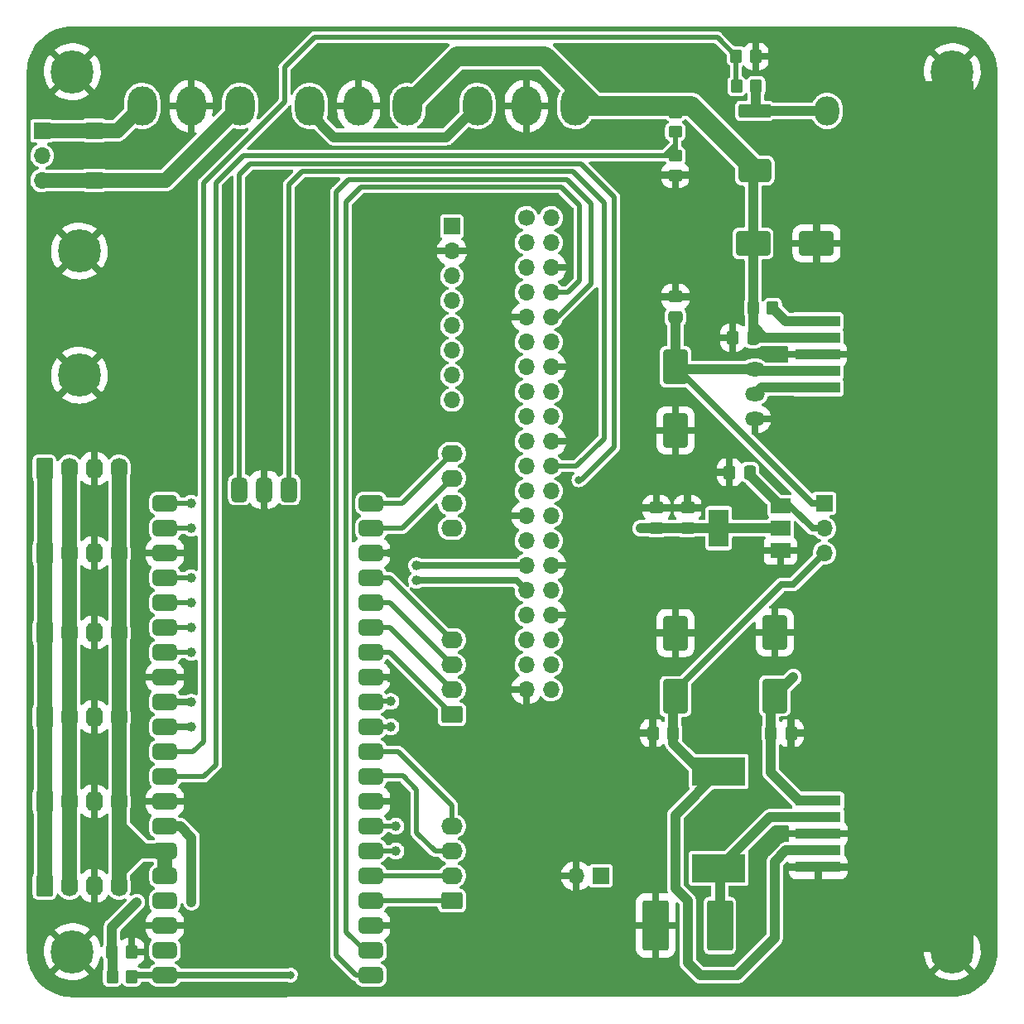
<source format=gbr>
%TF.GenerationSoftware,KiCad,Pcbnew,6.0.5*%
%TF.CreationDate,2022-06-27T11:22:29-03:00*%
%TF.ProjectId,trekking,7472656b-6b69-46e6-972e-6b696361645f,rev?*%
%TF.SameCoordinates,Original*%
%TF.FileFunction,Copper,L1,Top*%
%TF.FilePolarity,Positive*%
%FSLAX46Y46*%
G04 Gerber Fmt 4.6, Leading zero omitted, Abs format (unit mm)*
G04 Created by KiCad (PCBNEW 6.0.5) date 2022-06-27 11:22:29*
%MOMM*%
%LPD*%
G01*
G04 APERTURE LIST*
G04 Aperture macros list*
%AMRoundRect*
0 Rectangle with rounded corners*
0 $1 Rounding radius*
0 $2 $3 $4 $5 $6 $7 $8 $9 X,Y pos of 4 corners*
0 Add a 4 corners polygon primitive as box body*
4,1,4,$2,$3,$4,$5,$6,$7,$8,$9,$2,$3,0*
0 Add four circle primitives for the rounded corners*
1,1,$1+$1,$2,$3*
1,1,$1+$1,$4,$5*
1,1,$1+$1,$6,$7*
1,1,$1+$1,$8,$9*
0 Add four rect primitives between the rounded corners*
20,1,$1+$1,$2,$3,$4,$5,0*
20,1,$1+$1,$4,$5,$6,$7,0*
20,1,$1+$1,$6,$7,$8,$9,0*
20,1,$1+$1,$8,$9,$2,$3,0*%
G04 Aperture macros list end*
%TA.AperFunction,SMDPad,CuDef*%
%ADD10RoundRect,0.250000X-0.350000X-0.450000X0.350000X-0.450000X0.350000X0.450000X-0.350000X0.450000X0*%
%TD*%
%TA.AperFunction,SMDPad,CuDef*%
%ADD11RoundRect,0.250000X0.350000X0.450000X-0.350000X0.450000X-0.350000X-0.450000X0.350000X-0.450000X0*%
%TD*%
%TA.AperFunction,ComponentPad*%
%ADD12R,1.700000X1.700000*%
%TD*%
%TA.AperFunction,SMDPad,CuDef*%
%ADD13RoundRect,0.250000X0.337500X0.475000X-0.337500X0.475000X-0.337500X-0.475000X0.337500X-0.475000X0*%
%TD*%
%TA.AperFunction,SMDPad,CuDef*%
%ADD14RoundRect,0.250001X1.074999X2.324999X-1.074999X2.324999X-1.074999X-2.324999X1.074999X-2.324999X0*%
%TD*%
%TA.AperFunction,ComponentPad*%
%ADD15O,1.700000X1.700000*%
%TD*%
%TA.AperFunction,ComponentPad*%
%ADD16C,4.400000*%
%TD*%
%TA.AperFunction,ComponentPad*%
%ADD17O,3.000000X4.000000*%
%TD*%
%TA.AperFunction,ComponentPad*%
%ADD18RoundRect,0.250000X-0.620000X-0.845000X0.620000X-0.845000X0.620000X0.845000X-0.620000X0.845000X0*%
%TD*%
%TA.AperFunction,ComponentPad*%
%ADD19O,1.740000X2.190000*%
%TD*%
%TA.AperFunction,ComponentPad*%
%ADD20O,2.500000X3.000000*%
%TD*%
%TA.AperFunction,SMDPad,CuDef*%
%ADD21RoundRect,0.250000X-0.337500X-0.475000X0.337500X-0.475000X0.337500X0.475000X-0.337500X0.475000X0*%
%TD*%
%TA.AperFunction,SMDPad,CuDef*%
%ADD22RoundRect,0.250000X0.475000X-0.337500X0.475000X0.337500X-0.475000X0.337500X-0.475000X-0.337500X0*%
%TD*%
%TA.AperFunction,SMDPad,CuDef*%
%ADD23R,2.000000X1.500000*%
%TD*%
%TA.AperFunction,SMDPad,CuDef*%
%ADD24R,2.000000X3.800000*%
%TD*%
%TA.AperFunction,SMDPad,CuDef*%
%ADD25RoundRect,0.250000X-1.000000X1.500000X-1.000000X-1.500000X1.000000X-1.500000X1.000000X1.500000X0*%
%TD*%
%TA.AperFunction,SMDPad,CuDef*%
%ADD26RoundRect,0.249999X-1.425001X0.450001X-1.425001X-0.450001X1.425001X-0.450001X1.425001X0.450001X0*%
%TD*%
%TA.AperFunction,SMDPad,CuDef*%
%ADD27RoundRect,0.428570X-1.246430X0.771430X-1.246430X-0.771430X1.246430X-0.771430X1.246430X0.771430X0*%
%TD*%
%TA.AperFunction,SMDPad,CuDef*%
%ADD28R,5.400000X2.900000*%
%TD*%
%TA.AperFunction,SMDPad,CuDef*%
%ADD29RoundRect,0.250000X-1.500000X-1.000000X1.500000X-1.000000X1.500000X1.000000X-1.500000X1.000000X0*%
%TD*%
%TA.AperFunction,ComponentPad*%
%ADD30RoundRect,0.250000X0.845000X-0.620000X0.845000X0.620000X-0.845000X0.620000X-0.845000X-0.620000X0*%
%TD*%
%TA.AperFunction,ComponentPad*%
%ADD31O,2.190000X1.740000*%
%TD*%
%TA.AperFunction,SMDPad,CuDef*%
%ADD32RoundRect,0.412500X0.837500X0.412500X-0.837500X0.412500X-0.837500X-0.412500X0.837500X-0.412500X0*%
%TD*%
%TA.AperFunction,SMDPad,CuDef*%
%ADD33RoundRect,0.412500X-0.412500X0.837500X-0.412500X-0.837500X0.412500X-0.837500X0.412500X0.837500X0*%
%TD*%
%TA.AperFunction,ComponentPad*%
%ADD34O,2.000000X1.440000*%
%TD*%
%TA.AperFunction,SMDPad,CuDef*%
%ADD35RoundRect,0.250000X1.000000X-1.500000X1.000000X1.500000X-1.000000X1.500000X-1.000000X-1.500000X0*%
%TD*%
%TA.AperFunction,SMDPad,CuDef*%
%ADD36RoundRect,0.250000X-0.450000X0.350000X-0.450000X-0.350000X0.450000X-0.350000X0.450000X0.350000X0*%
%TD*%
%TA.AperFunction,ComponentPad*%
%ADD37C,1.700000*%
%TD*%
%TA.AperFunction,SMDPad,CuDef*%
%ADD38R,4.600000X1.100000*%
%TD*%
%TA.AperFunction,SMDPad,CuDef*%
%ADD39R,9.400000X10.800000*%
%TD*%
%TA.AperFunction,ViaPad*%
%ADD40C,1.000000*%
%TD*%
%TA.AperFunction,ViaPad*%
%ADD41C,0.800000*%
%TD*%
%TA.AperFunction,Conductor*%
%ADD42C,0.500000*%
%TD*%
%TA.AperFunction,Conductor*%
%ADD43C,0.700000*%
%TD*%
%TA.AperFunction,Conductor*%
%ADD44C,1.000000*%
%TD*%
%TA.AperFunction,Conductor*%
%ADD45C,2.000000*%
%TD*%
%TA.AperFunction,Conductor*%
%ADD46C,1.500000*%
%TD*%
G04 APERTURE END LIST*
D10*
%TO.P,R3,1*%
%TO.N,/ADC2*%
X49064000Y-150000000D03*
%TO.P,R3,2*%
%TO.N,Earth*%
X51064000Y-150000000D03*
%TD*%
D11*
%TO.P,R2,1*%
%TO.N,+5V*%
X51080000Y-152540000D03*
%TO.P,R2,2*%
%TO.N,/ADC2*%
X49080000Y-152540000D03*
%TD*%
D12*
%TO.P,,1*%
%TO.N,+5V*%
X47250000Y-71100000D03*
%TD*%
%TO.P,J\u002A\u002A,1*%
%TO.N,/V2*%
X47250000Y-66000000D03*
%TD*%
D13*
%TO.P,C2,1*%
%TO.N,VCC*%
X114621000Y-87200000D03*
%TO.P,C2,2*%
%TO.N,Earth*%
X112546000Y-87200000D03*
%TD*%
D14*
%TO.P,D1,1,K*%
%TO.N,Net-(D1-Pad1)*%
X111225000Y-147320000D03*
%TO.P,D1,2,A*%
%TO.N,Earth*%
X104675000Y-147320000D03*
%TD*%
D12*
%TO.P,J2,1,Pin_1*%
%TO.N,/V2*%
X121920000Y-104140000D03*
D15*
%TO.P,J2,2,Pin_2*%
%TO.N,Net-(C1-Pad1)*%
X121920000Y-106680000D03*
%TO.P,J2,3,Pin_3*%
%TO.N,+5V*%
X121920000Y-109220000D03*
%TD*%
D16*
%TO.P,REF\u002A\u002A,1*%
%TO.N,Earth*%
X45000000Y-60000000D03*
%TD*%
D17*
%TO.P,J7,1,Pin_1*%
%TO.N,+5V*%
X62150000Y-63500000D03*
%TO.P,J7,2,Pin_2*%
%TO.N,Earth*%
X57150000Y-63500000D03*
%TO.P,J7,3,Pin_3*%
%TO.N,/V2*%
X52150000Y-63500000D03*
%TD*%
D12*
%TO.P,J19,1,Pin_1*%
%TO.N,+5V*%
X99060000Y-142240000D03*
D15*
%TO.P,J19,2,Pin_2*%
%TO.N,Earth*%
X96520000Y-142240000D03*
%TD*%
D17*
%TO.P,J5,1,Pin_1*%
%TO.N,/V3*%
X86440000Y-63500000D03*
%TO.P,J5,2,Pin_2*%
%TO.N,Earth*%
X91440000Y-63500000D03*
%TO.P,J5,3,Pin_3*%
%TO.N,VCC*%
X96440000Y-63500000D03*
%TD*%
D18*
%TO.P,J14,1,Pin_1*%
%TO.N,/SDA0*%
X42164000Y-134620000D03*
D19*
%TO.P,J14,2,Pin_2*%
%TO.N,/SCL0*%
X44704000Y-134620000D03*
%TO.P,J14,3,Pin_3*%
%TO.N,Earth*%
X47244000Y-134620000D03*
%TO.P,J14,4,Pin_4*%
%TO.N,+3V3*%
X49784000Y-134620000D03*
%TD*%
D10*
%TO.P,R5,1*%
%TO.N,/ADC0*%
X112905000Y-58420000D03*
%TO.P,R5,2*%
%TO.N,Earth*%
X114905000Y-58420000D03*
%TD*%
D20*
%TO.P,J8,1,Pin_1*%
%TO.N,/VIN*%
X122201500Y-64008000D03*
%TO.P,J8,2,Pin_2*%
%TO.N,Earth*%
X127201500Y-64008000D03*
%TD*%
D10*
%TO.P,R1,1*%
%TO.N,VCC*%
X114637000Y-84152000D03*
%TO.P,R1,2*%
%TO.N,Net-(R1-Pad2)*%
X116637000Y-84152000D03*
%TD*%
D18*
%TO.P,J15,1,Pin_1*%
%TO.N,/SDA0*%
X42164000Y-117348000D03*
D19*
%TO.P,J15,2,Pin_2*%
%TO.N,/SCL0*%
X44704000Y-117348000D03*
%TO.P,J15,3,Pin_3*%
%TO.N,Earth*%
X47244000Y-117348000D03*
%TO.P,J15,4,Pin_4*%
%TO.N,+3V3*%
X49784000Y-117348000D03*
%TD*%
D21*
%TO.P,C3,1*%
%TO.N,VCC*%
X116437500Y-127635000D03*
%TO.P,C3,2*%
%TO.N,Earth*%
X118512500Y-127635000D03*
%TD*%
D22*
%TO.P,C8,1*%
%TO.N,/V2*%
X106680000Y-85090000D03*
%TO.P,C8,2*%
%TO.N,Earth*%
X106680000Y-83015000D03*
%TD*%
D23*
%TO.P,U2,1,GND*%
%TO.N,Earth*%
X117425000Y-108980000D03*
%TO.P,U2,2,VO*%
%TO.N,/V3*%
X117425000Y-106680000D03*
D24*
X111125000Y-106680000D03*
D23*
%TO.P,U2,3,VI*%
%TO.N,Net-(C1-Pad1)*%
X117425000Y-104380000D03*
%TD*%
D25*
%TO.P,C9,1*%
%TO.N,/V2*%
X106680000Y-90170000D03*
%TO.P,C9,2*%
%TO.N,Earth*%
X106680000Y-96670000D03*
%TD*%
D17*
%TO.P,J6,1,Pin_1*%
%TO.N,/V3*%
X69295000Y-63500000D03*
%TO.P,J6,2,Pin_2*%
%TO.N,Earth*%
X74295000Y-63500000D03*
%TO.P,J6,3,Pin_3*%
%TO.N,VCC*%
X79295000Y-63500000D03*
%TD*%
D26*
%TO.P,R6,1*%
%TO.N,/VIN*%
X114808000Y-64006000D03*
D27*
%TO.P,R6,2*%
%TO.N,VCC*%
X114808000Y-70106000D03*
%TD*%
D22*
%TO.P,C6,1*%
%TO.N,/V3*%
X107925000Y-106680000D03*
%TO.P,C6,2*%
%TO.N,Earth*%
X107925000Y-104605000D03*
%TD*%
D16*
%TO.P,REF\u002A\u002A,1*%
%TO.N,Earth*%
X45000000Y-150000000D03*
%TD*%
D11*
%TO.P,R4,1*%
%TO.N,/VIN*%
X114937000Y-61468000D03*
%TO.P,R4,2*%
%TO.N,/ADC0*%
X112937000Y-61468000D03*
%TD*%
D28*
%TO.P,L1,1,1*%
%TO.N,Net-(D1-Pad1)*%
X111125000Y-141475000D03*
%TO.P,L1,2,2*%
%TO.N,+5V*%
X111125000Y-131575000D03*
%TD*%
D16*
%TO.P,REF\u002A\u002A,1*%
%TO.N,Earth*%
X45720000Y-91040000D03*
%TD*%
%TO.P,REF\u002A\u002A,1*%
%TO.N,Earth*%
X135000000Y-150000000D03*
%TD*%
D29*
%TO.P,C4,1*%
%TO.N,VCC*%
X114621000Y-77548000D03*
%TO.P,C4,2*%
%TO.N,Earth*%
X121121000Y-77548000D03*
%TD*%
D12*
%TO.P,J18,1,Pin_1*%
%TO.N,Vmod*%
X83820000Y-75800000D03*
D15*
%TO.P,J18,2,Pin_2*%
%TO.N,Earth*%
X83820000Y-78340000D03*
%TO.P,J18,3,Pin_3*%
%TO.N,/SPI0_RX*%
X83820000Y-80880000D03*
%TO.P,J18,4,Pin_4*%
%TO.N,/SPI0_SC*%
X83820000Y-83420000D03*
%TO.P,J18,5,Pin_5*%
%TO.N,/SPI0_SCK*%
X83820000Y-85960000D03*
%TO.P,J18,6,Pin_6*%
%TO.N,/SPI0_TX*%
X83820000Y-88500000D03*
%TO.P,J18,7,Pin_7*%
%TO.N,/TXD1*%
X83820000Y-91040000D03*
%TO.P,J18,8,Pin_8*%
%TO.N,/RXD1*%
X83820000Y-93580000D03*
%TD*%
D16*
%TO.P,REF\u002A\u002A,1*%
%TO.N,Earth*%
X45720000Y-78340000D03*
%TD*%
D30*
%TO.P,J9,1,Pin_1*%
%TO.N,/P1A*%
X83820000Y-144780000D03*
D31*
%TO.P,J9,2,Pin_2*%
%TO.N,/P1B*%
X83820000Y-142240000D03*
%TO.P,J9,3,Pin_3*%
%TO.N,/P1C*%
X83820000Y-139700000D03*
%TO.P,J9,4,Pin_4*%
%TO.N,/P1D*%
X83820000Y-137160000D03*
%TD*%
D32*
%TO.P,U1,1,GP0_TX0*%
%TO.N,/TXD0*%
X75565000Y-152400000D03*
%TO.P,U1,2,GP1_RX0*%
%TO.N,/RXD0*%
X75565000Y-149860000D03*
%TO.P,U1,3,GND*%
%TO.N,Earth*%
X75565000Y-147320000D03*
%TO.P,U1,4,GP2*%
%TO.N,/P1A*%
X75565000Y-144780000D03*
%TO.P,U1,5,GP3*%
%TO.N,/P1B*%
X75565000Y-142240000D03*
%TO.P,U1,6,GP4_SDA0*%
%TO.N,/SDA0*%
X75565000Y-139700000D03*
%TO.P,U1,7,GP5_SCL0*%
%TO.N,/SCL0*%
X75565000Y-137160000D03*
%TO.P,U1,8,GND*%
%TO.N,Earth*%
X75565000Y-134620000D03*
%TO.P,U1,9,GP6*%
%TO.N,/P1C*%
X75565000Y-132080000D03*
%TO.P,U1,10,GP7*%
%TO.N,/P1D*%
X75565000Y-129540000D03*
%TO.P,U1,11,GP8_TX1*%
%TO.N,/TXD1*%
X75565000Y-127000000D03*
%TO.P,U1,12,GP9_RX1*%
%TO.N,/RXD1*%
X75565000Y-124460000D03*
%TO.P,U1,13,GND*%
%TO.N,Earth*%
X75565000Y-121920000D03*
%TO.P,U1,14,GP10*%
%TO.N,/P2A*%
X75565000Y-119380000D03*
%TO.P,U1,15,GP11*%
%TO.N,/P2B*%
X75565000Y-116840000D03*
%TO.P,U1,16,GP12*%
%TO.N,/P2C*%
X75565000Y-114300000D03*
%TO.P,U1,17,GP13*%
%TO.N,/P2D*%
X75565000Y-111760000D03*
%TO.P,U1,18,GND*%
%TO.N,Earth*%
X75565000Y-109220000D03*
%TO.P,U1,19,GP14*%
%TO.N,/P3B*%
X75565000Y-106680000D03*
%TO.P,U1,20,GP15*%
%TO.N,/P3A*%
X75565000Y-104140000D03*
%TO.P,U1,21,GP16*%
%TO.N,/SPI0_RX*%
X54483000Y-104140000D03*
%TO.P,U1,22,GP17*%
%TO.N,/SPI0_SC*%
X54483000Y-106680000D03*
%TO.P,U1,23,GND*%
%TO.N,Earth*%
X54483000Y-109220000D03*
%TO.P,U1,24,GP18*%
%TO.N,/SPI0_SCK*%
X54483000Y-111760000D03*
%TO.P,U1,25,GP19*%
%TO.N,/SPI0_TX*%
X54483000Y-114300000D03*
%TO.P,U1,26,GP20*%
%TO.N,/P3C*%
X54483000Y-116840000D03*
%TO.P,U1,27,GP21*%
%TO.N,/P3D*%
X54483000Y-119380000D03*
%TO.P,U1,28,GND*%
%TO.N,Earth*%
X54483000Y-121920000D03*
%TO.P,U1,29,GP22*%
%TO.N,/G22*%
X54483000Y-124460000D03*
%TO.P,U1,30,RUN*%
%TO.N,/RUN*%
X54483000Y-127000000D03*
%TO.P,U1,31,GP26*%
%TO.N,/ADC0*%
X54483000Y-129540000D03*
%TO.P,U1,32,GP27*%
%TO.N,/ADC1*%
X54483000Y-132080000D03*
%TO.P,U1,33,GND*%
%TO.N,Earth*%
X54483000Y-134620000D03*
%TO.P,U1,34,GP28*%
%TO.N,/ADC2*%
X54483000Y-137160000D03*
%TO.P,U1,35,ADC_VREF*%
%TO.N,+3V3*%
X54483000Y-139700000D03*
%TO.P,U1,36,3V3*%
X54483000Y-142240000D03*
%TO.P,U1,37,3V3_EN*%
%TO.N,unconnected-(U1-Pad37)*%
X54483000Y-144780000D03*
%TO.P,U1,38,GND*%
%TO.N,Earth*%
X54483000Y-147320000D03*
%TO.P,U1,39,VSYS*%
%TO.N,unconnected-(U1-Pad39)*%
X54483000Y-149860000D03*
%TO.P,U1,40,VBUS*%
%TO.N,+5V*%
X54483000Y-152400000D03*
D33*
%TO.P,U1,41,SWCLK*%
%TO.N,/SWCLK*%
X67183000Y-102743000D03*
%TO.P,U1,42,GND*%
%TO.N,Earth*%
X64643000Y-102743000D03*
%TO.P,U1,43,SWDIO*%
%TO.N,/SWDIO*%
X62103000Y-102743000D03*
%TD*%
D34*
%TO.P,RV1,1,1*%
%TO.N,Earth*%
X114808000Y-95504000D03*
%TO.P,RV1,2,2*%
%TO.N,Net-(RV1-Pad2)*%
X114808000Y-92964000D03*
%TO.P,RV1,3,3*%
%TO.N,/V2*%
X114808000Y-90424000D03*
%TD*%
D18*
%TO.P,J12,1,Pin_1*%
%TO.N,/SDA0*%
X42164000Y-125984000D03*
D19*
%TO.P,J12,2,Pin_2*%
%TO.N,/SCL0*%
X44704000Y-125984000D03*
%TO.P,J12,3,Pin_3*%
%TO.N,Earth*%
X47244000Y-125984000D03*
%TO.P,J12,4,Pin_4*%
%TO.N,+3V3*%
X49784000Y-125984000D03*
%TD*%
D13*
%TO.P,C1,1*%
%TO.N,Net-(C1-Pad1)*%
X114300000Y-100965000D03*
%TO.P,C1,2*%
%TO.N,Earth*%
X112225000Y-100965000D03*
%TD*%
D35*
%TO.P,C5,1*%
%TO.N,VCC*%
X116840000Y-123825000D03*
%TO.P,C5,2*%
%TO.N,Earth*%
X116840000Y-117325000D03*
%TD*%
D18*
%TO.P,J16,1,Pin_1*%
%TO.N,/SDA0*%
X42164000Y-143256000D03*
D19*
%TO.P,J16,2,Pin_2*%
%TO.N,/SCL0*%
X44704000Y-143256000D03*
%TO.P,J16,3,Pin_3*%
%TO.N,Earth*%
X47244000Y-143256000D03*
%TO.P,J16,4,Pin_4*%
%TO.N,+3V3*%
X49784000Y-143256000D03*
%TD*%
D31*
%TO.P,J11,1,Pin_1*%
%TO.N,/P3D*%
X83820000Y-106680000D03*
%TO.P,J11,2,Pin_2*%
%TO.N,/P3C*%
X83820000Y-104140000D03*
%TO.P,J11,3,Pin_3*%
%TO.N,/P3B*%
X83820000Y-101600000D03*
%TO.P,J11,4,Pin_4*%
%TO.N,/P3A*%
X83820000Y-99060000D03*
%TD*%
D16*
%TO.P,REF\u002A\u002A,1*%
%TO.N,Earth*%
X135000000Y-60000000D03*
%TD*%
D36*
%TO.P,R7,1*%
%TO.N,VCC*%
X106680000Y-64135000D03*
%TO.P,R7,2*%
%TO.N,/ADC1*%
X106680000Y-66135000D03*
%TD*%
D30*
%TO.P,J10,1,Pin_1*%
%TO.N,/P2A*%
X83820000Y-125730000D03*
D31*
%TO.P,J10,2,Pin_2*%
%TO.N,/P2B*%
X83820000Y-123190000D03*
%TO.P,J10,3,Pin_3*%
%TO.N,/P2C*%
X83820000Y-120650000D03*
%TO.P,J10,4,Pin_4*%
%TO.N,/P2D*%
X83820000Y-118110000D03*
%TD*%
D37*
%TO.P,J1,1,Pin_1*%
%TO.N,unconnected-(J1-Pad1)*%
X91435000Y-74930000D03*
D15*
%TO.P,J1,2,Pin_2*%
%TO.N,+5V*%
X93975000Y-74930000D03*
%TO.P,J1,3,Pin_3*%
%TO.N,/SDA0*%
X91435000Y-77470000D03*
%TO.P,J1,4,Pin_4*%
%TO.N,+5V*%
X93975000Y-77470000D03*
%TO.P,J1,5,Pin_5*%
%TO.N,/SCL0*%
X91435000Y-80010000D03*
%TO.P,J1,6,Pin_6*%
%TO.N,Earth*%
X93975000Y-80010000D03*
%TO.P,J1,7,Pin_7*%
%TO.N,unconnected-(J1-Pad7)*%
X91435000Y-82550000D03*
%TO.P,J1,8,Pin_8*%
%TO.N,/RXD0*%
X93975000Y-82550000D03*
%TO.P,J1,9,Pin_9*%
%TO.N,Earth*%
X91435000Y-85090000D03*
%TO.P,J1,10,Pin_10*%
%TO.N,/TXD0*%
X93975000Y-85090000D03*
%TO.P,J1,11,Pin_11*%
%TO.N,unconnected-(J1-Pad11)*%
X91435000Y-87630000D03*
%TO.P,J1,12,Pin_12*%
%TO.N,unconnected-(J1-Pad12)*%
X93975000Y-87630000D03*
%TO.P,J1,13,Pin_13*%
%TO.N,unconnected-(J1-Pad13)*%
X91435000Y-90170000D03*
%TO.P,J1,14,Pin_14*%
%TO.N,Earth*%
X93975000Y-90170000D03*
%TO.P,J1,15,Pin_15*%
%TO.N,unconnected-(J1-Pad15)*%
X91435000Y-92710000D03*
%TO.P,J1,16,Pin_16*%
%TO.N,unconnected-(J1-Pad16)*%
X93975000Y-92710000D03*
%TO.P,J1,17,Pin_17*%
%TO.N,unconnected-(J1-Pad17)*%
X91435000Y-95250000D03*
%TO.P,J1,18,Pin_18*%
%TO.N,/SWDIO*%
X93975000Y-95250000D03*
%TO.P,J1,19,Pin_19*%
%TO.N,unconnected-(J1-Pad19)*%
X91435000Y-97790000D03*
%TO.P,J1,20,Pin_20*%
%TO.N,Earth*%
X93975000Y-97790000D03*
%TO.P,J1,21,Pin_21*%
%TO.N,unconnected-(J1-Pad21)*%
X91435000Y-100330000D03*
%TO.P,J1,22,Pin_22*%
%TO.N,/SWCLK*%
X93975000Y-100330000D03*
%TO.P,J1,23,Pin_23*%
%TO.N,unconnected-(J1-Pad23)*%
X91435000Y-102870000D03*
%TO.P,J1,24,Pin_24*%
%TO.N,unconnected-(J1-Pad24)*%
X93975000Y-102870000D03*
%TO.P,J1,25,Pin_25*%
%TO.N,Earth*%
X91435000Y-105410000D03*
%TO.P,J1,26,Pin_26*%
%TO.N,unconnected-(J1-Pad26)*%
X93975000Y-105410000D03*
%TO.P,J1,27,Pin_27*%
%TO.N,unconnected-(J1-Pad27)*%
X91435000Y-107950000D03*
%TO.P,J1,28,Pin_28*%
%TO.N,unconnected-(J1-Pad28)*%
X93975000Y-107950000D03*
%TO.P,J1,29,Pin_29*%
%TO.N,/G22*%
X91435000Y-110490000D03*
%TO.P,J1,30,Pin_30*%
%TO.N,Earth*%
X93975000Y-110490000D03*
%TO.P,J1,31,Pin_31*%
%TO.N,/RUN*%
X91435000Y-113030000D03*
%TO.P,J1,32,Pin_32*%
%TO.N,unconnected-(J1-Pad32)*%
X93975000Y-113030000D03*
%TO.P,J1,33,Pin_33*%
%TO.N,unconnected-(J1-Pad33)*%
X91435000Y-115570000D03*
%TO.P,J1,34,Pin_34*%
%TO.N,Earth*%
X93975000Y-115570000D03*
%TO.P,J1,35,Pin_35*%
%TO.N,unconnected-(J1-Pad35)*%
X91435000Y-118110000D03*
%TO.P,J1,36,Pin_36*%
%TO.N,unconnected-(J1-Pad36)*%
X93975000Y-118110000D03*
%TO.P,J1,37,Pin_37*%
%TO.N,unconnected-(J1-Pad37)*%
X91435000Y-120650000D03*
%TO.P,J1,38,Pin_38*%
%TO.N,unconnected-(J1-Pad38)*%
X93975000Y-120650000D03*
%TO.P,J1,39,Pin_39*%
%TO.N,Earth*%
X91435000Y-123190000D03*
%TO.P,J1,40,Pin_40*%
%TO.N,unconnected-(J1-Pad40)*%
X93975000Y-123190000D03*
%TD*%
D18*
%TO.P,J17,1,Pin_1*%
%TO.N,/SDA0*%
X42164000Y-109220000D03*
D19*
%TO.P,J17,2,Pin_2*%
%TO.N,/SCL0*%
X44704000Y-109220000D03*
%TO.P,J17,3,Pin_3*%
%TO.N,Earth*%
X47244000Y-109220000D03*
%TO.P,J17,4,Pin_4*%
%TO.N,+3V3*%
X49784000Y-109220000D03*
%TD*%
D18*
%TO.P,J13,1,Pin_1*%
%TO.N,/SDA0*%
X42164000Y-100584000D03*
D19*
%TO.P,J13,2,Pin_2*%
%TO.N,/SCL0*%
X44704000Y-100584000D03*
%TO.P,J13,3,Pin_3*%
%TO.N,Earth*%
X47244000Y-100584000D03*
%TO.P,J13,4,Pin_4*%
%TO.N,+3V3*%
X49784000Y-100584000D03*
%TD*%
D36*
%TO.P,R8,1*%
%TO.N,/ADC1*%
X106680000Y-68580000D03*
%TO.P,R8,2*%
%TO.N,Earth*%
X106680000Y-70580000D03*
%TD*%
D22*
%TO.P,C7,1*%
%TO.N,/V3*%
X104750000Y-106680000D03*
%TO.P,C7,2*%
%TO.N,Earth*%
X104750000Y-104605000D03*
%TD*%
D38*
%TO.P,U4,1,VIN*%
%TO.N,VCC*%
X121291000Y-134541000D03*
%TO.P,U4,2,OUT*%
%TO.N,Net-(D1-Pad1)*%
X121291000Y-136241000D03*
D39*
%TO.P,U4,3,GND*%
%TO.N,Earth*%
X130441000Y-137941000D03*
D38*
X121291000Y-137941000D03*
%TO.P,U4,4,FB*%
%TO.N,+5V*%
X121291000Y-139641000D03*
%TO.P,U4,5,~{ON}/OFF*%
%TO.N,Earth*%
X121291000Y-141341000D03*
%TD*%
%TO.P,U3,1,EN*%
%TO.N,Net-(R1-Pad2)*%
X121225000Y-85500000D03*
%TO.P,U3,2,IN*%
%TO.N,VCC*%
X121225000Y-87200000D03*
D39*
%TO.P,U3,3,GND*%
%TO.N,Earth*%
X130375000Y-88900000D03*
D38*
X121225000Y-88900000D03*
%TO.P,U3,4,OUT*%
%TO.N,/V2*%
X121225000Y-90600000D03*
%TO.P,U3,5,ADJ*%
%TO.N,Net-(RV1-Pad2)*%
X121225000Y-92300000D03*
%TD*%
D12*
%TO.P,J4,1,Pin_1*%
%TO.N,/V2*%
X41910000Y-66040000D03*
D15*
%TO.P,J4,2,Pin_2*%
%TO.N,Vmod*%
X41910000Y-68580000D03*
%TO.P,J4,3,Pin_3*%
%TO.N,+5V*%
X41910000Y-71120000D03*
%TD*%
D13*
%TO.P,C10,1*%
%TO.N,+5V*%
X106447500Y-127635000D03*
%TO.P,C10,2*%
%TO.N,Earth*%
X104372500Y-127635000D03*
%TD*%
D35*
%TO.P,C11,1*%
%TO.N,+5V*%
X106680000Y-123900000D03*
%TO.P,C11,2*%
%TO.N,Earth*%
X106680000Y-117400000D03*
%TD*%
D40*
%TO.N,/RUN*%
X80179000Y-112027000D03*
X57192000Y-127013000D03*
%TO.N,/G22*%
X57192000Y-124473000D03*
X80179000Y-110503000D03*
%TO.N,/ADC2*%
X51604000Y-144920000D03*
X57192000Y-144920000D03*
D41*
%TO.N,+5V*%
X116825000Y-147320000D03*
D40*
%TO.N,Earth*%
X132080000Y-116840000D03*
X127000000Y-121920000D03*
X60960000Y-83368464D03*
X137160000Y-132080000D03*
X76200000Y-83274845D03*
X118110000Y-77470000D03*
X52056786Y-88500000D03*
X127000000Y-76200000D03*
X55880000Y-93580000D03*
X132080000Y-111760000D03*
X132080000Y-81280000D03*
X114300000Y-134620000D03*
X52070000Y-78340000D03*
X127000000Y-96520000D03*
X77600000Y-109200000D03*
X101600000Y-96520000D03*
X137160000Y-101600000D03*
X101600000Y-86360000D03*
X55880000Y-83399670D03*
X106680000Y-101600000D03*
X69850000Y-88375175D03*
X77470000Y-99930000D03*
X127000000Y-81280000D03*
X64770000Y-93580000D03*
X60960000Y-93580000D03*
X57200000Y-122000000D03*
X127000000Y-116840000D03*
X137160000Y-66040000D03*
X132080000Y-147320000D03*
X57000000Y-147300000D03*
X60960000Y-78340000D03*
X101600000Y-121920000D03*
X55880000Y-78340000D03*
X137160000Y-111760000D03*
X57000000Y-134700000D03*
X64770000Y-88406381D03*
X78200000Y-147400000D03*
X45720000Y-84690000D03*
X137160000Y-127000000D03*
X127000000Y-111760000D03*
X64770000Y-78340000D03*
X80010000Y-94850000D03*
X101600000Y-66040000D03*
X101600000Y-91440000D03*
X127000000Y-71120000D03*
X80010000Y-78340000D03*
X137160000Y-81280000D03*
X137160000Y-76200000D03*
X137160000Y-137160000D03*
X101600000Y-137160000D03*
X120650000Y-97790000D03*
X114300000Y-113030000D03*
X132080000Y-66040000D03*
X101600000Y-111760000D03*
X137160000Y-116840000D03*
X106680000Y-76200000D03*
X101600000Y-147320000D03*
X132080000Y-71120000D03*
X78100000Y-134600000D03*
X52070000Y-93580000D03*
X69850000Y-83306051D03*
X127000000Y-127000000D03*
X137160000Y-71120000D03*
X64770000Y-83337257D03*
X101600000Y-132080000D03*
X137160000Y-121920000D03*
X137160000Y-142240000D03*
X101600000Y-81280000D03*
X132080000Y-101600000D03*
X132080000Y-96520000D03*
X101600000Y-101600000D03*
X132080000Y-127000000D03*
X106680000Y-111760000D03*
X57100000Y-109200000D03*
X109220000Y-61195000D03*
X55880000Y-88468793D03*
X97070000Y-90310000D03*
X101600000Y-116840000D03*
X101600000Y-142240000D03*
X60960000Y-88437587D03*
X109220000Y-138430000D03*
X132080000Y-76200000D03*
X52069086Y-83420000D03*
X101600000Y-106680000D03*
X127000000Y-147320000D03*
X101600000Y-127000000D03*
X132080000Y-106680000D03*
X101600000Y-71120000D03*
X132080000Y-121920000D03*
X76200000Y-78340000D03*
X77600000Y-122000000D03*
X137160000Y-91440000D03*
X137160000Y-96520000D03*
X69850000Y-78340000D03*
X55245000Y-99930000D03*
X127000000Y-101600000D03*
X137160000Y-106680000D03*
X137160000Y-86360000D03*
X92625000Y-132220000D03*
X101600000Y-76200000D03*
X64685000Y-122060000D03*
%TO.N,VCC*%
X118745000Y-121920000D03*
X117270000Y-87200000D03*
%TO.N,/V3*%
X103124000Y-106680000D03*
D41*
%TO.N,+5V*%
X67310000Y-152400000D03*
D40*
%TO.N,/SDA0*%
X78105000Y-139700000D03*
%TO.N,/SCL0*%
X78105000Y-137160000D03*
D41*
%TO.N,/SWDIO*%
X96816000Y-101740000D03*
D40*
%TO.N,/TXD1*%
X77600000Y-127000000D03*
%TO.N,/RXD1*%
X77600000Y-124400000D03*
%TO.N,/SPI0_RX*%
X57150000Y-104140000D03*
%TO.N,/SPI0_SC*%
X57150000Y-106680000D03*
%TO.N,/SPI0_SCK*%
X57150000Y-111760000D03*
%TO.N,/SPI0_TX*%
X57150000Y-114300000D03*
%TO.N,/P3C*%
X57150000Y-116840000D03*
%TO.N,/P3D*%
X57150000Y-119380000D03*
%TD*%
D42*
%TO.N,/P2D*%
X77470000Y-111760000D02*
X75565000Y-111760000D01*
D43*
%TO.N,/RUN*%
X90432000Y-112027000D02*
X91435000Y-113030000D01*
X54483000Y-127000000D02*
X57179000Y-127000000D01*
X57179000Y-127000000D02*
X57192000Y-127013000D01*
X80179000Y-112027000D02*
X90432000Y-112027000D01*
D42*
%TO.N,/ADC0*%
X58420000Y-128495000D02*
X58420000Y-71374000D01*
X54483000Y-129540000D02*
X57375000Y-129540000D01*
X57375000Y-129540000D02*
X58420000Y-128495000D01*
X58420000Y-71374000D02*
X66700000Y-63094000D01*
X66700000Y-63094000D02*
X66700000Y-59550000D01*
X66700000Y-59550000D02*
X69750000Y-56500000D01*
X69750000Y-56500000D02*
X110985000Y-56500000D01*
X110985000Y-56500000D02*
X112905000Y-58420000D01*
%TO.N,/ADC1*%
X54483000Y-132080000D02*
X58475000Y-132080000D01*
X58475000Y-132080000D02*
X59690000Y-130865000D01*
X59690000Y-130865000D02*
X59690000Y-71374000D01*
X59690000Y-71374000D02*
X62484000Y-68580000D01*
X62484000Y-68580000D02*
X103580000Y-68580000D01*
D43*
%TO.N,/G22*%
X80192000Y-110490000D02*
X80179000Y-110503000D01*
X91435000Y-110490000D02*
X80192000Y-110490000D01*
X57192000Y-124473000D02*
X54496000Y-124473000D01*
X54496000Y-124473000D02*
X54483000Y-124460000D01*
D44*
%TO.N,/ADC2*%
X49064000Y-147460000D02*
X51604000Y-144920000D01*
X56036000Y-137160000D02*
X54483000Y-137160000D01*
X49064000Y-150000000D02*
X49064000Y-147460000D01*
X57192000Y-144920000D02*
X57192000Y-138316000D01*
X57192000Y-138316000D02*
X56036000Y-137160000D01*
X49080000Y-152540000D02*
X49080000Y-150016000D01*
X49080000Y-150016000D02*
X49064000Y-150000000D01*
D43*
%TO.N,+5V*%
X54483000Y-152400000D02*
X51220000Y-152400000D01*
X51220000Y-152400000D02*
X51080000Y-152540000D01*
D44*
X121291000Y-139641000D02*
X117991000Y-139641000D01*
X117991000Y-139641000D02*
X116825000Y-140807000D01*
X116825000Y-140807000D02*
X116825000Y-147320000D01*
%TO.N,Net-(C1-Pad1)*%
X114300000Y-101255000D02*
X117425000Y-104380000D01*
D43*
X121920000Y-106680000D02*
X120717919Y-106680000D01*
X120717919Y-106680000D02*
X118417919Y-104380000D01*
X118417919Y-104380000D02*
X117425000Y-104380000D01*
D44*
X114300000Y-100965000D02*
X114300000Y-101255000D01*
D45*
%TO.N,VCC*%
X101600000Y-63500000D02*
X98425000Y-63500000D01*
X84375000Y-58420000D02*
X79295000Y-63500000D01*
D44*
X115782000Y-87200000D02*
X114621000Y-86039000D01*
X121225000Y-87200000D02*
X117270000Y-87200000D01*
X117270000Y-87200000D02*
X115782000Y-87200000D01*
X114621000Y-77548000D02*
X114621000Y-83506000D01*
X114621000Y-72069000D02*
X114621000Y-70422000D01*
X121291000Y-134541000D02*
X119301000Y-134541000D01*
D45*
X95567500Y-60642500D02*
X93345000Y-58420000D01*
D44*
X121225000Y-87200000D02*
X114621000Y-87200000D01*
X119301000Y-134541000D02*
X116437500Y-131677500D01*
X116437500Y-131677500D02*
X116437500Y-127635000D01*
X114621000Y-83506000D02*
X114621000Y-84136000D01*
D45*
X101600000Y-63500000D02*
X108331000Y-63500000D01*
D44*
X114621000Y-84136000D02*
X114637000Y-84152000D01*
X114621000Y-87200000D02*
X114621000Y-86039000D01*
X116437500Y-127635000D02*
X116437500Y-124227500D01*
D45*
X93345000Y-58420000D02*
X84375000Y-58420000D01*
D44*
X116840000Y-123825000D02*
X118745000Y-121920000D01*
X114621000Y-86039000D02*
X114621000Y-83506000D01*
D45*
X96440000Y-61515000D02*
X95567500Y-60642500D01*
X98425000Y-63500000D02*
X95567500Y-60642500D01*
X96440000Y-63500000D02*
X101600000Y-63500000D01*
X96440000Y-63500000D02*
X96440000Y-61515000D01*
X108331000Y-63500000D02*
X114937000Y-70106000D01*
D44*
X114621000Y-77548000D02*
X114621000Y-72069000D01*
X116437500Y-124227500D02*
X116840000Y-123825000D01*
%TO.N,/V3*%
X109220000Y-106680000D02*
X117425000Y-106680000D01*
X69295000Y-64215000D02*
X71755000Y-66675000D01*
X104750000Y-106680000D02*
X109220000Y-106680000D01*
X83265000Y-66675000D02*
X86440000Y-63500000D01*
X71755000Y-66675000D02*
X83265000Y-66675000D01*
X69295000Y-63500000D02*
X69295000Y-64215000D01*
X104750000Y-106680000D02*
X103124000Y-106680000D01*
D43*
%TO.N,/V2*%
X120650000Y-104140000D02*
X121920000Y-104140000D01*
D44*
X106680000Y-90170000D02*
X106680000Y-85090000D01*
X114808000Y-90424000D02*
X106934000Y-90424000D01*
D43*
X106680000Y-90170000D02*
X120650000Y-104140000D01*
D44*
X106934000Y-90424000D02*
X106680000Y-90170000D01*
D46*
X49610000Y-66040000D02*
X52150000Y-63500000D01*
D44*
X121225000Y-90600000D02*
X114984000Y-90600000D01*
X114984000Y-90600000D02*
X114808000Y-90424000D01*
D46*
X42545000Y-66040000D02*
X49610000Y-66040000D01*
D44*
%TO.N,+5V*%
X109350000Y-131575000D02*
X106447500Y-128672500D01*
D43*
X117508960Y-112428960D02*
X106680000Y-123257919D01*
D44*
X106680000Y-136020000D02*
X106680000Y-143510000D01*
X109220000Y-152400000D02*
X113030000Y-152400000D01*
D43*
X118711040Y-112428960D02*
X117508960Y-112428960D01*
D46*
X46990000Y-71120000D02*
X54530000Y-71120000D01*
X42545000Y-71120000D02*
X46990000Y-71120000D01*
D44*
X107950000Y-151130000D02*
X109220000Y-152400000D01*
D46*
X54530000Y-71120000D02*
X62150000Y-63500000D01*
D44*
X113030000Y-152400000D02*
X116825000Y-148605000D01*
D43*
X121920000Y-109220000D02*
X118711040Y-112428960D01*
D44*
X106447500Y-128672500D02*
X106447500Y-127635000D01*
X116825000Y-148605000D02*
X116825000Y-147320000D01*
X106447500Y-127635000D02*
X106447500Y-124132500D01*
X111125000Y-131575000D02*
X106680000Y-136020000D01*
X106447500Y-124132500D02*
X106680000Y-123900000D01*
X107950000Y-144780000D02*
X107950000Y-151130000D01*
X106680000Y-143510000D02*
X107950000Y-144780000D01*
D43*
X106680000Y-123257919D02*
X106680000Y-123900000D01*
D44*
X111125000Y-131575000D02*
X109350000Y-131575000D01*
%TO.N,Net-(D1-Pad1)*%
X116359000Y-136241000D02*
X111125000Y-141475000D01*
X111225000Y-147320000D02*
X111225000Y-141575000D01*
X111225000Y-141575000D02*
X111125000Y-141475000D01*
X121291000Y-136241000D02*
X116359000Y-136241000D01*
D46*
%TO.N,+3V3*%
X49784000Y-141732000D02*
X49784000Y-139700000D01*
X52269000Y-139700000D02*
X54483000Y-139700000D01*
X49784000Y-139700000D02*
X49784000Y-100584000D01*
X54483000Y-139700000D02*
X51816000Y-139700000D01*
X49784000Y-137215000D02*
X52269000Y-139700000D01*
X49784000Y-143256000D02*
X49784000Y-141732000D01*
X54483000Y-139700000D02*
X54483000Y-142240000D01*
X49784000Y-134620000D02*
X49784000Y-137215000D01*
X54483000Y-139700000D02*
X49784000Y-139700000D01*
X51816000Y-139700000D02*
X49784000Y-141732000D01*
D43*
%TO.N,+5V*%
X67310000Y-152400000D02*
X54483000Y-152400000D01*
D42*
%TO.N,/SDA0*%
X75565000Y-139700000D02*
X78105000Y-139700000D01*
D46*
X42164000Y-143256000D02*
X42164000Y-100584000D01*
D42*
%TO.N,/SCL0*%
X75565000Y-137160000D02*
X78105000Y-137160000D01*
D46*
X44704000Y-143256000D02*
X44704000Y-100584000D01*
D42*
%TO.N,/RXD0*%
X73025000Y-147955000D02*
X73025000Y-73279000D01*
X96875000Y-81375000D02*
X95700000Y-82550000D01*
X75565000Y-149860000D02*
X74930000Y-149860000D01*
X74930000Y-149860000D02*
X73025000Y-147955000D01*
X74504000Y-71800000D02*
X95000000Y-71800000D01*
X96875000Y-73675000D02*
X96875000Y-81375000D01*
X95000000Y-71800000D02*
X96875000Y-73675000D01*
X95700000Y-82550000D02*
X93975000Y-82550000D01*
X73025000Y-73279000D02*
X74504000Y-71800000D01*
%TO.N,/TXD0*%
X94660000Y-85090000D02*
X98050000Y-81700000D01*
X74000000Y-152400000D02*
X75565000Y-152400000D01*
X98050000Y-81700000D02*
X98050000Y-73450000D01*
X73272000Y-71000000D02*
X72000000Y-72272000D01*
X98050000Y-73450000D02*
X95600000Y-71000000D01*
X95600000Y-71000000D02*
X73272000Y-71000000D01*
X72000000Y-72272000D02*
X72000000Y-150400000D01*
X72000000Y-150400000D02*
X74000000Y-152400000D01*
X93975000Y-85090000D02*
X94660000Y-85090000D01*
%TO.N,/SWCLK*%
X99400000Y-73400000D02*
X96200000Y-70200000D01*
X96200000Y-70200000D02*
X68484000Y-70200000D01*
X68484000Y-70200000D02*
X67183000Y-71501000D01*
X93975000Y-100330000D02*
X96575000Y-100330000D01*
X99400000Y-97505000D02*
X99400000Y-73400000D01*
X96575000Y-100330000D02*
X99400000Y-97505000D01*
X67183000Y-71501000D02*
X67183000Y-102743000D01*
%TO.N,/SWDIO*%
X62103000Y-70485000D02*
X63188000Y-69400000D01*
X100400000Y-72800000D02*
X100400000Y-98410000D01*
X97000000Y-69400000D02*
X100400000Y-72800000D01*
X96816000Y-101740000D02*
X97070000Y-101740000D01*
X62103000Y-102743000D02*
X62103000Y-70485000D01*
X63188000Y-69400000D02*
X97000000Y-69400000D01*
X97070000Y-101740000D02*
X100400000Y-98410000D01*
D44*
%TO.N,/VIN*%
X122199500Y-64006000D02*
X122201500Y-64008000D01*
X114937000Y-64006000D02*
X122199500Y-64006000D01*
X114937000Y-61468000D02*
X114937000Y-64006000D01*
%TO.N,Net-(R1-Pad2)*%
X121225000Y-85500000D02*
X117985000Y-85500000D01*
X117985000Y-85500000D02*
X116637000Y-84152000D01*
D42*
%TO.N,/ADC0*%
X112905000Y-58420000D02*
X112905000Y-61436000D01*
D44*
X112905000Y-61436000D02*
X112937000Y-61468000D01*
D42*
%TO.N,/ADC1*%
X106680000Y-68580000D02*
X103580000Y-68580000D01*
X106680000Y-67520000D02*
X106680000Y-66135000D01*
X103580000Y-68580000D02*
X105620000Y-68580000D01*
X105620000Y-68580000D02*
X106680000Y-67520000D01*
X106680000Y-68580000D02*
X106680000Y-67520000D01*
D44*
%TO.N,Net-(RV1-Pad2)*%
X115472000Y-92300000D02*
X114808000Y-92964000D01*
X121225000Y-92300000D02*
X115472000Y-92300000D01*
D42*
%TO.N,/P1A*%
X75565000Y-144780000D02*
X83820000Y-144780000D01*
%TO.N,/P1B*%
X75565000Y-142240000D02*
X83820000Y-142240000D01*
%TO.N,/P1C*%
X83820000Y-139700000D02*
X82100000Y-139700000D01*
X82100000Y-139700000D02*
X80200000Y-137800000D01*
X80200000Y-137800000D02*
X80200000Y-133400000D01*
X75645000Y-132000000D02*
X75565000Y-132080000D01*
X80200000Y-133400000D02*
X78800000Y-132000000D01*
X78800000Y-132000000D02*
X75645000Y-132000000D01*
%TO.N,/P1D*%
X78340000Y-129540000D02*
X83820000Y-135020000D01*
X75565000Y-129540000D02*
X78340000Y-129540000D01*
X83820000Y-135020000D02*
X83820000Y-137160000D01*
%TO.N,/TXD1*%
X77600000Y-127000000D02*
X75565000Y-127000000D01*
%TO.N,/RXD1*%
X75625000Y-124400000D02*
X75565000Y-124460000D01*
X77600000Y-124400000D02*
X75625000Y-124400000D01*
%TO.N,/P2A*%
X77470000Y-119380000D02*
X75565000Y-119380000D01*
X83820000Y-125730000D02*
X77470000Y-119380000D01*
%TO.N,/P2B*%
X77470000Y-116840000D02*
X75565000Y-116840000D01*
X83820000Y-123190000D02*
X77470000Y-116840000D01*
%TO.N,/P2C*%
X83820000Y-120650000D02*
X77470000Y-114300000D01*
X77470000Y-114300000D02*
X75565000Y-114300000D01*
%TO.N,/P2D*%
X83820000Y-118110000D02*
X77470000Y-111760000D01*
%TO.N,/P3A*%
X83820000Y-99060000D02*
X78740000Y-104140000D01*
X78740000Y-104140000D02*
X75565000Y-104140000D01*
%TO.N,/P3B*%
X83820000Y-101600000D02*
X78740000Y-106680000D01*
X78740000Y-106680000D02*
X75565000Y-106680000D01*
%TO.N,/SPI0_RX*%
X54483000Y-104140000D02*
X57150000Y-104140000D01*
%TO.N,/SPI0_SC*%
X54483000Y-106680000D02*
X57150000Y-106680000D01*
%TO.N,/SPI0_SCK*%
X54483000Y-111760000D02*
X57150000Y-111760000D01*
%TO.N,/SPI0_TX*%
X54483000Y-114300000D02*
X57150000Y-114300000D01*
%TO.N,/P3C*%
X54483000Y-116840000D02*
X57150000Y-116840000D01*
%TO.N,/P3D*%
X57150000Y-119380000D02*
X54483000Y-119380000D01*
%TD*%
%TA.AperFunction,Conductor*%
%TO.N,Earth*%
G36*
X88439092Y-55367658D02*
G01*
X134925120Y-55386018D01*
X134948365Y-55387853D01*
X134952884Y-55388569D01*
X134952887Y-55388569D01*
X134964468Y-55390403D01*
X134976051Y-55388568D01*
X134984605Y-55388568D01*
X135001077Y-55387632D01*
X135363208Y-55403441D01*
X135376145Y-55404572D01*
X135570774Y-55430195D01*
X135765396Y-55455817D01*
X135778196Y-55458074D01*
X136161494Y-55543046D01*
X136174051Y-55546410D01*
X136548496Y-55664471D01*
X136560710Y-55668917D01*
X136742066Y-55744036D01*
X136923432Y-55819160D01*
X136935193Y-55824643D01*
X137115862Y-55918693D01*
X137283461Y-56005939D01*
X137294708Y-56012432D01*
X137625826Y-56223377D01*
X137636473Y-56230832D01*
X137947956Y-56469841D01*
X137957907Y-56478190D01*
X138247388Y-56743450D01*
X138256550Y-56752612D01*
X138521810Y-57042093D01*
X138530159Y-57052044D01*
X138769168Y-57363527D01*
X138776621Y-57374170D01*
X138987568Y-57705292D01*
X138994061Y-57716539D01*
X139175357Y-58064807D01*
X139180840Y-58076568D01*
X139255964Y-58257934D01*
X139331083Y-58439290D01*
X139335529Y-58451504D01*
X139417766Y-58712329D01*
X139435950Y-58770000D01*
X139453590Y-58825949D01*
X139456954Y-58838506D01*
X139541926Y-59221804D01*
X139544183Y-59234604D01*
X139565067Y-59393238D01*
X139591599Y-59594769D01*
X139595427Y-59623849D01*
X139596559Y-59636792D01*
X139611810Y-59986129D01*
X139612368Y-59998920D01*
X139611432Y-60015395D01*
X139611432Y-60023949D01*
X139609597Y-60035532D01*
X139611431Y-60047112D01*
X139611431Y-60047113D01*
X139612132Y-60051538D01*
X139613966Y-60074846D01*
X139613966Y-149925154D01*
X139612132Y-149948462D01*
X139609597Y-149964468D01*
X139611432Y-149976051D01*
X139611432Y-149984605D01*
X139612368Y-150001077D01*
X139597136Y-150350000D01*
X139596560Y-150363201D01*
X139595428Y-150376145D01*
X139589459Y-150421482D01*
X139544183Y-150765396D01*
X139541926Y-150778196D01*
X139456954Y-151161494D01*
X139453591Y-151174048D01*
X139446346Y-151197027D01*
X139335529Y-151548496D01*
X139331083Y-151560710D01*
X139276888Y-151691551D01*
X139180840Y-151923432D01*
X139175357Y-151935193D01*
X139000506Y-152271081D01*
X138994061Y-152283461D01*
X138987568Y-152294708D01*
X138776623Y-152625826D01*
X138769168Y-152636473D01*
X138530159Y-152947956D01*
X138521810Y-152957907D01*
X138256550Y-153247388D01*
X138247388Y-153256550D01*
X137957907Y-153521810D01*
X137947956Y-153530159D01*
X137636473Y-153769168D01*
X137625830Y-153776621D01*
X137294708Y-153987568D01*
X137283461Y-153994061D01*
X136935193Y-154175357D01*
X136923432Y-154180840D01*
X136814631Y-154225907D01*
X136560710Y-154331083D01*
X136548496Y-154335529D01*
X136174051Y-154453590D01*
X136161494Y-154456954D01*
X135778196Y-154541926D01*
X135765396Y-154544183D01*
X135570774Y-154569805D01*
X135376145Y-154595428D01*
X135363208Y-154596559D01*
X135001077Y-154612368D01*
X134984605Y-154611432D01*
X134976051Y-154611432D01*
X134964468Y-154609597D01*
X134952888Y-154611431D01*
X134952886Y-154611431D01*
X134949205Y-154612014D01*
X134948367Y-154612147D01*
X134925120Y-154613982D01*
X88558340Y-154632296D01*
X45039275Y-154649485D01*
X45015907Y-154647650D01*
X45011588Y-154646966D01*
X45011584Y-154646966D01*
X45000000Y-154645131D01*
X44988415Y-154646966D01*
X44979864Y-154646966D01*
X44963392Y-154647902D01*
X44601260Y-154632090D01*
X44588324Y-154630959D01*
X44199070Y-154579713D01*
X44186282Y-154577458D01*
X43954240Y-154526016D01*
X43802973Y-154492480D01*
X43790418Y-154489116D01*
X43603199Y-154430087D01*
X43415976Y-154371055D01*
X43403770Y-154366613D01*
X43041050Y-154216369D01*
X43029271Y-154210876D01*
X42681014Y-154029584D01*
X42669758Y-154023085D01*
X42338644Y-153812143D01*
X42328012Y-153804700D01*
X42016513Y-153565679D01*
X42006561Y-153557327D01*
X41827632Y-153393369D01*
X41717100Y-153292085D01*
X41707912Y-153282897D01*
X41707372Y-153282307D01*
X41564772Y-153126687D01*
X41442673Y-152993439D01*
X41434317Y-152983482D01*
X41422652Y-152968280D01*
X41195300Y-152671988D01*
X41187857Y-152661356D01*
X40976915Y-152330242D01*
X40970416Y-152318986D01*
X40952699Y-152284952D01*
X43215885Y-152284952D01*
X43220041Y-152292152D01*
X43439986Y-152450198D01*
X43447216Y-152454787D01*
X43731943Y-152613264D01*
X43739653Y-152616991D01*
X44040706Y-152741691D01*
X44048800Y-152744510D01*
X44362171Y-152833776D01*
X44370561Y-152835651D01*
X44692112Y-152888307D01*
X44700640Y-152889204D01*
X45026135Y-152904554D01*
X45034703Y-152904464D01*
X45359801Y-152882301D01*
X45368301Y-152881227D01*
X45688692Y-152821846D01*
X45697029Y-152819799D01*
X46008466Y-152723988D01*
X46016503Y-152721000D01*
X46314880Y-152590020D01*
X46322503Y-152586137D01*
X46603853Y-152421728D01*
X46610988Y-152416987D01*
X46772946Y-152295387D01*
X46782830Y-152282781D01*
X46779484Y-152274458D01*
X45013871Y-150508846D01*
X45000000Y-150500838D01*
X44986129Y-150508846D01*
X43223893Y-152271081D01*
X43215885Y-152284952D01*
X40952699Y-152284952D01*
X40789124Y-151970729D01*
X40783630Y-151958948D01*
X40776057Y-151940664D01*
X40633387Y-151596230D01*
X40628943Y-151584020D01*
X40628489Y-151582578D01*
X40536643Y-151291280D01*
X40510884Y-151209582D01*
X40507520Y-151197027D01*
X40471710Y-151035500D01*
X40422542Y-150813718D01*
X40420286Y-150800923D01*
X40417231Y-150777712D01*
X40369041Y-150411676D01*
X40367909Y-150398733D01*
X40366669Y-150370325D01*
X40352098Y-150036608D01*
X40353034Y-150020136D01*
X40353034Y-150011585D01*
X40354869Y-150000000D01*
X40352333Y-149983989D01*
X40350500Y-149960692D01*
X40350500Y-149913037D01*
X42096630Y-149913037D01*
X42105161Y-150238784D01*
X42105878Y-150247325D01*
X42151792Y-150569934D01*
X42153484Y-150578327D01*
X42236172Y-150893511D01*
X42238824Y-150901674D01*
X42357186Y-151205260D01*
X42360754Y-151213052D01*
X42513233Y-151501033D01*
X42517671Y-151508361D01*
X42702237Y-151776908D01*
X42702540Y-151777298D01*
X42714345Y-151785231D01*
X42725030Y-151779996D01*
X44491154Y-150013871D01*
X44499162Y-150000000D01*
X45500838Y-150000000D01*
X45508846Y-150013871D01*
X47270359Y-151775385D01*
X47284230Y-151783393D01*
X47293706Y-151777922D01*
X47329357Y-151735284D01*
X47334476Y-151728392D01*
X47513377Y-151456039D01*
X47517657Y-151448625D01*
X47664066Y-151157525D01*
X47667478Y-151149640D01*
X47779455Y-150843649D01*
X47781934Y-150835437D01*
X47838547Y-150599631D01*
X47875349Y-150531850D01*
X47941112Y-150491551D01*
X48018214Y-150489532D01*
X48085995Y-150526334D01*
X48127354Y-150595855D01*
X48127681Y-150597074D01*
X48128956Y-150606762D01*
X48132694Y-150615786D01*
X48184660Y-150741242D01*
X48189464Y-150752841D01*
X48197500Y-150763314D01*
X48198711Y-150764892D01*
X48228226Y-150836150D01*
X48229500Y-150855596D01*
X48229500Y-151708153D01*
X48209868Y-151781420D01*
X48205464Y-151787159D01*
X48144956Y-151933238D01*
X48129500Y-152050639D01*
X48129501Y-153029360D01*
X48144956Y-153146762D01*
X48148695Y-153155788D01*
X48148695Y-153155789D01*
X48200660Y-153281242D01*
X48205464Y-153292841D01*
X48301718Y-153418282D01*
X48427159Y-153514536D01*
X48436182Y-153518274D01*
X48436183Y-153518274D01*
X48564211Y-153571305D01*
X48573238Y-153575044D01*
X48582919Y-153576319D01*
X48582921Y-153576319D01*
X48685797Y-153589863D01*
X48685804Y-153589863D01*
X48690639Y-153590500D01*
X49079920Y-153590500D01*
X49469360Y-153590499D01*
X49586762Y-153575044D01*
X49595789Y-153571305D01*
X49723817Y-153518274D01*
X49723818Y-153518274D01*
X49732841Y-153514536D01*
X49858282Y-153418282D01*
X49954536Y-153292841D01*
X49954574Y-153292870D01*
X50005501Y-153241943D01*
X50080002Y-153221982D01*
X50154501Y-153241945D01*
X50205426Y-153292870D01*
X50205464Y-153292841D01*
X50301718Y-153418282D01*
X50427159Y-153514536D01*
X50436182Y-153518274D01*
X50436183Y-153518274D01*
X50564211Y-153571305D01*
X50573238Y-153575044D01*
X50582919Y-153576319D01*
X50582921Y-153576319D01*
X50685797Y-153589863D01*
X50685804Y-153589863D01*
X50690639Y-153590500D01*
X51079920Y-153590500D01*
X51469360Y-153590499D01*
X51586762Y-153575044D01*
X51595789Y-153571305D01*
X51723817Y-153518274D01*
X51723818Y-153518274D01*
X51732841Y-153514536D01*
X51858282Y-153418282D01*
X51954536Y-153292841D01*
X51959341Y-153281242D01*
X51996107Y-153192480D01*
X52043060Y-153131290D01*
X52114317Y-153101775D01*
X52133765Y-153100500D01*
X52843396Y-153100500D01*
X52917896Y-153120462D01*
X52970099Y-153171094D01*
X53043471Y-153289662D01*
X53169389Y-153415360D01*
X53176754Y-153419900D01*
X53176758Y-153419903D01*
X53313476Y-153504177D01*
X53313480Y-153504179D01*
X53320847Y-153508720D01*
X53329067Y-153511446D01*
X53329068Y-153511447D01*
X53373547Y-153526200D01*
X53489720Y-153564733D01*
X53585748Y-153574572D01*
X53590922Y-153575102D01*
X53594806Y-153575500D01*
X55371194Y-153575500D01*
X55375026Y-153575102D01*
X55375034Y-153575102D01*
X55469482Y-153565302D01*
X55469486Y-153565301D01*
X55477593Y-153564460D01*
X55485328Y-153561879D01*
X55485330Y-153561879D01*
X55638158Y-153510892D01*
X55638160Y-153510891D01*
X55646367Y-153508153D01*
X55797662Y-153414529D01*
X55923360Y-153288611D01*
X55927905Y-153281238D01*
X55995662Y-153171316D01*
X56051747Y-153118371D01*
X56122501Y-153100500D01*
X67013587Y-153100500D01*
X67065524Y-153109845D01*
X67127289Y-153132815D01*
X67135543Y-153133916D01*
X67135546Y-153133917D01*
X67285928Y-153153982D01*
X67285932Y-153153982D01*
X67294183Y-153155083D01*
X67410208Y-153144524D01*
X67453570Y-153140578D01*
X67453572Y-153140578D01*
X67461864Y-153139823D01*
X67470082Y-153137153D01*
X67506260Y-153125398D01*
X67621997Y-153087793D01*
X67752396Y-153010059D01*
X67759472Y-153005841D01*
X67759473Y-153005840D01*
X67766623Y-153001578D01*
X67888554Y-152885465D01*
X67921651Y-152835651D01*
X67977120Y-152752163D01*
X67981731Y-152745223D01*
X68041521Y-152587823D01*
X68064955Y-152421088D01*
X68065249Y-152400000D01*
X68046481Y-152232676D01*
X67991108Y-152073668D01*
X67901884Y-151930879D01*
X67783242Y-151811406D01*
X67776212Y-151806945D01*
X67776210Y-151806943D01*
X67648112Y-151725650D01*
X67648110Y-151725649D01*
X67641079Y-151721187D01*
X67633233Y-151718393D01*
X67490304Y-151667498D01*
X67490301Y-151667497D01*
X67482462Y-151664706D01*
X67474199Y-151663721D01*
X67474196Y-151663720D01*
X67379685Y-151652450D01*
X67315273Y-151644769D01*
X67306995Y-151645639D01*
X67306993Y-151645639D01*
X67241147Y-151652560D01*
X67147821Y-151662369D01*
X67062100Y-151691551D01*
X67014082Y-151699500D01*
X56122604Y-151699500D01*
X56048104Y-151679538D01*
X55995901Y-151628906D01*
X55985970Y-151612858D01*
X55922529Y-151510338D01*
X55856997Y-151444920D01*
X55802738Y-151390756D01*
X55802737Y-151390755D01*
X55796611Y-151384640D01*
X55789246Y-151380100D01*
X55789242Y-151380097D01*
X55652524Y-151295823D01*
X55652520Y-151295821D01*
X55645153Y-151291280D01*
X55585217Y-151271400D01*
X55520790Y-151228999D01*
X55486195Y-151160064D01*
X55490703Y-151083068D01*
X55533104Y-151018641D01*
X55584966Y-150988638D01*
X55646367Y-150968153D01*
X55797662Y-150874529D01*
X55900165Y-150771847D01*
X55917244Y-150754738D01*
X55917245Y-150754737D01*
X55923360Y-150748611D01*
X55927900Y-150741246D01*
X55927903Y-150741242D01*
X56012177Y-150604524D01*
X56012179Y-150604520D01*
X56016720Y-150597153D01*
X56022965Y-150578327D01*
X56070171Y-150436004D01*
X56072733Y-150428280D01*
X56083500Y-150323194D01*
X56083500Y-149396806D01*
X56082584Y-149387972D01*
X56073302Y-149298518D01*
X56073301Y-149298514D01*
X56072460Y-149290407D01*
X56069879Y-149282670D01*
X56018892Y-149129842D01*
X56018891Y-149129840D01*
X56016153Y-149121633D01*
X55922529Y-148970338D01*
X55916409Y-148964229D01*
X55916403Y-148964221D01*
X55870153Y-148918052D01*
X55831531Y-148851291D01*
X55831464Y-148774163D01*
X55869970Y-148707335D01*
X55891778Y-148689294D01*
X56026985Y-148597581D01*
X56037871Y-148588575D01*
X56177830Y-148448372D01*
X56186806Y-148437482D01*
X56297728Y-148273343D01*
X56304487Y-148260947D01*
X56382367Y-148078799D01*
X56386662Y-148065338D01*
X56428978Y-147870450D01*
X56430540Y-147859081D01*
X56432868Y-147819891D01*
X56433000Y-147815451D01*
X56433000Y-147689616D01*
X56428855Y-147674145D01*
X56413384Y-147670000D01*
X52552617Y-147670000D01*
X52537146Y-147674145D01*
X52533001Y-147689616D01*
X52533001Y-147815368D01*
X52533144Y-147819982D01*
X52535680Y-147861031D01*
X52537261Y-147872366D01*
X52579921Y-148067202D01*
X52584238Y-148080650D01*
X52662439Y-148262668D01*
X52669216Y-148275045D01*
X52780423Y-148438989D01*
X52789425Y-148449871D01*
X52929628Y-148589830D01*
X52940518Y-148598806D01*
X53074107Y-148689083D01*
X53124657Y-148747336D01*
X53139308Y-148823060D01*
X53114134Y-148895964D01*
X53096131Y-148917803D01*
X53048760Y-148965257D01*
X53048755Y-148965263D01*
X53042640Y-148971389D01*
X53038100Y-148978754D01*
X53038097Y-148978758D01*
X52953823Y-149115476D01*
X52953821Y-149115480D01*
X52949280Y-149122847D01*
X52946554Y-149131067D01*
X52946553Y-149131068D01*
X52927482Y-149188566D01*
X52893267Y-149291720D01*
X52882500Y-149396806D01*
X52882500Y-150323194D01*
X52882898Y-150327026D01*
X52882898Y-150327034D01*
X52892564Y-150420187D01*
X52893540Y-150429593D01*
X52896121Y-150437328D01*
X52896121Y-150437330D01*
X52938977Y-150565784D01*
X52949847Y-150598367D01*
X53043471Y-150749662D01*
X53169389Y-150875360D01*
X53176754Y-150879900D01*
X53176758Y-150879903D01*
X53313476Y-150964177D01*
X53313480Y-150964179D01*
X53320847Y-150968720D01*
X53329067Y-150971446D01*
X53329066Y-150971446D01*
X53380783Y-150988600D01*
X53445210Y-151031001D01*
X53479805Y-151099936D01*
X53475297Y-151176932D01*
X53432896Y-151241359D01*
X53381034Y-151271362D01*
X53319633Y-151291847D01*
X53168338Y-151385471D01*
X53162227Y-151391593D01*
X53049062Y-151504956D01*
X53042640Y-151511389D01*
X53038096Y-151518761D01*
X53038095Y-151518762D01*
X52970338Y-151628684D01*
X52914253Y-151681629D01*
X52843499Y-151699500D01*
X51955979Y-151699500D01*
X51881479Y-151679538D01*
X51858320Y-151661767D01*
X51858282Y-151661718D01*
X51755143Y-151582577D01*
X51708191Y-151521388D01*
X51698124Y-151444920D01*
X51727639Y-151373663D01*
X51776818Y-151332324D01*
X51932966Y-151250692D01*
X51945501Y-151242426D01*
X52083365Y-151129988D01*
X52093988Y-151119365D01*
X52206426Y-150981501D01*
X52214692Y-150968966D01*
X52297110Y-150811314D01*
X52302692Y-150797358D01*
X52351853Y-150625913D01*
X52354437Y-150612037D01*
X52363706Y-150508186D01*
X52364000Y-150501584D01*
X52364000Y-150369616D01*
X52359855Y-150354145D01*
X52344384Y-150350000D01*
X50863000Y-150350000D01*
X50788500Y-150330038D01*
X50733962Y-150275500D01*
X50714000Y-150201000D01*
X50714000Y-149630384D01*
X51414000Y-149630384D01*
X51418145Y-149645855D01*
X51433616Y-149650000D01*
X52344383Y-149650000D01*
X52359854Y-149645855D01*
X52363999Y-149630384D01*
X52363999Y-149498419D01*
X52363705Y-149491812D01*
X52354438Y-149387972D01*
X52351851Y-149374080D01*
X52302692Y-149202642D01*
X52297110Y-149188686D01*
X52214692Y-149031034D01*
X52206426Y-149018499D01*
X52093988Y-148880635D01*
X52083365Y-148870012D01*
X51945501Y-148757574D01*
X51932966Y-148749308D01*
X51775314Y-148666890D01*
X51761358Y-148661308D01*
X51589913Y-148612147D01*
X51576037Y-148609563D01*
X51472186Y-148600294D01*
X51465584Y-148600000D01*
X51433616Y-148600000D01*
X51418145Y-148604145D01*
X51414000Y-148619616D01*
X51414000Y-149630384D01*
X50714000Y-149630384D01*
X50714000Y-148619617D01*
X50709855Y-148604146D01*
X50694384Y-148600001D01*
X50662419Y-148600001D01*
X50655812Y-148600295D01*
X50551972Y-148609562D01*
X50538080Y-148612149D01*
X50366642Y-148661308D01*
X50352686Y-148666890D01*
X50195034Y-148749308D01*
X50182499Y-148757574D01*
X50157672Y-148777822D01*
X50087322Y-148809438D01*
X50010589Y-148801644D01*
X49948033Y-148756527D01*
X49916417Y-148686177D01*
X49914500Y-148662355D01*
X49914500Y-147874007D01*
X49934462Y-147799507D01*
X49958141Y-147768648D01*
X52149777Y-145577012D01*
X52167548Y-145561834D01*
X52176230Y-145555526D01*
X52218523Y-145508555D01*
X52223892Y-145502897D01*
X52238037Y-145488752D01*
X52240562Y-145485612D01*
X52240567Y-145485606D01*
X52249476Y-145474526D01*
X52254866Y-145468193D01*
X52290635Y-145428467D01*
X52290636Y-145428466D01*
X52295859Y-145422665D01*
X52299765Y-145415900D01*
X52302064Y-145411918D01*
X52314980Y-145393053D01*
X52324730Y-145380927D01*
X52351925Y-145326143D01*
X52356347Y-145317898D01*
X52381345Y-145274599D01*
X52381346Y-145274597D01*
X52385250Y-145267835D01*
X52387661Y-145260415D01*
X52387664Y-145260408D01*
X52390168Y-145252700D01*
X52398416Y-145232488D01*
X52403309Y-145222633D01*
X52403311Y-145222629D01*
X52406895Y-145215408D01*
X52420841Y-145159472D01*
X52423707Y-145149476D01*
X52438084Y-145105229D01*
X52440497Y-145097803D01*
X52442527Y-145078487D01*
X52446137Y-145058015D01*
X52449647Y-145043936D01*
X52451599Y-145036107D01*
X52453110Y-144981999D01*
X52453868Y-144970586D01*
X52458369Y-144927763D01*
X52459185Y-144920000D01*
X52456788Y-144897191D01*
X52456030Y-144877460D01*
X52456533Y-144859453D01*
X52456533Y-144859452D01*
X52456758Y-144851389D01*
X52447272Y-144801659D01*
X52445449Y-144789315D01*
X52441314Y-144749968D01*
X52441313Y-144749965D01*
X52440497Y-144742197D01*
X52432333Y-144717071D01*
X52427679Y-144698946D01*
X52423646Y-144677803D01*
X52423646Y-144677802D01*
X52422133Y-144669872D01*
X52411034Y-144643976D01*
X52403565Y-144626548D01*
X52398809Y-144613896D01*
X52397396Y-144609547D01*
X52385250Y-144572165D01*
X52370291Y-144546254D01*
X52362378Y-144530454D01*
X52361876Y-144529282D01*
X52349336Y-144500025D01*
X52332429Y-144476410D01*
X52323948Y-144464564D01*
X52316062Y-144452327D01*
X52299764Y-144424098D01*
X52299762Y-144424095D01*
X52295859Y-144417335D01*
X52273495Y-144392497D01*
X52263074Y-144379536D01*
X52259496Y-144374538D01*
X52241765Y-144349772D01*
X52211955Y-144322931D01*
X52200927Y-144311903D01*
X52181456Y-144290278D01*
X52176230Y-144284474D01*
X52146372Y-144262782D01*
X52134250Y-144252965D01*
X52110435Y-144231521D01*
X52110434Y-144231521D01*
X52104440Y-144226123D01*
X52079086Y-144211720D01*
X52072612Y-144208042D01*
X52058626Y-144199029D01*
X52037909Y-144183977D01*
X52031593Y-144179388D01*
X52024461Y-144176213D01*
X52024458Y-144176211D01*
X51994692Y-144162959D01*
X51981693Y-144156393D01*
X51950784Y-144138833D01*
X51950778Y-144138830D01*
X51943766Y-144134847D01*
X51936059Y-144132461D01*
X51936056Y-144132460D01*
X51912132Y-144125054D01*
X51895592Y-144118837D01*
X51884037Y-144113692D01*
X51868267Y-144106671D01*
X51825341Y-144097547D01*
X51812256Y-144094139D01*
X51774948Y-144082590D01*
X51774947Y-144082590D01*
X51767240Y-144080204D01*
X51737733Y-144077726D01*
X51719253Y-144074997D01*
X51693391Y-144069500D01*
X51646011Y-144069500D01*
X51633543Y-144068977D01*
X51624183Y-144068191D01*
X51583098Y-144064741D01*
X51575094Y-144065809D01*
X51575093Y-144065809D01*
X51557241Y-144068191D01*
X51537535Y-144069500D01*
X51514609Y-144069500D01*
X51464853Y-144080076D01*
X51453593Y-144082020D01*
X51439291Y-144083929D01*
X51407933Y-144088112D01*
X51407930Y-144088113D01*
X51399931Y-144089180D01*
X51378704Y-144096906D01*
X51358728Y-144102633D01*
X51339733Y-144106671D01*
X51290079Y-144128778D01*
X51280490Y-144132653D01*
X51226284Y-144152382D01*
X51219468Y-144156707D01*
X51219469Y-144156707D01*
X51210180Y-144162602D01*
X51190950Y-144172913D01*
X51183542Y-144176211D01*
X51183537Y-144176214D01*
X51176408Y-144179388D01*
X51170092Y-144183977D01*
X51170087Y-144183980D01*
X51129637Y-144213368D01*
X51121903Y-144218624D01*
X51080181Y-144245103D01*
X51006585Y-144268167D01*
X50931314Y-144251343D01*
X50874539Y-144199138D01*
X50851474Y-144125540D01*
X50868298Y-144050269D01*
X50871145Y-144045306D01*
X50872341Y-144042959D01*
X50875869Y-144037335D01*
X50878341Y-144031187D01*
X50878343Y-144031182D01*
X50954656Y-143841347D01*
X50954657Y-143841342D01*
X50957131Y-143835189D01*
X50966256Y-143791130D01*
X51000204Y-143627199D01*
X51000204Y-143627197D01*
X51001312Y-143621848D01*
X51004500Y-143566556D01*
X51004500Y-142975726D01*
X51004003Y-142970158D01*
X50990656Y-142820603D01*
X50990655Y-142820600D01*
X50990066Y-142813995D01*
X50932576Y-142603848D01*
X50899015Y-142533485D01*
X50884500Y-142469340D01*
X50884500Y-142249560D01*
X50904462Y-142175060D01*
X50928141Y-142144201D01*
X52228201Y-140844141D01*
X52294996Y-140805577D01*
X52333560Y-140800500D01*
X53233500Y-140800500D01*
X53308000Y-140820462D01*
X53362538Y-140875000D01*
X53382500Y-140949500D01*
X53382500Y-141009926D01*
X53362538Y-141084426D01*
X53311907Y-141136628D01*
X53168338Y-141225471D01*
X53162227Y-141231593D01*
X53062882Y-141331112D01*
X53042640Y-141351389D01*
X53038100Y-141358754D01*
X53038097Y-141358758D01*
X52953823Y-141495476D01*
X52953821Y-141495480D01*
X52949280Y-141502847D01*
X52946554Y-141511067D01*
X52946553Y-141511068D01*
X52937734Y-141537656D01*
X52893267Y-141671720D01*
X52882500Y-141776806D01*
X52882500Y-142703194D01*
X52882898Y-142707026D01*
X52882898Y-142707034D01*
X52890371Y-142779054D01*
X52893540Y-142809593D01*
X52896121Y-142817328D01*
X52896121Y-142817330D01*
X52946702Y-142968939D01*
X52949847Y-142978367D01*
X53043471Y-143129662D01*
X53085402Y-143171520D01*
X53133669Y-143219702D01*
X53169389Y-143255360D01*
X53176754Y-143259900D01*
X53176758Y-143259903D01*
X53313476Y-143344177D01*
X53313480Y-143344179D01*
X53320847Y-143348720D01*
X53329067Y-143351446D01*
X53329066Y-143351446D01*
X53380783Y-143368600D01*
X53445210Y-143411001D01*
X53479805Y-143479936D01*
X53475297Y-143556932D01*
X53432896Y-143621359D01*
X53381034Y-143651362D01*
X53319633Y-143671847D01*
X53168338Y-143765471D01*
X53162227Y-143771593D01*
X53065142Y-143868848D01*
X53042640Y-143891389D01*
X53038100Y-143898754D01*
X53038097Y-143898758D01*
X52953823Y-144035476D01*
X52953821Y-144035480D01*
X52949280Y-144042847D01*
X52946554Y-144051067D01*
X52946553Y-144051068D01*
X52914880Y-144146560D01*
X52893267Y-144211720D01*
X52882500Y-144316806D01*
X52882500Y-145243194D01*
X52882898Y-145247026D01*
X52882898Y-145247034D01*
X52891107Y-145326145D01*
X52893540Y-145349593D01*
X52896121Y-145357328D01*
X52896121Y-145357330D01*
X52939967Y-145488752D01*
X52949847Y-145518367D01*
X53043471Y-145669662D01*
X53049591Y-145675771D01*
X53049597Y-145675779D01*
X53095847Y-145721948D01*
X53134469Y-145788709D01*
X53134536Y-145865837D01*
X53096030Y-145932665D01*
X53074222Y-145950706D01*
X52939015Y-146042419D01*
X52928129Y-146051425D01*
X52788170Y-146191628D01*
X52779194Y-146202518D01*
X52668272Y-146366657D01*
X52661513Y-146379053D01*
X52583633Y-146561201D01*
X52579338Y-146574662D01*
X52537022Y-146769550D01*
X52535460Y-146780919D01*
X52533132Y-146820109D01*
X52533000Y-146824549D01*
X52533000Y-146950384D01*
X52537145Y-146965855D01*
X52552616Y-146970000D01*
X56413383Y-146970000D01*
X56428854Y-146965855D01*
X56432999Y-146950384D01*
X56432999Y-146824632D01*
X56432856Y-146820018D01*
X56430320Y-146778969D01*
X56428739Y-146767634D01*
X56386079Y-146572798D01*
X56381762Y-146559350D01*
X56303561Y-146377332D01*
X56296784Y-146364955D01*
X56185577Y-146201011D01*
X56176575Y-146190129D01*
X56036372Y-146050170D01*
X56025482Y-146041194D01*
X55891893Y-145950917D01*
X55841343Y-145892664D01*
X55826692Y-145816940D01*
X55851866Y-145744036D01*
X55869869Y-145722197D01*
X55917240Y-145674743D01*
X55917245Y-145674737D01*
X55923360Y-145668611D01*
X55927900Y-145661246D01*
X55927903Y-145661242D01*
X56012177Y-145524524D01*
X56012180Y-145524518D01*
X56016720Y-145517153D01*
X56020535Y-145505653D01*
X56062046Y-145380500D01*
X56072733Y-145348280D01*
X56083500Y-145243194D01*
X56083500Y-145202565D01*
X56103462Y-145128065D01*
X56158000Y-145073527D01*
X56232500Y-145053565D01*
X56307000Y-145073527D01*
X56361538Y-145128065D01*
X56373716Y-145155038D01*
X56384577Y-145187310D01*
X56385066Y-145188789D01*
X56387313Y-145195703D01*
X56410750Y-145267835D01*
X56412972Y-145271683D01*
X56415383Y-145278848D01*
X56458856Y-145351199D01*
X56460069Y-145353257D01*
X56500141Y-145422665D01*
X56503922Y-145426864D01*
X56504947Y-145428413D01*
X56506404Y-145430333D01*
X56510557Y-145437244D01*
X56516094Y-145443099D01*
X56516100Y-145443107D01*
X56565966Y-145495838D01*
X56568435Y-145498513D01*
X56583449Y-145515187D01*
X56619770Y-145555526D01*
X56626083Y-145560113D01*
X56626122Y-145560148D01*
X56630218Y-145564145D01*
X56631980Y-145565645D01*
X56637524Y-145571507D01*
X56701239Y-145614808D01*
X56705069Y-145617500D01*
X56764407Y-145660612D01*
X56771538Y-145663787D01*
X56778304Y-145667693D01*
X56778178Y-145667911D01*
X56783690Y-145670842D01*
X56790360Y-145675375D01*
X56821265Y-145687736D01*
X56858610Y-145702673D01*
X56863868Y-145704895D01*
X56927733Y-145733329D01*
X56935371Y-145734952D01*
X56942802Y-145737367D01*
X56942738Y-145737563D01*
X56949699Y-145739679D01*
X56954444Y-145741004D01*
X56961935Y-145744000D01*
X56969899Y-145745318D01*
X56969901Y-145745319D01*
X57030948Y-145755425D01*
X57037588Y-145756679D01*
X57102609Y-145770500D01*
X57110423Y-145770500D01*
X57112793Y-145770749D01*
X57134096Y-145772501D01*
X57144244Y-145774181D01*
X57152301Y-145773759D01*
X57152306Y-145773759D01*
X57208406Y-145770818D01*
X57210591Y-145770704D01*
X57218388Y-145770500D01*
X57281391Y-145770500D01*
X57291813Y-145768285D01*
X57314998Y-145765232D01*
X57328781Y-145764510D01*
X57389448Y-145747800D01*
X57398024Y-145745709D01*
X57408823Y-145743414D01*
X57448624Y-145734954D01*
X57448628Y-145734953D01*
X57456267Y-145733329D01*
X57463401Y-145730153D01*
X57463403Y-145730152D01*
X57469209Y-145727567D01*
X57490240Y-145720037D01*
X57499152Y-145717582D01*
X57506936Y-145715438D01*
X57514076Y-145711673D01*
X57514082Y-145711671D01*
X57559478Y-145687736D01*
X57568367Y-145683419D01*
X57587853Y-145674743D01*
X57619593Y-145660612D01*
X57633888Y-145650226D01*
X57651980Y-145638965D01*
X57663255Y-145633021D01*
X57663261Y-145633017D01*
X57670398Y-145629254D01*
X57713104Y-145593165D01*
X57721679Y-145586442D01*
X57757914Y-145560115D01*
X57764230Y-145555526D01*
X57778392Y-145539798D01*
X57792942Y-145525697D01*
X57811540Y-145509980D01*
X57843361Y-145468359D01*
X57850997Y-145459162D01*
X57878631Y-145428471D01*
X57883859Y-145422665D01*
X57896194Y-145401300D01*
X57906864Y-145385301D01*
X57918875Y-145369592D01*
X57918877Y-145369589D01*
X57923777Y-145363180D01*
X57941047Y-145326145D01*
X57944436Y-145318877D01*
X57950439Y-145307345D01*
X57969346Y-145274597D01*
X57973250Y-145267835D01*
X57981955Y-145241045D01*
X57988619Y-145224127D01*
X58001873Y-145195703D01*
X58011771Y-145151420D01*
X58015476Y-145137876D01*
X58017292Y-145132289D01*
X58028497Y-145097803D01*
X58031807Y-145066310D01*
X58034579Y-145049382D01*
X58040850Y-145021327D01*
X58040850Y-145021326D01*
X58042183Y-145015363D01*
X58042500Y-145009693D01*
X58042500Y-144972385D01*
X58043316Y-144956810D01*
X58046369Y-144927763D01*
X58047185Y-144920000D01*
X58043316Y-144883189D01*
X58042500Y-144867615D01*
X58042500Y-138358023D01*
X58043023Y-138345555D01*
X58046584Y-138303147D01*
X58047260Y-138295098D01*
X58043665Y-138268153D01*
X58036653Y-138215598D01*
X58036216Y-138211986D01*
X58028430Y-138140317D01*
X58028430Y-138140316D01*
X58027558Y-138132291D01*
X58025046Y-138124827D01*
X58024933Y-138124185D01*
X58024891Y-138124013D01*
X58024068Y-138120477D01*
X58024039Y-138120347D01*
X58023861Y-138119735D01*
X58022820Y-138111931D01*
X58019512Y-138102841D01*
X57995391Y-138036571D01*
X57994215Y-138033215D01*
X57968617Y-137957152D01*
X57964563Y-137950405D01*
X57964315Y-137949803D01*
X57964230Y-137949631D01*
X57962677Y-137946376D01*
X57962615Y-137946241D01*
X57962311Y-137945683D01*
X57959618Y-137938285D01*
X57955116Y-137931190D01*
X57916655Y-137870586D01*
X57914765Y-137867527D01*
X57873443Y-137798756D01*
X57868031Y-137793033D01*
X57867031Y-137791593D01*
X57863879Y-137787425D01*
X57860602Y-137782262D01*
X57856817Y-137778028D01*
X57803516Y-137724727D01*
X57800616Y-137721744D01*
X57752024Y-137670360D01*
X57746476Y-137664493D01*
X57739800Y-137659956D01*
X57737267Y-137657800D01*
X57728481Y-137649692D01*
X56667114Y-136588326D01*
X56658667Y-136579140D01*
X56631188Y-136546623D01*
X56625980Y-136540460D01*
X56604321Y-136523900D01*
X56562283Y-136491760D01*
X56559417Y-136489513D01*
X56519796Y-136457656D01*
X56496927Y-136439269D01*
X56489873Y-136435767D01*
X56489346Y-136435398D01*
X56489222Y-136435323D01*
X56486123Y-136433394D01*
X56486001Y-136433316D01*
X56485434Y-136433004D01*
X56479180Y-136428223D01*
X56471869Y-136424814D01*
X56471866Y-136424812D01*
X56406509Y-136394336D01*
X56403227Y-136392757D01*
X56385673Y-136384043D01*
X56331407Y-136357105D01*
X56323774Y-136355202D01*
X56323179Y-136354954D01*
X56323017Y-136354899D01*
X56319575Y-136353680D01*
X56319452Y-136353635D01*
X56318840Y-136353455D01*
X56311703Y-136350127D01*
X56247601Y-136335799D01*
X56233455Y-136332637D01*
X56229912Y-136331799D01*
X56159943Y-136314354D01*
X56152106Y-136312400D01*
X56144232Y-136312180D01*
X56142483Y-136311866D01*
X56137329Y-136311151D01*
X56131363Y-136309817D01*
X56125693Y-136309500D01*
X56050355Y-136309500D01*
X56046198Y-136309442D01*
X56041856Y-136309321D01*
X56018467Y-136308668D01*
X55944554Y-136286635D01*
X55917357Y-136265175D01*
X55870152Y-136218051D01*
X55831530Y-136151290D01*
X55831464Y-136074162D01*
X55869971Y-136007334D01*
X55891778Y-135989294D01*
X56026985Y-135897581D01*
X56037871Y-135888575D01*
X56177830Y-135748372D01*
X56186806Y-135737482D01*
X56297728Y-135573343D01*
X56304487Y-135560947D01*
X56382367Y-135378799D01*
X56386662Y-135365338D01*
X56428978Y-135170450D01*
X56430540Y-135159081D01*
X56432868Y-135119891D01*
X56433000Y-135115451D01*
X56433000Y-134989616D01*
X56428855Y-134974145D01*
X56413384Y-134970000D01*
X52552617Y-134970000D01*
X52537146Y-134974145D01*
X52533001Y-134989616D01*
X52533001Y-135115368D01*
X52533144Y-135119982D01*
X52535680Y-135161031D01*
X52537261Y-135172366D01*
X52579921Y-135367202D01*
X52584238Y-135380650D01*
X52662439Y-135562668D01*
X52669216Y-135575045D01*
X52780423Y-135738989D01*
X52789425Y-135749871D01*
X52929628Y-135889830D01*
X52940518Y-135898806D01*
X53074107Y-135989083D01*
X53124657Y-136047336D01*
X53139308Y-136123060D01*
X53114134Y-136195964D01*
X53096131Y-136217803D01*
X53048760Y-136265257D01*
X53048755Y-136265263D01*
X53042640Y-136271389D01*
X53038100Y-136278754D01*
X53038097Y-136278758D01*
X52953823Y-136415476D01*
X52953821Y-136415480D01*
X52949280Y-136422847D01*
X52946554Y-136431067D01*
X52946553Y-136431068D01*
X52945578Y-136434007D01*
X52893267Y-136591720D01*
X52882500Y-136696806D01*
X52882500Y-137623194D01*
X52882898Y-137627026D01*
X52882898Y-137627034D01*
X52887394Y-137670360D01*
X52893540Y-137729593D01*
X52896121Y-137737328D01*
X52896121Y-137737330D01*
X52940579Y-137870586D01*
X52949847Y-137898367D01*
X53043471Y-138049662D01*
X53085402Y-138091520D01*
X53143452Y-138149468D01*
X53169389Y-138175360D01*
X53176754Y-138179900D01*
X53176758Y-138179903D01*
X53313476Y-138264177D01*
X53313480Y-138264179D01*
X53320847Y-138268720D01*
X53329067Y-138271446D01*
X53329066Y-138271446D01*
X53380783Y-138288600D01*
X53445210Y-138331001D01*
X53479805Y-138399936D01*
X53475297Y-138476932D01*
X53432896Y-138541359D01*
X53381034Y-138571362D01*
X53319645Y-138591843D01*
X53272496Y-138599500D01*
X52786560Y-138599500D01*
X52712060Y-138579538D01*
X52681201Y-138555859D01*
X50928141Y-136802799D01*
X50889577Y-136736004D01*
X50884500Y-136697440D01*
X50884500Y-135408693D01*
X50895252Y-135353118D01*
X50899474Y-135342617D01*
X50929174Y-135268735D01*
X50954656Y-135205347D01*
X50954657Y-135205342D01*
X50957131Y-135199189D01*
X50960763Y-135181655D01*
X51000204Y-134991199D01*
X51000204Y-134991197D01*
X51001312Y-134985848D01*
X51004500Y-134930556D01*
X51004500Y-134339726D01*
X51004206Y-134336429D01*
X50990656Y-134184603D01*
X50990655Y-134184600D01*
X50990066Y-134177995D01*
X50932576Y-133967848D01*
X50899015Y-133897485D01*
X50884500Y-133833340D01*
X50884500Y-126772693D01*
X50895252Y-126717118D01*
X50954656Y-126569347D01*
X50954657Y-126569342D01*
X50957131Y-126563189D01*
X50961807Y-126540612D01*
X51000204Y-126355199D01*
X51000204Y-126355197D01*
X51001312Y-126349848D01*
X51004500Y-126294556D01*
X51004500Y-125703726D01*
X51003616Y-125693817D01*
X50990656Y-125548603D01*
X50990655Y-125548600D01*
X50990066Y-125541995D01*
X50932576Y-125331848D01*
X50899015Y-125261485D01*
X50884500Y-125197340D01*
X50884500Y-118136693D01*
X50895252Y-118081118D01*
X50954656Y-117933347D01*
X50954657Y-117933342D01*
X50957131Y-117927189D01*
X50966135Y-117883715D01*
X51000204Y-117719199D01*
X51000204Y-117719197D01*
X51001312Y-117713848D01*
X51004500Y-117658556D01*
X51004500Y-117067726D01*
X51001973Y-117039409D01*
X50990656Y-116912603D01*
X50990655Y-116912600D01*
X50990066Y-116905995D01*
X50932576Y-116695848D01*
X50899015Y-116625485D01*
X50884500Y-116561340D01*
X50884500Y-110008693D01*
X50895252Y-109953118D01*
X50954656Y-109805347D01*
X50954657Y-109805342D01*
X50957131Y-109799189D01*
X50960582Y-109782528D01*
X51000204Y-109591199D01*
X51000204Y-109591197D01*
X51001312Y-109585848D01*
X51004500Y-109530556D01*
X51004500Y-108939726D01*
X51003606Y-108929707D01*
X50990656Y-108784603D01*
X50990655Y-108784600D01*
X50990066Y-108777995D01*
X50932576Y-108567848D01*
X50899015Y-108497485D01*
X50884500Y-108433340D01*
X50884500Y-101372693D01*
X50895252Y-101317118D01*
X50896104Y-101315000D01*
X50938603Y-101209280D01*
X50954656Y-101169347D01*
X50954657Y-101169342D01*
X50957131Y-101163189D01*
X50961246Y-101143322D01*
X51000204Y-100955199D01*
X51000204Y-100955197D01*
X51001312Y-100949848D01*
X51004500Y-100894556D01*
X51004500Y-100303726D01*
X51002109Y-100276930D01*
X50990656Y-100148603D01*
X50990655Y-100148600D01*
X50990066Y-100141995D01*
X50932576Y-99931848D01*
X50838782Y-99735204D01*
X50711647Y-99558277D01*
X50555190Y-99406660D01*
X50549683Y-99402959D01*
X50549680Y-99402957D01*
X50379865Y-99288846D01*
X50379863Y-99288845D01*
X50374357Y-99285145D01*
X50275624Y-99241804D01*
X50180937Y-99200239D01*
X50180934Y-99200238D01*
X50174863Y-99197573D01*
X49963015Y-99146713D01*
X49956397Y-99146331D01*
X49956394Y-99146331D01*
X49880752Y-99141970D01*
X49745508Y-99134172D01*
X49738931Y-99134968D01*
X49738927Y-99134968D01*
X49535808Y-99159548D01*
X49535802Y-99159549D01*
X49529218Y-99160346D01*
X49522875Y-99162297D01*
X49522872Y-99162298D01*
X49327322Y-99222457D01*
X49327319Y-99222458D01*
X49320981Y-99224408D01*
X49315088Y-99227450D01*
X49315087Y-99227450D01*
X49133281Y-99321287D01*
X49133279Y-99321288D01*
X49127380Y-99324333D01*
X48954534Y-99456962D01*
X48950068Y-99461870D01*
X48836317Y-99586880D01*
X48771412Y-99628548D01*
X48694370Y-99632181D01*
X48625833Y-99596806D01*
X48600029Y-99565999D01*
X48508427Y-99420537D01*
X48501281Y-99410985D01*
X48342122Y-99230453D01*
X48333535Y-99222161D01*
X48147555Y-99069395D01*
X48137771Y-99062595D01*
X47929754Y-98941526D01*
X47918996Y-98936372D01*
X47694308Y-98850123D01*
X47682854Y-98846752D01*
X47613203Y-98832201D01*
X47597210Y-98833095D01*
X47594000Y-98839450D01*
X47594000Y-102322026D01*
X47598145Y-102337497D01*
X47603415Y-102338909D01*
X47603895Y-102338842D01*
X47787286Y-102286948D01*
X47798460Y-102282792D01*
X48016586Y-102181078D01*
X48026965Y-102175182D01*
X48226024Y-102039902D01*
X48235311Y-102032435D01*
X48410187Y-101867063D01*
X48422172Y-101853752D01*
X48423642Y-101855076D01*
X48477253Y-101813797D01*
X48553704Y-101803604D01*
X48625010Y-101833002D01*
X48672064Y-101894114D01*
X48683500Y-101951361D01*
X48683500Y-107859354D01*
X48663538Y-107933854D01*
X48609000Y-107988392D01*
X48534500Y-108008354D01*
X48460000Y-107988392D01*
X48422733Y-107957889D01*
X48342122Y-107866453D01*
X48333535Y-107858161D01*
X48147555Y-107705395D01*
X48137771Y-107698595D01*
X47929754Y-107577526D01*
X47918996Y-107572372D01*
X47694308Y-107486123D01*
X47682854Y-107482752D01*
X47613203Y-107468201D01*
X47597210Y-107469095D01*
X47594000Y-107475450D01*
X47594000Y-110958026D01*
X47598145Y-110973497D01*
X47603415Y-110974909D01*
X47603895Y-110974842D01*
X47787286Y-110922948D01*
X47798460Y-110918792D01*
X48016586Y-110817078D01*
X48026965Y-110811182D01*
X48226024Y-110675902D01*
X48235311Y-110668435D01*
X48410187Y-110503063D01*
X48422172Y-110489752D01*
X48423642Y-110491076D01*
X48477253Y-110449797D01*
X48553704Y-110439604D01*
X48625010Y-110469002D01*
X48672064Y-110530114D01*
X48683500Y-110587361D01*
X48683500Y-115987354D01*
X48663538Y-116061854D01*
X48609000Y-116116392D01*
X48534500Y-116136354D01*
X48460000Y-116116392D01*
X48422733Y-116085889D01*
X48342122Y-115994453D01*
X48333535Y-115986161D01*
X48147555Y-115833395D01*
X48137771Y-115826595D01*
X47929754Y-115705526D01*
X47918996Y-115700372D01*
X47694308Y-115614123D01*
X47682854Y-115610752D01*
X47613203Y-115596201D01*
X47597210Y-115597095D01*
X47594000Y-115603450D01*
X47594000Y-119086026D01*
X47598145Y-119101497D01*
X47603415Y-119102909D01*
X47603895Y-119102842D01*
X47787286Y-119050948D01*
X47798460Y-119046792D01*
X48016586Y-118945078D01*
X48026965Y-118939182D01*
X48226024Y-118803902D01*
X48235311Y-118796435D01*
X48410187Y-118631063D01*
X48422172Y-118617752D01*
X48423642Y-118619076D01*
X48477253Y-118577797D01*
X48553704Y-118567604D01*
X48625010Y-118597002D01*
X48672064Y-118658114D01*
X48683500Y-118715361D01*
X48683500Y-124623354D01*
X48663538Y-124697854D01*
X48609000Y-124752392D01*
X48534500Y-124772354D01*
X48460000Y-124752392D01*
X48422733Y-124721889D01*
X48342122Y-124630453D01*
X48333535Y-124622161D01*
X48147555Y-124469395D01*
X48137771Y-124462595D01*
X47929754Y-124341526D01*
X47918996Y-124336372D01*
X47694308Y-124250123D01*
X47682854Y-124246752D01*
X47613203Y-124232201D01*
X47597210Y-124233095D01*
X47594000Y-124239450D01*
X47594000Y-127722026D01*
X47598145Y-127737497D01*
X47603415Y-127738909D01*
X47603895Y-127738842D01*
X47787286Y-127686948D01*
X47798460Y-127682792D01*
X48016586Y-127581078D01*
X48026965Y-127575182D01*
X48226024Y-127439902D01*
X48235311Y-127432435D01*
X48410187Y-127267063D01*
X48422172Y-127253752D01*
X48423642Y-127255076D01*
X48477253Y-127213797D01*
X48553704Y-127203604D01*
X48625010Y-127233002D01*
X48672064Y-127294114D01*
X48683500Y-127351361D01*
X48683500Y-133259354D01*
X48663538Y-133333854D01*
X48609000Y-133388392D01*
X48534500Y-133408354D01*
X48460000Y-133388392D01*
X48422733Y-133357889D01*
X48342122Y-133266453D01*
X48333535Y-133258161D01*
X48147555Y-133105395D01*
X48137771Y-133098595D01*
X47929754Y-132977526D01*
X47918996Y-132972372D01*
X47694308Y-132886123D01*
X47682854Y-132882752D01*
X47613203Y-132868201D01*
X47597210Y-132869095D01*
X47594000Y-132875450D01*
X47594000Y-136358026D01*
X47598145Y-136373497D01*
X47603415Y-136374909D01*
X47603895Y-136374842D01*
X47787286Y-136322948D01*
X47798460Y-136318792D01*
X48016586Y-136217078D01*
X48026965Y-136211182D01*
X48226024Y-136075902D01*
X48235311Y-136068435D01*
X48410187Y-135903063D01*
X48422172Y-135889752D01*
X48423642Y-135891076D01*
X48477253Y-135849797D01*
X48553704Y-135839604D01*
X48625010Y-135869002D01*
X48672064Y-135930114D01*
X48683500Y-135987361D01*
X48683500Y-137110025D01*
X48683100Y-137120939D01*
X48682652Y-137127042D01*
X48681463Y-137134034D01*
X48683013Y-137205073D01*
X48683465Y-137225786D01*
X48683500Y-137229036D01*
X48683500Y-139609829D01*
X48681958Y-139631209D01*
X48679814Y-139645996D01*
X48680532Y-139661508D01*
X48683341Y-139722200D01*
X48683500Y-139729089D01*
X48683500Y-141657151D01*
X48682436Y-141674922D01*
X48678824Y-141704991D01*
X48682303Y-141754133D01*
X48683128Y-141765780D01*
X48683500Y-141776303D01*
X48683500Y-141895354D01*
X48663538Y-141969854D01*
X48609000Y-142024392D01*
X48534500Y-142044354D01*
X48460000Y-142024392D01*
X48422733Y-141993889D01*
X48342122Y-141902453D01*
X48333535Y-141894161D01*
X48147555Y-141741395D01*
X48137771Y-141734595D01*
X47929754Y-141613526D01*
X47918996Y-141608372D01*
X47694308Y-141522123D01*
X47682854Y-141518752D01*
X47613203Y-141504201D01*
X47597210Y-141505095D01*
X47594000Y-141511450D01*
X47594000Y-144994026D01*
X47598145Y-145009497D01*
X47603415Y-145010909D01*
X47603895Y-145010842D01*
X47787286Y-144958948D01*
X47798460Y-144954792D01*
X48016586Y-144853078D01*
X48026965Y-144847182D01*
X48226024Y-144711902D01*
X48235311Y-144704435D01*
X48410187Y-144539063D01*
X48418167Y-144530201D01*
X48564349Y-144339002D01*
X48570808Y-144328979D01*
X48594440Y-144284905D01*
X48647237Y-144228681D01*
X48721073Y-144206388D01*
X48796164Y-144223999D01*
X48846755Y-144268366D01*
X48856353Y-144281723D01*
X49012810Y-144433340D01*
X49018317Y-144437041D01*
X49018320Y-144437043D01*
X49188135Y-144551154D01*
X49193643Y-144554855D01*
X49261124Y-144584477D01*
X49387063Y-144639761D01*
X49387066Y-144639762D01*
X49393137Y-144642427D01*
X49604985Y-144693287D01*
X49611603Y-144693669D01*
X49611606Y-144693669D01*
X49687248Y-144698030D01*
X49822492Y-144705828D01*
X49829069Y-144705032D01*
X49829073Y-144705032D01*
X50032192Y-144680452D01*
X50032198Y-144680451D01*
X50038782Y-144679654D01*
X50045125Y-144677703D01*
X50045128Y-144677702D01*
X50240678Y-144617543D01*
X50240681Y-144617542D01*
X50247019Y-144615592D01*
X50344443Y-144565308D01*
X50419800Y-144548877D01*
X50493277Y-144572327D01*
X50545185Y-144629373D01*
X50561616Y-144704731D01*
X50538166Y-144778208D01*
X50518140Y-144803071D01*
X48492326Y-146828886D01*
X48483141Y-146837332D01*
X48444460Y-146870020D01*
X48439560Y-146876429D01*
X48439559Y-146876430D01*
X48395760Y-146933717D01*
X48393517Y-146936578D01*
X48343269Y-146999073D01*
X48339767Y-147006127D01*
X48339398Y-147006654D01*
X48339323Y-147006778D01*
X48337394Y-147009877D01*
X48337316Y-147009999D01*
X48337004Y-147010566D01*
X48332223Y-147016820D01*
X48328814Y-147024131D01*
X48328812Y-147024134D01*
X48298336Y-147089491D01*
X48296761Y-147092764D01*
X48261105Y-147164593D01*
X48259202Y-147172226D01*
X48258954Y-147172821D01*
X48258899Y-147172983D01*
X48257680Y-147176425D01*
X48257635Y-147176548D01*
X48257455Y-147177160D01*
X48254127Y-147184297D01*
X48252368Y-147192167D01*
X48236637Y-147262545D01*
X48235799Y-147266088D01*
X48218354Y-147336057D01*
X48216400Y-147343894D01*
X48216180Y-147351768D01*
X48215866Y-147353517D01*
X48215151Y-147358671D01*
X48213817Y-147364637D01*
X48213500Y-147370307D01*
X48213500Y-147445645D01*
X48213442Y-147449804D01*
X48211241Y-147528611D01*
X48212752Y-147536534D01*
X48213020Y-147539859D01*
X48213500Y-147551808D01*
X48213500Y-149168153D01*
X48193868Y-149241420D01*
X48189464Y-149247159D01*
X48185726Y-149256184D01*
X48136892Y-149374080D01*
X48128956Y-149393238D01*
X48127783Y-149402149D01*
X48089416Y-149468604D01*
X48022622Y-149507169D01*
X47945494Y-149507170D01*
X47878699Y-149468607D01*
X47840134Y-149401813D01*
X47837275Y-149388864D01*
X47828904Y-149340901D01*
X47826942Y-149332533D01*
X47734402Y-149020123D01*
X47731489Y-149012033D01*
X47603655Y-148712329D01*
X47599837Y-148704639D01*
X47438395Y-148421601D01*
X47433724Y-148414408D01*
X47295779Y-148226620D01*
X47283278Y-148216604D01*
X47275233Y-148219741D01*
X45508846Y-149986129D01*
X45500838Y-150000000D01*
X44499162Y-150000000D01*
X44491154Y-149986129D01*
X42730693Y-148225667D01*
X42716822Y-148217659D01*
X42708423Y-148222508D01*
X42617272Y-148338757D01*
X42612391Y-148345782D01*
X42442129Y-148623623D01*
X42438085Y-148631164D01*
X42300884Y-148926739D01*
X42297731Y-148934701D01*
X42195416Y-149244078D01*
X42193197Y-149252359D01*
X42127120Y-149571430D01*
X42125866Y-149579925D01*
X42096899Y-149904485D01*
X42096630Y-149913037D01*
X40350500Y-149913037D01*
X40350500Y-147717341D01*
X43217498Y-147717341D01*
X43221553Y-147726579D01*
X44986129Y-149491154D01*
X45000000Y-149499162D01*
X45013871Y-149491154D01*
X46776185Y-147728841D01*
X46784193Y-147714970D01*
X46778491Y-147705092D01*
X46759570Y-147688933D01*
X46752750Y-147683757D01*
X46482287Y-147502013D01*
X46474906Y-147497648D01*
X46185347Y-147348196D01*
X46177521Y-147344711D01*
X45872700Y-147229529D01*
X45864530Y-147226969D01*
X45548497Y-147147587D01*
X45540060Y-147145977D01*
X45217001Y-147103446D01*
X45208471Y-147102819D01*
X44882641Y-147097700D01*
X44874084Y-147098059D01*
X44549838Y-147130423D01*
X44541385Y-147131762D01*
X44222995Y-147201183D01*
X44214760Y-147203482D01*
X43906465Y-147309035D01*
X43898527Y-147312275D01*
X43604421Y-147452556D01*
X43596910Y-147456685D01*
X43320881Y-147629837D01*
X43313880Y-147634812D01*
X43226981Y-147704431D01*
X43217498Y-147717341D01*
X40350500Y-147717341D01*
X40350500Y-142371639D01*
X40943500Y-142371639D01*
X40943501Y-144140360D01*
X40958956Y-144257762D01*
X40962695Y-144266788D01*
X40962695Y-144266789D01*
X41012521Y-144387078D01*
X41019464Y-144403841D01*
X41115718Y-144529282D01*
X41241159Y-144625536D01*
X41387238Y-144686044D01*
X41396919Y-144687319D01*
X41396921Y-144687319D01*
X41499797Y-144700863D01*
X41499804Y-144700863D01*
X41504639Y-144701500D01*
X42163932Y-144701500D01*
X42823360Y-144701499D01*
X42940762Y-144686044D01*
X42949789Y-144682305D01*
X43077817Y-144629274D01*
X43077818Y-144629274D01*
X43086841Y-144625536D01*
X43212282Y-144529282D01*
X43308536Y-144403841D01*
X43315480Y-144387078D01*
X43365307Y-144266784D01*
X43369044Y-144257762D01*
X43370659Y-144245500D01*
X43380332Y-144172022D01*
X43409848Y-144100765D01*
X43471038Y-144053813D01*
X43547506Y-144043746D01*
X43618763Y-144073262D01*
X43647665Y-144105912D01*
X43649218Y-144104796D01*
X43776353Y-144281723D01*
X43932810Y-144433340D01*
X43938317Y-144437041D01*
X43938320Y-144437043D01*
X44108135Y-144551154D01*
X44113643Y-144554855D01*
X44181124Y-144584477D01*
X44307063Y-144639761D01*
X44307066Y-144639762D01*
X44313137Y-144642427D01*
X44524985Y-144693287D01*
X44531603Y-144693669D01*
X44531606Y-144693669D01*
X44607248Y-144698030D01*
X44742492Y-144705828D01*
X44749069Y-144705032D01*
X44749073Y-144705032D01*
X44952192Y-144680452D01*
X44952198Y-144680451D01*
X44958782Y-144679654D01*
X44965125Y-144677703D01*
X44965128Y-144677702D01*
X45160678Y-144617543D01*
X45160681Y-144617542D01*
X45167019Y-144615592D01*
X45220119Y-144588185D01*
X45354719Y-144518713D01*
X45354721Y-144518712D01*
X45360620Y-144515667D01*
X45496256Y-144411590D01*
X45528201Y-144387078D01*
X45533466Y-144383038D01*
X45563736Y-144349772D01*
X45651683Y-144253120D01*
X45716588Y-144211452D01*
X45793630Y-144207819D01*
X45862167Y-144243194D01*
X45887971Y-144274001D01*
X45979573Y-144419463D01*
X45986719Y-144429015D01*
X46145878Y-144609547D01*
X46154465Y-144617839D01*
X46340445Y-144770605D01*
X46350229Y-144777405D01*
X46558246Y-144898474D01*
X46569004Y-144903628D01*
X46793692Y-144989877D01*
X46805146Y-144993248D01*
X46874797Y-145007799D01*
X46890790Y-145006905D01*
X46894000Y-145000550D01*
X46894000Y-141517974D01*
X46889855Y-141502503D01*
X46884585Y-141501091D01*
X46884105Y-141501158D01*
X46700714Y-141553052D01*
X46689540Y-141557208D01*
X46471414Y-141658922D01*
X46461035Y-141664818D01*
X46261976Y-141800098D01*
X46252689Y-141807565D01*
X46077813Y-141972937D01*
X46065828Y-141986248D01*
X46064358Y-141984924D01*
X46010747Y-142026203D01*
X45934296Y-142036396D01*
X45862990Y-142006998D01*
X45815936Y-141945886D01*
X45804500Y-141888639D01*
X45804500Y-135980646D01*
X45824462Y-135906146D01*
X45879000Y-135851608D01*
X45953500Y-135831646D01*
X46028000Y-135851608D01*
X46065267Y-135882111D01*
X46145878Y-135973547D01*
X46154465Y-135981839D01*
X46340445Y-136134605D01*
X46350229Y-136141405D01*
X46558246Y-136262474D01*
X46569004Y-136267628D01*
X46793692Y-136353877D01*
X46805146Y-136357248D01*
X46874797Y-136371799D01*
X46890790Y-136370905D01*
X46894000Y-136364550D01*
X46894000Y-132881974D01*
X46889855Y-132866503D01*
X46884585Y-132865091D01*
X46884105Y-132865158D01*
X46700714Y-132917052D01*
X46689540Y-132921208D01*
X46471414Y-133022922D01*
X46461035Y-133028818D01*
X46261976Y-133164098D01*
X46252689Y-133171565D01*
X46077813Y-133336937D01*
X46065828Y-133350248D01*
X46064358Y-133348924D01*
X46010747Y-133390203D01*
X45934296Y-133400396D01*
X45862990Y-133370998D01*
X45815936Y-133309886D01*
X45804500Y-133252639D01*
X45804500Y-127344646D01*
X45824462Y-127270146D01*
X45879000Y-127215608D01*
X45953500Y-127195646D01*
X46028000Y-127215608D01*
X46065267Y-127246111D01*
X46145878Y-127337547D01*
X46154465Y-127345839D01*
X46340445Y-127498605D01*
X46350229Y-127505405D01*
X46558246Y-127626474D01*
X46569004Y-127631628D01*
X46793692Y-127717877D01*
X46805146Y-127721248D01*
X46874797Y-127735799D01*
X46890790Y-127734905D01*
X46894000Y-127728550D01*
X46894000Y-124245974D01*
X46889855Y-124230503D01*
X46884585Y-124229091D01*
X46884105Y-124229158D01*
X46700714Y-124281052D01*
X46689540Y-124285208D01*
X46471414Y-124386922D01*
X46461035Y-124392818D01*
X46261976Y-124528098D01*
X46252689Y-124535565D01*
X46077813Y-124700937D01*
X46065828Y-124714248D01*
X46064358Y-124712924D01*
X46010747Y-124754203D01*
X45934296Y-124764396D01*
X45862990Y-124734998D01*
X45815936Y-124673886D01*
X45804500Y-124616639D01*
X45804500Y-118708646D01*
X45824462Y-118634146D01*
X45879000Y-118579608D01*
X45953500Y-118559646D01*
X46028000Y-118579608D01*
X46065267Y-118610111D01*
X46145878Y-118701547D01*
X46154465Y-118709839D01*
X46340445Y-118862605D01*
X46350229Y-118869405D01*
X46558246Y-118990474D01*
X46569004Y-118995628D01*
X46793692Y-119081877D01*
X46805146Y-119085248D01*
X46874797Y-119099799D01*
X46890790Y-119098905D01*
X46894000Y-119092550D01*
X46894000Y-115609974D01*
X46889855Y-115594503D01*
X46884585Y-115593091D01*
X46884105Y-115593158D01*
X46700714Y-115645052D01*
X46689540Y-115649208D01*
X46471414Y-115750922D01*
X46461035Y-115756818D01*
X46261976Y-115892098D01*
X46252689Y-115899565D01*
X46077813Y-116064937D01*
X46065828Y-116078248D01*
X46064358Y-116076924D01*
X46010747Y-116118203D01*
X45934296Y-116128396D01*
X45862990Y-116098998D01*
X45815936Y-116037886D01*
X45804500Y-115980639D01*
X45804500Y-110580646D01*
X45824462Y-110506146D01*
X45879000Y-110451608D01*
X45953500Y-110431646D01*
X46028000Y-110451608D01*
X46065267Y-110482111D01*
X46145878Y-110573547D01*
X46154465Y-110581839D01*
X46340445Y-110734605D01*
X46350229Y-110741405D01*
X46558246Y-110862474D01*
X46569004Y-110867628D01*
X46793692Y-110953877D01*
X46805146Y-110957248D01*
X46874797Y-110971799D01*
X46890790Y-110970905D01*
X46894000Y-110964550D01*
X46894000Y-107481974D01*
X46889855Y-107466503D01*
X46884585Y-107465091D01*
X46884105Y-107465158D01*
X46700714Y-107517052D01*
X46689540Y-107521208D01*
X46471414Y-107622922D01*
X46461035Y-107628818D01*
X46261976Y-107764098D01*
X46252689Y-107771565D01*
X46077813Y-107936937D01*
X46065828Y-107950248D01*
X46064358Y-107948924D01*
X46010747Y-107990203D01*
X45934296Y-108000396D01*
X45862990Y-107970998D01*
X45815936Y-107909886D01*
X45804500Y-107852639D01*
X45804500Y-101944646D01*
X45824462Y-101870146D01*
X45879000Y-101815608D01*
X45953500Y-101795646D01*
X46028000Y-101815608D01*
X46065267Y-101846111D01*
X46145878Y-101937547D01*
X46154465Y-101945839D01*
X46340445Y-102098605D01*
X46350229Y-102105405D01*
X46558246Y-102226474D01*
X46569004Y-102231628D01*
X46793692Y-102317877D01*
X46805146Y-102321248D01*
X46874797Y-102335799D01*
X46890790Y-102334905D01*
X46894000Y-102328550D01*
X46894000Y-98845974D01*
X46889855Y-98830503D01*
X46884585Y-98829091D01*
X46884105Y-98829158D01*
X46700714Y-98881052D01*
X46689540Y-98885208D01*
X46471414Y-98986922D01*
X46461035Y-98992818D01*
X46261976Y-99128098D01*
X46252689Y-99135565D01*
X46077813Y-99300937D01*
X46069833Y-99309799D01*
X45923651Y-99500998D01*
X45917192Y-99511021D01*
X45893560Y-99555095D01*
X45840763Y-99611319D01*
X45766927Y-99633612D01*
X45691836Y-99616001D01*
X45641245Y-99571634D01*
X45635520Y-99563667D01*
X45631647Y-99558277D01*
X45475190Y-99406660D01*
X45469683Y-99402959D01*
X45469680Y-99402957D01*
X45299865Y-99288846D01*
X45299863Y-99288845D01*
X45294357Y-99285145D01*
X45195624Y-99241804D01*
X45100937Y-99200239D01*
X45100934Y-99200238D01*
X45094863Y-99197573D01*
X44883015Y-99146713D01*
X44876397Y-99146331D01*
X44876394Y-99146331D01*
X44800752Y-99141970D01*
X44665508Y-99134172D01*
X44658931Y-99134968D01*
X44658927Y-99134968D01*
X44455808Y-99159548D01*
X44455802Y-99159549D01*
X44449218Y-99160346D01*
X44442875Y-99162297D01*
X44442872Y-99162298D01*
X44247322Y-99222457D01*
X44247319Y-99222458D01*
X44240981Y-99224408D01*
X44235088Y-99227450D01*
X44235087Y-99227450D01*
X44053281Y-99321287D01*
X44053279Y-99321288D01*
X44047380Y-99324333D01*
X43874534Y-99456962D01*
X43870068Y-99461870D01*
X43747286Y-99596806D01*
X43727906Y-99618104D01*
X43655122Y-99734132D01*
X43598622Y-99786634D01*
X43523441Y-99803853D01*
X43449722Y-99781174D01*
X43397220Y-99724674D01*
X43381177Y-99674406D01*
X43369044Y-99582238D01*
X43351549Y-99540001D01*
X43312274Y-99445183D01*
X43312274Y-99445182D01*
X43308536Y-99436159D01*
X43212282Y-99310718D01*
X43086841Y-99214464D01*
X43047869Y-99198321D01*
X42949784Y-99157693D01*
X42940762Y-99153956D01*
X42931081Y-99152681D01*
X42931079Y-99152681D01*
X42828203Y-99139137D01*
X42828196Y-99139137D01*
X42823361Y-99138500D01*
X42164068Y-99138500D01*
X41504640Y-99138501D01*
X41387238Y-99153956D01*
X41378212Y-99157695D01*
X41378211Y-99157695D01*
X41280132Y-99198321D01*
X41241159Y-99214464D01*
X41115718Y-99310718D01*
X41019464Y-99436159D01*
X41015726Y-99445182D01*
X41015726Y-99445183D01*
X41010857Y-99456937D01*
X40958956Y-99582238D01*
X40957681Y-99591919D01*
X40957681Y-99591921D01*
X40944166Y-99694581D01*
X40943500Y-99699639D01*
X40943501Y-101468360D01*
X40958956Y-101585762D01*
X40962695Y-101594788D01*
X40962695Y-101594789D01*
X41008528Y-101705438D01*
X41019464Y-101731841D01*
X41025408Y-101739588D01*
X41025409Y-101739589D01*
X41032711Y-101749105D01*
X41062226Y-101820363D01*
X41063500Y-101839809D01*
X41063500Y-107964191D01*
X41043538Y-108038691D01*
X41032711Y-108054895D01*
X41019464Y-108072159D01*
X41015727Y-108081181D01*
X41015726Y-108081183D01*
X40990024Y-108143233D01*
X40958956Y-108218238D01*
X40957681Y-108227919D01*
X40957681Y-108227921D01*
X40950950Y-108279053D01*
X40943500Y-108335639D01*
X40943501Y-110104360D01*
X40958956Y-110221762D01*
X40962695Y-110230788D01*
X40962695Y-110230789D01*
X41012021Y-110349871D01*
X41019464Y-110367841D01*
X41025408Y-110375588D01*
X41025409Y-110375589D01*
X41032711Y-110385105D01*
X41062226Y-110456363D01*
X41063500Y-110475809D01*
X41063500Y-116092191D01*
X41043538Y-116166691D01*
X41032711Y-116182895D01*
X41019464Y-116200159D01*
X41015727Y-116209181D01*
X41015726Y-116209183D01*
X40971703Y-116315464D01*
X40958956Y-116346238D01*
X40957681Y-116355919D01*
X40957681Y-116355921D01*
X40945280Y-116450122D01*
X40943500Y-116463639D01*
X40943501Y-118232360D01*
X40958956Y-118349762D01*
X40962695Y-118358788D01*
X40962695Y-118358789D01*
X40993284Y-118432636D01*
X41019464Y-118495841D01*
X41025408Y-118503588D01*
X41025409Y-118503589D01*
X41032711Y-118513105D01*
X41062226Y-118584363D01*
X41063500Y-118603809D01*
X41063500Y-124728191D01*
X41043538Y-124802691D01*
X41032711Y-124818895D01*
X41019464Y-124836159D01*
X40958956Y-124982238D01*
X40957681Y-124991919D01*
X40957681Y-124991921D01*
X40944757Y-125090094D01*
X40943500Y-125099639D01*
X40943501Y-126868360D01*
X40958956Y-126985762D01*
X40962695Y-126994788D01*
X40962695Y-126994789D01*
X41007026Y-127101812D01*
X41019464Y-127131841D01*
X41025408Y-127139588D01*
X41025409Y-127139589D01*
X41032711Y-127149105D01*
X41062226Y-127220363D01*
X41063500Y-127239809D01*
X41063500Y-133364191D01*
X41043538Y-133438691D01*
X41032711Y-133454895D01*
X41019464Y-133472159D01*
X41015727Y-133481181D01*
X41015726Y-133481183D01*
X41011400Y-133491628D01*
X40958956Y-133618238D01*
X40957681Y-133627919D01*
X40957681Y-133627921D01*
X40946816Y-133710453D01*
X40943500Y-133735639D01*
X40943501Y-135504360D01*
X40958956Y-135621762D01*
X40962695Y-135630788D01*
X40962695Y-135630789D01*
X41012972Y-135752167D01*
X41019464Y-135767841D01*
X41025408Y-135775588D01*
X41025409Y-135775589D01*
X41032711Y-135785105D01*
X41062226Y-135856363D01*
X41063500Y-135875809D01*
X41063500Y-142000191D01*
X41043538Y-142074691D01*
X41032711Y-142090895D01*
X41019464Y-142108159D01*
X41015727Y-142117181D01*
X41015726Y-142117183D01*
X40978056Y-142208126D01*
X40958956Y-142254238D01*
X40957681Y-142263919D01*
X40957681Y-142263921D01*
X40948660Y-142332447D01*
X40943500Y-142371639D01*
X40350500Y-142371639D01*
X40350500Y-93324952D01*
X43935885Y-93324952D01*
X43940041Y-93332152D01*
X44159986Y-93490198D01*
X44167216Y-93494787D01*
X44451943Y-93653264D01*
X44459653Y-93656991D01*
X44760706Y-93781691D01*
X44768800Y-93784510D01*
X45082171Y-93873776D01*
X45090561Y-93875651D01*
X45412112Y-93928307D01*
X45420640Y-93929204D01*
X45746135Y-93944554D01*
X45754703Y-93944464D01*
X46079801Y-93922301D01*
X46088301Y-93921227D01*
X46408692Y-93861846D01*
X46417029Y-93859799D01*
X46728466Y-93763988D01*
X46736503Y-93761000D01*
X47034880Y-93630020D01*
X47042503Y-93626137D01*
X47323853Y-93461728D01*
X47330988Y-93456987D01*
X47492946Y-93335387D01*
X47502830Y-93322781D01*
X47499484Y-93314458D01*
X45733871Y-91548846D01*
X45720000Y-91540838D01*
X45706129Y-91548846D01*
X43943893Y-93311081D01*
X43935885Y-93324952D01*
X40350500Y-93324952D01*
X40350500Y-90953037D01*
X42816630Y-90953037D01*
X42825161Y-91278784D01*
X42825878Y-91287325D01*
X42871792Y-91609934D01*
X42873484Y-91618327D01*
X42956172Y-91933511D01*
X42958824Y-91941674D01*
X43077186Y-92245260D01*
X43080754Y-92253052D01*
X43233233Y-92541033D01*
X43237671Y-92548361D01*
X43422237Y-92816908D01*
X43422540Y-92817298D01*
X43434345Y-92825231D01*
X43445030Y-92819996D01*
X45211154Y-91053871D01*
X45219162Y-91040000D01*
X46220838Y-91040000D01*
X46228846Y-91053871D01*
X47990359Y-92815385D01*
X48004230Y-92823393D01*
X48013706Y-92817922D01*
X48049357Y-92775284D01*
X48054476Y-92768392D01*
X48233377Y-92496039D01*
X48237657Y-92488625D01*
X48384066Y-92197525D01*
X48387478Y-92189640D01*
X48499455Y-91883649D01*
X48501935Y-91875433D01*
X48578001Y-91558596D01*
X48579521Y-91550151D01*
X48618785Y-91225688D01*
X48619287Y-91219085D01*
X48624811Y-91043315D01*
X48624724Y-91036695D01*
X48605910Y-90710400D01*
X48604925Y-90701887D01*
X48548904Y-90380901D01*
X48546942Y-90372533D01*
X48454402Y-90060123D01*
X48451489Y-90052033D01*
X48323655Y-89752329D01*
X48319837Y-89744639D01*
X48158395Y-89461601D01*
X48153724Y-89454408D01*
X48015779Y-89266620D01*
X48003278Y-89256604D01*
X47995233Y-89259741D01*
X46228846Y-91026129D01*
X46220838Y-91040000D01*
X45219162Y-91040000D01*
X45211154Y-91026129D01*
X43450693Y-89265667D01*
X43436822Y-89257659D01*
X43428423Y-89262508D01*
X43337272Y-89378757D01*
X43332391Y-89385782D01*
X43162129Y-89663623D01*
X43158085Y-89671164D01*
X43020884Y-89966739D01*
X43017731Y-89974701D01*
X42915416Y-90284078D01*
X42913197Y-90292359D01*
X42847120Y-90611430D01*
X42845866Y-90619925D01*
X42816899Y-90944485D01*
X42816630Y-90953037D01*
X40350500Y-90953037D01*
X40350500Y-88757341D01*
X43937498Y-88757341D01*
X43941553Y-88766579D01*
X45706129Y-90531154D01*
X45720000Y-90539162D01*
X45733871Y-90531154D01*
X47496185Y-88768841D01*
X47504193Y-88754970D01*
X47498491Y-88745092D01*
X47479570Y-88728933D01*
X47472750Y-88723757D01*
X47202287Y-88542013D01*
X47194906Y-88537648D01*
X46905347Y-88388196D01*
X46897521Y-88384711D01*
X46592700Y-88269529D01*
X46584530Y-88266969D01*
X46268497Y-88187587D01*
X46260060Y-88185977D01*
X45937001Y-88143446D01*
X45928471Y-88142819D01*
X45602641Y-88137700D01*
X45594084Y-88138059D01*
X45269838Y-88170423D01*
X45261385Y-88171762D01*
X44942995Y-88241183D01*
X44934760Y-88243482D01*
X44626465Y-88349035D01*
X44618527Y-88352275D01*
X44324421Y-88492556D01*
X44316910Y-88496685D01*
X44040881Y-88669837D01*
X44033880Y-88674812D01*
X43946981Y-88744431D01*
X43937498Y-88757341D01*
X40350500Y-88757341D01*
X40350500Y-80624952D01*
X43935885Y-80624952D01*
X43940041Y-80632152D01*
X44159986Y-80790198D01*
X44167216Y-80794787D01*
X44451943Y-80953264D01*
X44459653Y-80956991D01*
X44760706Y-81081691D01*
X44768800Y-81084510D01*
X45082171Y-81173776D01*
X45090561Y-81175651D01*
X45412112Y-81228307D01*
X45420640Y-81229204D01*
X45746135Y-81244554D01*
X45754703Y-81244464D01*
X46079801Y-81222301D01*
X46088301Y-81221227D01*
X46408692Y-81161846D01*
X46417029Y-81159799D01*
X46728466Y-81063988D01*
X46736503Y-81061000D01*
X47034880Y-80930020D01*
X47042503Y-80926137D01*
X47323853Y-80761728D01*
X47330988Y-80756987D01*
X47492946Y-80635387D01*
X47502830Y-80622781D01*
X47499484Y-80614458D01*
X45733871Y-78848846D01*
X45720000Y-78840838D01*
X45706129Y-78848846D01*
X43943893Y-80611081D01*
X43935885Y-80624952D01*
X40350500Y-80624952D01*
X40350500Y-78253037D01*
X42816630Y-78253037D01*
X42825161Y-78578784D01*
X42825878Y-78587325D01*
X42871792Y-78909934D01*
X42873484Y-78918327D01*
X42956172Y-79233511D01*
X42958824Y-79241674D01*
X43077186Y-79545260D01*
X43080754Y-79553052D01*
X43233233Y-79841033D01*
X43237671Y-79848361D01*
X43422237Y-80116908D01*
X43422540Y-80117298D01*
X43434345Y-80125231D01*
X43445030Y-80119996D01*
X45211154Y-78353871D01*
X45219162Y-78340000D01*
X46220838Y-78340000D01*
X46228846Y-78353871D01*
X47990359Y-80115385D01*
X48004230Y-80123393D01*
X48013706Y-80117922D01*
X48049357Y-80075284D01*
X48054476Y-80068392D01*
X48233377Y-79796039D01*
X48237657Y-79788625D01*
X48384066Y-79497525D01*
X48387478Y-79489640D01*
X48499455Y-79183649D01*
X48501935Y-79175433D01*
X48578001Y-78858596D01*
X48579521Y-78850151D01*
X48618785Y-78525688D01*
X48619287Y-78519085D01*
X48624811Y-78343315D01*
X48624724Y-78336695D01*
X48605910Y-78010400D01*
X48604925Y-78001887D01*
X48548904Y-77680901D01*
X48546942Y-77672533D01*
X48454402Y-77360123D01*
X48451489Y-77352033D01*
X48323655Y-77052329D01*
X48319837Y-77044639D01*
X48158395Y-76761601D01*
X48153724Y-76754408D01*
X48015779Y-76566620D01*
X48003278Y-76556604D01*
X47995233Y-76559741D01*
X46228846Y-78326129D01*
X46220838Y-78340000D01*
X45219162Y-78340000D01*
X45211154Y-78326129D01*
X43450693Y-76565667D01*
X43436822Y-76557659D01*
X43428423Y-76562508D01*
X43337272Y-76678757D01*
X43332391Y-76685782D01*
X43162129Y-76963623D01*
X43158085Y-76971164D01*
X43020884Y-77266739D01*
X43017731Y-77274701D01*
X42915416Y-77584078D01*
X42913197Y-77592359D01*
X42847120Y-77911430D01*
X42845866Y-77919925D01*
X42816899Y-78244485D01*
X42816630Y-78253037D01*
X40350500Y-78253037D01*
X40350500Y-76057341D01*
X43937498Y-76057341D01*
X43941553Y-76066579D01*
X45706129Y-77831154D01*
X45720000Y-77839162D01*
X45733871Y-77831154D01*
X47496185Y-76068841D01*
X47504193Y-76054970D01*
X47498491Y-76045092D01*
X47479570Y-76028933D01*
X47472750Y-76023757D01*
X47202287Y-75842013D01*
X47194906Y-75837648D01*
X46905347Y-75688196D01*
X46897521Y-75684711D01*
X46592700Y-75569529D01*
X46584530Y-75566969D01*
X46268497Y-75487587D01*
X46260060Y-75485977D01*
X45937001Y-75443446D01*
X45928471Y-75442819D01*
X45602641Y-75437700D01*
X45594084Y-75438059D01*
X45269838Y-75470423D01*
X45261385Y-75471762D01*
X44942995Y-75541183D01*
X44934760Y-75543482D01*
X44626465Y-75649035D01*
X44618527Y-75652275D01*
X44324421Y-75792556D01*
X44316910Y-75796685D01*
X44040881Y-75969837D01*
X44033880Y-75974812D01*
X43946981Y-76044431D01*
X43937498Y-76057341D01*
X40350500Y-76057341D01*
X40350500Y-71088440D01*
X40704770Y-71088440D01*
X40705217Y-71095258D01*
X40718322Y-71295205D01*
X40719200Y-71308604D01*
X40773511Y-71522452D01*
X40776369Y-71528652D01*
X40776371Y-71528657D01*
X40863022Y-71716616D01*
X40865883Y-71722821D01*
X40993222Y-71903002D01*
X41151264Y-72056961D01*
X41334717Y-72179540D01*
X41340985Y-72182233D01*
X41340987Y-72182234D01*
X41356503Y-72188900D01*
X41537436Y-72266635D01*
X41752632Y-72315329D01*
X41798767Y-72317142D01*
X41966269Y-72323723D01*
X41966272Y-72323723D01*
X41973098Y-72323991D01*
X42191452Y-72292331D01*
X42334965Y-72243615D01*
X42381314Y-72227882D01*
X42437030Y-72222101D01*
X42437122Y-72220230D01*
X42440839Y-72220412D01*
X42440848Y-72220412D01*
X42442643Y-72220500D01*
X46123090Y-72220500D01*
X46193601Y-72239393D01*
X46193650Y-72239293D01*
X46193855Y-72239393D01*
X46202492Y-72243615D01*
X46280371Y-72281683D01*
X46298482Y-72290536D01*
X46309925Y-72292205D01*
X46309927Y-72292206D01*
X46361439Y-72299721D01*
X46361445Y-72299721D01*
X46366782Y-72300500D01*
X48133218Y-72300500D01*
X48138603Y-72299707D01*
X48138607Y-72299707D01*
X48184224Y-72292991D01*
X48202112Y-72290358D01*
X48306855Y-72238932D01*
X48308168Y-72241606D01*
X48362422Y-72221211D01*
X48376965Y-72220500D01*
X54425025Y-72220500D01*
X54435939Y-72220900D01*
X54442042Y-72221348D01*
X54449034Y-72222537D01*
X54540786Y-72220535D01*
X54544036Y-72220500D01*
X54582469Y-72220500D01*
X54585984Y-72220165D01*
X54585996Y-72220164D01*
X54588905Y-72219886D01*
X54599808Y-72219247D01*
X54651893Y-72218111D01*
X54651897Y-72218111D01*
X54658981Y-72217956D01*
X54690134Y-72211249D01*
X54707333Y-72208587D01*
X54719468Y-72207429D01*
X54739046Y-72205561D01*
X54795847Y-72188898D01*
X54806421Y-72186213D01*
X54824902Y-72182234D01*
X54864271Y-72173758D01*
X54893591Y-72161282D01*
X54909977Y-72155416D01*
X54940549Y-72146447D01*
X54946851Y-72143201D01*
X54946859Y-72143198D01*
X54993159Y-72119352D01*
X55003044Y-72114710D01*
X55050974Y-72094316D01*
X55050977Y-72094315D01*
X55057502Y-72091538D01*
X55083931Y-72073745D01*
X55098919Y-72064881D01*
X55120929Y-72053545D01*
X55120930Y-72053544D01*
X55127239Y-72050295D01*
X55132814Y-72045916D01*
X55132820Y-72045912D01*
X55173777Y-72013739D01*
X55182606Y-72007313D01*
X55227239Y-71977265D01*
X55227251Y-71977256D01*
X55231699Y-71974261D01*
X55235794Y-71970548D01*
X55255246Y-71951096D01*
X55268565Y-71939282D01*
X55286804Y-71924955D01*
X55292379Y-71920576D01*
X55297019Y-71915228D01*
X55297023Y-71915225D01*
X55332321Y-71874547D01*
X55339499Y-71866843D01*
X61413853Y-65792489D01*
X61480648Y-65753925D01*
X61557776Y-65753925D01*
X61568818Y-65757348D01*
X61660397Y-65789688D01*
X61923878Y-65841620D01*
X61929267Y-65841888D01*
X61929273Y-65841889D01*
X62074674Y-65849127D01*
X62192095Y-65854972D01*
X62459431Y-65829466D01*
X62720285Y-65765636D01*
X62725273Y-65763615D01*
X62725278Y-65763614D01*
X62811194Y-65728814D01*
X62887739Y-65719348D01*
X62958762Y-65749422D01*
X63005233Y-65810979D01*
X63014699Y-65887524D01*
X62984625Y-65958547D01*
X62972490Y-65972275D01*
X58030122Y-70914643D01*
X58015468Y-70927494D01*
X57991718Y-70945718D01*
X57967550Y-70977215D01*
X57895464Y-71071159D01*
X57834956Y-71217238D01*
X57833681Y-71226919D01*
X57833681Y-71226921D01*
X57822056Y-71315226D01*
X57814318Y-71374000D01*
X57815593Y-71383683D01*
X57818225Y-71403675D01*
X57819500Y-71423124D01*
X57819500Y-103282715D01*
X57799538Y-103357215D01*
X57745000Y-103411753D01*
X57670500Y-103431715D01*
X57596000Y-103411753D01*
X57584969Y-103404588D01*
X57583904Y-103403973D01*
X57577593Y-103399388D01*
X57414267Y-103326671D01*
X57239391Y-103289500D01*
X57060609Y-103289500D01*
X57052968Y-103291124D01*
X57052969Y-103291124D01*
X56893372Y-103325047D01*
X56893369Y-103325048D01*
X56885733Y-103326671D01*
X56722408Y-103399388D01*
X56716089Y-103403979D01*
X56602047Y-103486836D01*
X56581394Y-103501841D01*
X56581392Y-103501842D01*
X56577770Y-103504474D01*
X56577353Y-103503900D01*
X56513869Y-103536245D01*
X56482894Y-103539500D01*
X56169512Y-103539500D01*
X56095012Y-103519538D01*
X56040474Y-103465000D01*
X56028171Y-103437656D01*
X56018891Y-103409840D01*
X56016153Y-103401633D01*
X55922529Y-103250338D01*
X55858744Y-103186664D01*
X55802738Y-103130756D01*
X55802737Y-103130755D01*
X55796611Y-103124640D01*
X55789246Y-103120100D01*
X55789242Y-103120097D01*
X55652524Y-103035823D01*
X55652520Y-103035821D01*
X55645153Y-103031280D01*
X55636933Y-103028554D01*
X55636932Y-103028553D01*
X55484004Y-102977829D01*
X55476280Y-102975267D01*
X55380252Y-102965428D01*
X55374981Y-102964888D01*
X55371194Y-102964500D01*
X53594806Y-102964500D01*
X53590974Y-102964898D01*
X53590966Y-102964898D01*
X53496518Y-102974698D01*
X53496514Y-102974699D01*
X53488407Y-102975540D01*
X53480672Y-102978121D01*
X53480670Y-102978121D01*
X53327842Y-103029108D01*
X53327840Y-103029109D01*
X53319633Y-103031847D01*
X53168338Y-103125471D01*
X53135952Y-103157914D01*
X53070308Y-103223673D01*
X53042640Y-103251389D01*
X53038100Y-103258754D01*
X53038097Y-103258758D01*
X52953823Y-103395476D01*
X52953821Y-103395480D01*
X52949280Y-103402847D01*
X52946554Y-103411067D01*
X52946553Y-103411068D01*
X52925323Y-103475074D01*
X52893267Y-103571720D01*
X52882500Y-103676806D01*
X52882500Y-104603194D01*
X52882898Y-104607026D01*
X52882898Y-104607034D01*
X52892698Y-104701482D01*
X52893540Y-104709593D01*
X52896121Y-104717328D01*
X52896121Y-104717330D01*
X52940084Y-104849102D01*
X52949847Y-104878367D01*
X53043471Y-105029662D01*
X53085402Y-105071520D01*
X53116447Y-105102510D01*
X53169389Y-105155360D01*
X53176754Y-105159900D01*
X53176758Y-105159903D01*
X53313476Y-105244177D01*
X53313480Y-105244179D01*
X53320847Y-105248720D01*
X53329067Y-105251446D01*
X53329066Y-105251446D01*
X53380783Y-105268600D01*
X53445210Y-105311001D01*
X53479805Y-105379936D01*
X53475297Y-105456932D01*
X53432896Y-105521359D01*
X53381034Y-105551362D01*
X53319633Y-105571847D01*
X53168338Y-105665471D01*
X53125516Y-105708368D01*
X53088014Y-105745936D01*
X53042640Y-105791389D01*
X53038100Y-105798754D01*
X53038097Y-105798758D01*
X52953823Y-105935476D01*
X52953821Y-105935480D01*
X52949280Y-105942847D01*
X52946554Y-105951067D01*
X52946553Y-105951068D01*
X52925860Y-106013455D01*
X52893267Y-106111720D01*
X52882500Y-106216806D01*
X52882500Y-107143194D01*
X52882898Y-107147026D01*
X52882898Y-107147034D01*
X52892698Y-107241482D01*
X52893540Y-107249593D01*
X52896121Y-107257328D01*
X52896121Y-107257330D01*
X52940084Y-107389102D01*
X52949847Y-107418367D01*
X53043471Y-107569662D01*
X53049591Y-107575771D01*
X53049597Y-107575779D01*
X53095847Y-107621948D01*
X53134469Y-107688709D01*
X53134536Y-107765837D01*
X53096030Y-107832665D01*
X53074222Y-107850706D01*
X52939015Y-107942419D01*
X52928129Y-107951425D01*
X52788170Y-108091628D01*
X52779194Y-108102518D01*
X52668272Y-108266657D01*
X52661513Y-108279053D01*
X52583633Y-108461201D01*
X52579338Y-108474662D01*
X52537022Y-108669550D01*
X52535460Y-108680919D01*
X52533132Y-108720109D01*
X52533000Y-108724549D01*
X52533000Y-108850384D01*
X52537145Y-108865855D01*
X52552616Y-108870000D01*
X56413383Y-108870000D01*
X56428854Y-108865855D01*
X56432999Y-108850384D01*
X56432999Y-108724632D01*
X56432856Y-108720018D01*
X56430320Y-108678969D01*
X56428739Y-108667634D01*
X56386079Y-108472798D01*
X56381762Y-108459350D01*
X56303561Y-108277332D01*
X56296784Y-108264955D01*
X56185577Y-108101011D01*
X56176575Y-108090129D01*
X56036372Y-107950170D01*
X56025482Y-107941194D01*
X55891893Y-107850917D01*
X55841343Y-107792664D01*
X55826692Y-107716940D01*
X55851866Y-107644036D01*
X55869869Y-107622197D01*
X55917240Y-107574743D01*
X55917245Y-107574737D01*
X55923360Y-107568611D01*
X55927900Y-107561246D01*
X55927903Y-107561242D01*
X56012180Y-107424518D01*
X56016720Y-107417153D01*
X56028183Y-107382593D01*
X56070584Y-107318166D01*
X56139517Y-107283570D01*
X56169607Y-107280500D01*
X56482894Y-107280500D01*
X56557394Y-107300462D01*
X56577096Y-107314778D01*
X56577770Y-107315526D01*
X56722407Y-107420612D01*
X56885733Y-107493329D01*
X57060609Y-107530500D01*
X57239391Y-107530500D01*
X57414267Y-107493329D01*
X57577593Y-107420612D01*
X57583908Y-107416024D01*
X57590677Y-107412116D01*
X57591457Y-107413466D01*
X57654917Y-107389102D01*
X57731096Y-107401163D01*
X57791039Y-107449699D01*
X57818683Y-107521702D01*
X57819500Y-107537285D01*
X57819500Y-110902715D01*
X57799538Y-110977215D01*
X57745000Y-111031753D01*
X57670500Y-111051715D01*
X57596000Y-111031753D01*
X57584969Y-111024588D01*
X57583904Y-111023973D01*
X57577593Y-111019388D01*
X57414267Y-110946671D01*
X57239391Y-110909500D01*
X57060609Y-110909500D01*
X57052968Y-110911124D01*
X57052969Y-110911124D01*
X56893372Y-110945047D01*
X56893369Y-110945048D01*
X56885733Y-110946671D01*
X56722408Y-111019388D01*
X56581394Y-111121841D01*
X56581392Y-111121842D01*
X56577770Y-111124474D01*
X56577353Y-111123900D01*
X56513869Y-111156245D01*
X56482894Y-111159500D01*
X56169512Y-111159500D01*
X56095012Y-111139538D01*
X56040474Y-111085000D01*
X56028171Y-111057656D01*
X56018891Y-111029840D01*
X56016153Y-111021633D01*
X55922529Y-110870338D01*
X55916409Y-110864229D01*
X55916403Y-110864221D01*
X55870153Y-110818052D01*
X55831531Y-110751291D01*
X55831464Y-110674163D01*
X55869970Y-110607335D01*
X55891778Y-110589294D01*
X56026985Y-110497581D01*
X56037871Y-110488575D01*
X56177830Y-110348372D01*
X56186806Y-110337482D01*
X56297728Y-110173343D01*
X56304487Y-110160947D01*
X56382367Y-109978799D01*
X56386662Y-109965338D01*
X56428978Y-109770450D01*
X56430540Y-109759081D01*
X56432868Y-109719891D01*
X56433000Y-109715451D01*
X56433000Y-109589616D01*
X56428855Y-109574145D01*
X56413384Y-109570000D01*
X52552617Y-109570000D01*
X52537146Y-109574145D01*
X52533001Y-109589616D01*
X52533001Y-109715368D01*
X52533144Y-109719982D01*
X52535680Y-109761031D01*
X52537261Y-109772366D01*
X52579921Y-109967202D01*
X52584238Y-109980650D01*
X52662439Y-110162668D01*
X52669216Y-110175045D01*
X52780423Y-110338989D01*
X52789425Y-110349871D01*
X52929628Y-110489830D01*
X52940518Y-110498806D01*
X53074107Y-110589083D01*
X53124657Y-110647336D01*
X53139308Y-110723060D01*
X53114134Y-110795964D01*
X53096131Y-110817803D01*
X53048760Y-110865257D01*
X53048755Y-110865263D01*
X53042640Y-110871389D01*
X53038100Y-110878754D01*
X53038097Y-110878758D01*
X52953823Y-111015476D01*
X52953821Y-111015480D01*
X52949280Y-111022847D01*
X52893267Y-111191720D01*
X52882500Y-111296806D01*
X52882500Y-112223194D01*
X52882898Y-112227026D01*
X52882898Y-112227034D01*
X52889172Y-112287497D01*
X52893540Y-112329593D01*
X52896121Y-112337328D01*
X52896121Y-112337330D01*
X52940084Y-112469102D01*
X52949847Y-112498367D01*
X53043471Y-112649662D01*
X53169389Y-112775360D01*
X53176754Y-112779900D01*
X53176758Y-112779903D01*
X53313476Y-112864177D01*
X53313480Y-112864179D01*
X53320847Y-112868720D01*
X53329067Y-112871446D01*
X53329066Y-112871446D01*
X53380783Y-112888600D01*
X53445210Y-112931001D01*
X53479805Y-112999936D01*
X53475297Y-113076932D01*
X53432896Y-113141359D01*
X53381034Y-113171362D01*
X53319633Y-113191847D01*
X53168338Y-113285471D01*
X53042640Y-113411389D01*
X53038100Y-113418754D01*
X53038097Y-113418758D01*
X52953823Y-113555476D01*
X52953821Y-113555480D01*
X52949280Y-113562847D01*
X52946554Y-113571067D01*
X52946553Y-113571068D01*
X52924220Y-113638401D01*
X52893267Y-113731720D01*
X52882500Y-113836806D01*
X52882500Y-114763194D01*
X52882898Y-114767026D01*
X52882898Y-114767034D01*
X52892455Y-114859141D01*
X52893540Y-114869593D01*
X52896121Y-114877328D01*
X52896121Y-114877330D01*
X52945157Y-115024308D01*
X52949847Y-115038367D01*
X53043471Y-115189662D01*
X53049593Y-115195773D01*
X53160047Y-115306034D01*
X53169389Y-115315360D01*
X53176754Y-115319900D01*
X53176758Y-115319903D01*
X53313476Y-115404177D01*
X53313480Y-115404179D01*
X53320847Y-115408720D01*
X53329067Y-115411446D01*
X53329066Y-115411446D01*
X53380783Y-115428600D01*
X53445210Y-115471001D01*
X53479805Y-115539936D01*
X53475297Y-115616932D01*
X53432896Y-115681359D01*
X53381034Y-115711362D01*
X53319633Y-115731847D01*
X53168338Y-115825471D01*
X53104664Y-115889256D01*
X53070917Y-115923063D01*
X53042640Y-115951389D01*
X53038100Y-115958754D01*
X53038097Y-115958758D01*
X52953823Y-116095476D01*
X52953821Y-116095480D01*
X52949280Y-116102847D01*
X52946554Y-116111067D01*
X52946553Y-116111068D01*
X52924220Y-116178401D01*
X52893267Y-116271720D01*
X52882500Y-116376806D01*
X52882500Y-117303194D01*
X52882898Y-117307026D01*
X52882898Y-117307034D01*
X52889172Y-117367497D01*
X52893540Y-117409593D01*
X52896121Y-117417328D01*
X52896121Y-117417330D01*
X52940084Y-117549102D01*
X52949847Y-117578367D01*
X53043471Y-117729662D01*
X53063845Y-117750000D01*
X53162890Y-117848872D01*
X53169389Y-117855360D01*
X53176754Y-117859900D01*
X53176758Y-117859903D01*
X53312542Y-117943601D01*
X53320847Y-117948720D01*
X53329067Y-117951446D01*
X53329066Y-117951446D01*
X53380783Y-117968600D01*
X53445210Y-118011001D01*
X53479805Y-118079936D01*
X53475297Y-118156932D01*
X53432896Y-118221359D01*
X53381034Y-118251362D01*
X53319633Y-118271847D01*
X53168338Y-118365471D01*
X53138710Y-118395151D01*
X53058214Y-118475788D01*
X53042640Y-118491389D01*
X53038100Y-118498754D01*
X53038097Y-118498758D01*
X52953823Y-118635476D01*
X52953821Y-118635480D01*
X52949280Y-118642847D01*
X52946554Y-118651067D01*
X52946553Y-118651068D01*
X52925228Y-118715361D01*
X52893267Y-118811720D01*
X52882500Y-118916806D01*
X52882500Y-119843194D01*
X52882898Y-119847026D01*
X52882898Y-119847034D01*
X52883206Y-119849999D01*
X52893540Y-119949593D01*
X52896121Y-119957328D01*
X52896121Y-119957330D01*
X52940084Y-120089102D01*
X52949847Y-120118367D01*
X53043471Y-120269662D01*
X53049591Y-120275771D01*
X53049597Y-120275779D01*
X53095847Y-120321948D01*
X53134469Y-120388709D01*
X53134536Y-120465837D01*
X53096030Y-120532665D01*
X53074222Y-120550706D01*
X52939015Y-120642419D01*
X52928129Y-120651425D01*
X52788170Y-120791628D01*
X52779194Y-120802518D01*
X52668272Y-120966657D01*
X52661513Y-120979053D01*
X52583633Y-121161201D01*
X52579338Y-121174662D01*
X52537022Y-121369550D01*
X52535460Y-121380919D01*
X52533132Y-121420109D01*
X52533000Y-121424549D01*
X52533000Y-121550384D01*
X52537145Y-121565855D01*
X52552616Y-121570000D01*
X56413383Y-121570000D01*
X56428854Y-121565855D01*
X56432999Y-121550384D01*
X56432999Y-121424632D01*
X56432856Y-121420018D01*
X56430320Y-121378969D01*
X56428739Y-121367634D01*
X56386079Y-121172798D01*
X56381762Y-121159350D01*
X56303561Y-120977332D01*
X56296784Y-120964955D01*
X56185577Y-120801011D01*
X56176575Y-120790129D01*
X56036372Y-120650170D01*
X56025482Y-120641194D01*
X55891893Y-120550917D01*
X55841343Y-120492664D01*
X55826692Y-120416940D01*
X55851866Y-120344036D01*
X55869869Y-120322197D01*
X55917240Y-120274743D01*
X55917245Y-120274737D01*
X55923360Y-120268611D01*
X55927900Y-120261246D01*
X55927903Y-120261242D01*
X56012180Y-120124518D01*
X56016720Y-120117153D01*
X56028183Y-120082593D01*
X56070584Y-120018166D01*
X56139517Y-119983570D01*
X56169607Y-119980500D01*
X56482894Y-119980500D01*
X56557394Y-120000462D01*
X56577096Y-120014778D01*
X56577770Y-120015526D01*
X56722407Y-120120612D01*
X56885733Y-120193329D01*
X57060609Y-120230500D01*
X57239391Y-120230500D01*
X57414267Y-120193329D01*
X57577593Y-120120612D01*
X57583908Y-120116024D01*
X57590677Y-120112116D01*
X57591457Y-120113466D01*
X57654917Y-120089102D01*
X57731096Y-120101163D01*
X57791039Y-120149699D01*
X57818683Y-120221702D01*
X57819500Y-120237285D01*
X57819500Y-123591953D01*
X57799538Y-123666453D01*
X57745000Y-123720991D01*
X57670500Y-123740953D01*
X57609897Y-123728071D01*
X57463407Y-123662850D01*
X57463408Y-123662850D01*
X57456267Y-123659671D01*
X57281391Y-123622500D01*
X57102609Y-123622500D01*
X57094968Y-123624124D01*
X57094969Y-123624124D01*
X56935372Y-123658047D01*
X56935369Y-123658048D01*
X56927733Y-123659671D01*
X56764408Y-123732388D01*
X56758092Y-123736977D01*
X56758090Y-123736978D01*
X56748365Y-123744044D01*
X56676360Y-123771684D01*
X56660786Y-123772500D01*
X56130649Y-123772500D01*
X56056149Y-123752538D01*
X56003947Y-123701906D01*
X55927085Y-123577699D01*
X55927081Y-123577694D01*
X55922529Y-123570338D01*
X55916409Y-123564229D01*
X55916403Y-123564221D01*
X55870153Y-123518052D01*
X55831531Y-123451291D01*
X55831464Y-123374163D01*
X55869970Y-123307335D01*
X55891778Y-123289294D01*
X56026985Y-123197581D01*
X56037871Y-123188575D01*
X56177830Y-123048372D01*
X56186806Y-123037482D01*
X56297728Y-122873343D01*
X56304487Y-122860947D01*
X56382367Y-122678799D01*
X56386662Y-122665338D01*
X56428978Y-122470450D01*
X56430540Y-122459081D01*
X56432868Y-122419891D01*
X56433000Y-122415451D01*
X56433000Y-122289616D01*
X56428855Y-122274145D01*
X56413384Y-122270000D01*
X52552617Y-122270000D01*
X52537146Y-122274145D01*
X52533001Y-122289616D01*
X52533001Y-122415368D01*
X52533144Y-122419982D01*
X52535680Y-122461031D01*
X52537261Y-122472366D01*
X52579921Y-122667202D01*
X52584238Y-122680650D01*
X52662439Y-122862668D01*
X52669216Y-122875045D01*
X52780423Y-123038989D01*
X52789425Y-123049871D01*
X52929628Y-123189830D01*
X52940518Y-123198806D01*
X53074107Y-123289083D01*
X53124657Y-123347336D01*
X53139308Y-123423060D01*
X53114134Y-123495964D01*
X53096131Y-123517803D01*
X53048760Y-123565257D01*
X53048755Y-123565263D01*
X53042640Y-123571389D01*
X53038100Y-123578754D01*
X53038097Y-123578758D01*
X52953823Y-123715476D01*
X52953821Y-123715480D01*
X52949280Y-123722847D01*
X52946554Y-123731067D01*
X52946553Y-123731068D01*
X52911260Y-123837474D01*
X52893267Y-123891720D01*
X52882500Y-123996806D01*
X52882500Y-124923194D01*
X52882898Y-124927026D01*
X52882898Y-124927034D01*
X52887690Y-124973216D01*
X52893540Y-125029593D01*
X52896121Y-125037328D01*
X52896121Y-125037330D01*
X52943737Y-125180052D01*
X52949847Y-125198367D01*
X52954399Y-125205723D01*
X52957139Y-125210150D01*
X53043471Y-125349662D01*
X53169389Y-125475360D01*
X53176754Y-125479900D01*
X53176758Y-125479903D01*
X53313476Y-125564177D01*
X53313480Y-125564179D01*
X53320847Y-125568720D01*
X53329067Y-125571446D01*
X53329066Y-125571446D01*
X53380783Y-125588600D01*
X53445210Y-125631001D01*
X53479805Y-125699936D01*
X53475297Y-125776932D01*
X53432896Y-125841359D01*
X53381034Y-125871362D01*
X53319633Y-125891847D01*
X53168338Y-125985471D01*
X53133409Y-126020461D01*
X53058294Y-126095708D01*
X53042640Y-126111389D01*
X53038100Y-126118754D01*
X53038097Y-126118758D01*
X52953823Y-126255476D01*
X52953821Y-126255480D01*
X52949280Y-126262847D01*
X52946554Y-126271067D01*
X52946553Y-126271068D01*
X52938055Y-126296688D01*
X52893267Y-126431720D01*
X52882500Y-126536806D01*
X52882500Y-127463194D01*
X52882898Y-127467026D01*
X52882898Y-127467034D01*
X52892698Y-127561482D01*
X52893540Y-127569593D01*
X52896121Y-127577328D01*
X52896121Y-127577330D01*
X52944136Y-127721248D01*
X52949847Y-127738367D01*
X52954399Y-127745723D01*
X52958743Y-127752744D01*
X53043471Y-127889662D01*
X53169389Y-128015360D01*
X53176754Y-128019900D01*
X53176758Y-128019903D01*
X53313476Y-128104177D01*
X53313480Y-128104179D01*
X53320847Y-128108720D01*
X53329067Y-128111446D01*
X53329066Y-128111446D01*
X53380783Y-128128600D01*
X53445210Y-128171001D01*
X53479805Y-128239936D01*
X53475297Y-128316932D01*
X53432896Y-128381359D01*
X53381034Y-128411362D01*
X53319633Y-128431847D01*
X53168338Y-128525471D01*
X53162227Y-128531593D01*
X53052511Y-128641501D01*
X53042640Y-128651389D01*
X53038100Y-128658754D01*
X53038097Y-128658758D01*
X52953823Y-128795476D01*
X52953821Y-128795480D01*
X52949280Y-128802847D01*
X52946554Y-128811067D01*
X52946553Y-128811068D01*
X52926519Y-128871468D01*
X52893267Y-128971720D01*
X52882500Y-129076806D01*
X52882500Y-130003194D01*
X52882898Y-130007026D01*
X52882898Y-130007034D01*
X52891692Y-130091782D01*
X52893540Y-130109593D01*
X52896121Y-130117328D01*
X52896121Y-130117330D01*
X52916418Y-130178166D01*
X52949847Y-130278367D01*
X53043471Y-130429662D01*
X53169389Y-130555360D01*
X53176754Y-130559900D01*
X53176758Y-130559903D01*
X53313476Y-130644177D01*
X53313480Y-130644179D01*
X53320847Y-130648720D01*
X53329067Y-130651446D01*
X53329066Y-130651446D01*
X53380783Y-130668600D01*
X53445210Y-130711001D01*
X53479805Y-130779936D01*
X53475297Y-130856932D01*
X53432896Y-130921359D01*
X53381034Y-130951362D01*
X53319633Y-130971847D01*
X53168338Y-131065471D01*
X53042640Y-131191389D01*
X53038100Y-131198754D01*
X53038097Y-131198758D01*
X52953823Y-131335476D01*
X52953821Y-131335480D01*
X52949280Y-131342847D01*
X52893267Y-131511720D01*
X52882500Y-131616806D01*
X52882500Y-132543194D01*
X52882898Y-132547026D01*
X52882898Y-132547034D01*
X52890517Y-132620462D01*
X52893540Y-132649593D01*
X52896121Y-132657328D01*
X52896121Y-132657330D01*
X52916418Y-132718166D01*
X52949847Y-132818367D01*
X53043471Y-132969662D01*
X53049591Y-132975771D01*
X53049597Y-132975779D01*
X53095847Y-133021948D01*
X53134469Y-133088709D01*
X53134536Y-133165837D01*
X53096030Y-133232665D01*
X53074222Y-133250706D01*
X52939015Y-133342419D01*
X52928129Y-133351425D01*
X52788170Y-133491628D01*
X52779194Y-133502518D01*
X52668272Y-133666657D01*
X52661513Y-133679053D01*
X52583633Y-133861201D01*
X52579338Y-133874662D01*
X52537022Y-134069550D01*
X52535460Y-134080919D01*
X52533132Y-134120109D01*
X52533000Y-134124549D01*
X52533000Y-134250384D01*
X52537145Y-134265855D01*
X52552616Y-134270000D01*
X56413383Y-134270000D01*
X56428854Y-134265855D01*
X56432999Y-134250384D01*
X56432999Y-134124632D01*
X56432856Y-134120018D01*
X56430320Y-134078969D01*
X56428739Y-134067634D01*
X56386079Y-133872798D01*
X56381762Y-133859350D01*
X56303561Y-133677332D01*
X56296784Y-133664955D01*
X56185577Y-133501011D01*
X56176575Y-133490129D01*
X56036372Y-133350170D01*
X56025482Y-133341194D01*
X55891893Y-133250917D01*
X55841343Y-133192664D01*
X55826692Y-133116940D01*
X55851866Y-133044036D01*
X55869869Y-133022197D01*
X55917240Y-132974743D01*
X55917245Y-132974737D01*
X55923360Y-132968611D01*
X55927900Y-132961246D01*
X55927903Y-132961242D01*
X56012180Y-132824518D01*
X56016720Y-132817153D01*
X56028183Y-132782593D01*
X56070584Y-132718166D01*
X56139517Y-132683570D01*
X56169607Y-132680500D01*
X58425876Y-132680500D01*
X58445322Y-132681775D01*
X58475000Y-132685682D01*
X58491043Y-132683570D01*
X58514361Y-132680500D01*
X58622079Y-132666319D01*
X58622081Y-132666319D01*
X58631762Y-132665044D01*
X58696654Y-132638165D01*
X58768817Y-132608274D01*
X58768818Y-132608274D01*
X58777841Y-132604536D01*
X58903282Y-132508282D01*
X58921506Y-132484532D01*
X58934357Y-132469878D01*
X60079879Y-131324357D01*
X60094533Y-131311506D01*
X60110533Y-131299229D01*
X60110537Y-131299225D01*
X60118282Y-131293282D01*
X60197274Y-131190338D01*
X60214536Y-131167841D01*
X60275044Y-131021762D01*
X60281616Y-130971847D01*
X60294407Y-130874685D01*
X60295682Y-130865000D01*
X60291775Y-130835322D01*
X60290500Y-130815876D01*
X60290500Y-71684453D01*
X60310462Y-71609953D01*
X60334141Y-71579094D01*
X61248141Y-70665094D01*
X61314936Y-70626530D01*
X61392064Y-70626530D01*
X61458859Y-70665094D01*
X61497423Y-70731889D01*
X61502500Y-70770453D01*
X61502500Y-101056488D01*
X61482538Y-101130988D01*
X61428000Y-101185526D01*
X61400658Y-101197828D01*
X61364633Y-101209847D01*
X61213338Y-101303471D01*
X61161054Y-101355847D01*
X61104982Y-101412017D01*
X61087640Y-101429389D01*
X61083100Y-101436754D01*
X61083097Y-101436758D01*
X60998823Y-101573476D01*
X60998821Y-101573480D01*
X60994280Y-101580847D01*
X60991554Y-101589067D01*
X60991553Y-101589068D01*
X60977595Y-101631151D01*
X60938267Y-101749720D01*
X60927500Y-101854806D01*
X60927500Y-103631194D01*
X60927898Y-103635026D01*
X60927898Y-103635034D01*
X60937429Y-103726886D01*
X60938540Y-103737593D01*
X60941121Y-103745328D01*
X60941121Y-103745330D01*
X60989990Y-103891808D01*
X60994847Y-103906367D01*
X61088471Y-104057662D01*
X61214389Y-104183360D01*
X61221754Y-104187900D01*
X61221758Y-104187903D01*
X61358476Y-104272177D01*
X61358480Y-104272179D01*
X61365847Y-104276720D01*
X61374067Y-104279446D01*
X61374068Y-104279447D01*
X61429615Y-104297871D01*
X61534720Y-104332733D01*
X61599878Y-104339409D01*
X61635922Y-104343102D01*
X61639806Y-104343500D01*
X62566194Y-104343500D01*
X62570026Y-104343102D01*
X62570034Y-104343102D01*
X62664482Y-104333302D01*
X62664486Y-104333301D01*
X62672593Y-104332460D01*
X62680328Y-104329879D01*
X62680330Y-104329879D01*
X62833158Y-104278892D01*
X62833160Y-104278891D01*
X62841367Y-104276153D01*
X62992662Y-104182529D01*
X62998771Y-104176409D01*
X62998779Y-104176403D01*
X63044948Y-104130153D01*
X63111709Y-104091531D01*
X63188837Y-104091464D01*
X63255665Y-104129970D01*
X63273706Y-104151778D01*
X63365419Y-104286985D01*
X63374425Y-104297871D01*
X63514628Y-104437830D01*
X63525518Y-104446806D01*
X63689657Y-104557728D01*
X63702053Y-104564487D01*
X63884201Y-104642367D01*
X63897662Y-104646662D01*
X64092550Y-104688978D01*
X64103919Y-104690540D01*
X64143109Y-104692868D01*
X64147549Y-104693000D01*
X64273384Y-104693000D01*
X64288855Y-104688855D01*
X64293000Y-104673384D01*
X64293000Y-100812617D01*
X64288855Y-100797146D01*
X64273384Y-100793001D01*
X64147632Y-100793001D01*
X64143018Y-100793144D01*
X64101969Y-100795680D01*
X64090634Y-100797261D01*
X63895798Y-100839921D01*
X63882350Y-100844238D01*
X63700332Y-100922439D01*
X63687955Y-100929216D01*
X63524011Y-101040423D01*
X63513129Y-101049425D01*
X63373170Y-101189628D01*
X63364194Y-101200518D01*
X63273917Y-101334107D01*
X63215664Y-101384657D01*
X63139940Y-101399308D01*
X63067036Y-101374134D01*
X63045197Y-101356131D01*
X62997743Y-101308760D01*
X62997737Y-101308755D01*
X62991611Y-101302640D01*
X62984246Y-101298100D01*
X62984242Y-101298097D01*
X62872237Y-101229057D01*
X62840153Y-101209280D01*
X62805593Y-101197817D01*
X62741166Y-101155416D01*
X62706570Y-101086483D01*
X62703500Y-101056393D01*
X62703500Y-70795453D01*
X62723462Y-70720953D01*
X62747141Y-70690094D01*
X63393094Y-70044141D01*
X63459889Y-70005577D01*
X63498453Y-70000500D01*
X67474547Y-70000500D01*
X67549047Y-70020462D01*
X67603585Y-70075000D01*
X67623547Y-70149500D01*
X67603585Y-70224000D01*
X67579906Y-70254859D01*
X66793122Y-71041643D01*
X66778468Y-71054494D01*
X66754718Y-71072718D01*
X66714284Y-71125413D01*
X66658464Y-71198159D01*
X66597956Y-71344238D01*
X66596681Y-71353919D01*
X66596681Y-71353921D01*
X66587285Y-71425293D01*
X66577318Y-71501000D01*
X66578593Y-71510683D01*
X66581225Y-71530675D01*
X66582500Y-71550124D01*
X66582500Y-101056488D01*
X66562538Y-101130988D01*
X66508000Y-101185526D01*
X66480658Y-101197828D01*
X66444633Y-101209847D01*
X66293338Y-101303471D01*
X66287229Y-101309591D01*
X66287221Y-101309597D01*
X66241052Y-101355847D01*
X66174291Y-101394469D01*
X66097163Y-101394536D01*
X66030335Y-101356030D01*
X66012294Y-101334222D01*
X65920581Y-101199015D01*
X65911575Y-101188129D01*
X65771372Y-101048170D01*
X65760482Y-101039194D01*
X65596343Y-100928272D01*
X65583947Y-100921513D01*
X65401799Y-100843633D01*
X65388338Y-100839338D01*
X65193450Y-100797022D01*
X65182081Y-100795460D01*
X65142891Y-100793132D01*
X65138451Y-100793000D01*
X65012616Y-100793000D01*
X64997145Y-100797145D01*
X64993000Y-100812616D01*
X64993000Y-104673383D01*
X64997145Y-104688854D01*
X65012616Y-104692999D01*
X65138368Y-104692999D01*
X65142982Y-104692856D01*
X65184031Y-104690320D01*
X65195366Y-104688739D01*
X65390202Y-104646079D01*
X65403650Y-104641762D01*
X65585668Y-104563561D01*
X65598045Y-104556784D01*
X65761989Y-104445577D01*
X65772871Y-104436575D01*
X65912830Y-104296372D01*
X65921806Y-104285482D01*
X66012083Y-104151893D01*
X66070336Y-104101343D01*
X66146060Y-104086692D01*
X66218964Y-104111866D01*
X66240803Y-104129869D01*
X66288257Y-104177240D01*
X66288262Y-104177244D01*
X66294389Y-104183360D01*
X66301754Y-104187900D01*
X66301758Y-104187903D01*
X66438476Y-104272177D01*
X66438480Y-104272179D01*
X66445847Y-104276720D01*
X66454067Y-104279446D01*
X66454068Y-104279447D01*
X66509615Y-104297871D01*
X66614720Y-104332733D01*
X66679878Y-104339409D01*
X66715922Y-104343102D01*
X66719806Y-104343500D01*
X67646194Y-104343500D01*
X67650026Y-104343102D01*
X67650034Y-104343102D01*
X67744482Y-104333302D01*
X67744486Y-104333301D01*
X67752593Y-104332460D01*
X67760328Y-104329879D01*
X67760330Y-104329879D01*
X67913158Y-104278892D01*
X67913160Y-104278891D01*
X67921367Y-104276153D01*
X68072662Y-104182529D01*
X68149593Y-104105463D01*
X68192244Y-104062738D01*
X68192245Y-104062737D01*
X68198360Y-104056611D01*
X68202900Y-104049246D01*
X68202903Y-104049242D01*
X68287177Y-103912524D01*
X68287179Y-103912520D01*
X68291720Y-103905153D01*
X68296147Y-103891808D01*
X68342289Y-103752693D01*
X68347733Y-103736280D01*
X68358500Y-103631194D01*
X68358500Y-101854806D01*
X68354927Y-101820363D01*
X68348302Y-101756518D01*
X68348301Y-101756514D01*
X68347460Y-101748407D01*
X68324006Y-101678105D01*
X68293892Y-101587842D01*
X68293891Y-101587840D01*
X68291153Y-101579633D01*
X68197529Y-101428338D01*
X68112908Y-101343865D01*
X68077738Y-101308756D01*
X68077737Y-101308755D01*
X68071611Y-101302640D01*
X68064246Y-101298100D01*
X68064242Y-101298097D01*
X67952237Y-101229057D01*
X67920153Y-101209280D01*
X67885593Y-101197817D01*
X67821166Y-101155416D01*
X67786570Y-101086483D01*
X67783500Y-101056393D01*
X67783500Y-71811453D01*
X67803462Y-71736953D01*
X67827141Y-71706094D01*
X68689094Y-70844141D01*
X68755889Y-70805577D01*
X68794453Y-70800500D01*
X72262547Y-70800500D01*
X72337047Y-70820462D01*
X72391585Y-70875000D01*
X72411547Y-70949500D01*
X72391585Y-71024000D01*
X72367906Y-71054859D01*
X71610122Y-71812643D01*
X71595468Y-71825494D01*
X71571718Y-71843718D01*
X71475464Y-71969159D01*
X71414956Y-72115238D01*
X71413681Y-72124919D01*
X71413681Y-72124921D01*
X71401263Y-72219247D01*
X71394318Y-72272000D01*
X71396957Y-72292045D01*
X71398225Y-72301675D01*
X71399500Y-72321124D01*
X71399500Y-150350876D01*
X71398225Y-150370322D01*
X71394318Y-150400000D01*
X71395593Y-150409685D01*
X71399500Y-150439361D01*
X71408820Y-150510151D01*
X71414956Y-150556762D01*
X71418693Y-150565784D01*
X71431687Y-150597153D01*
X71475464Y-150702841D01*
X71571718Y-150828282D01*
X71579467Y-150834228D01*
X71595468Y-150846506D01*
X71610122Y-150859357D01*
X73540643Y-152789878D01*
X73553494Y-152804532D01*
X73571718Y-152828282D01*
X73579467Y-152834228D01*
X73689308Y-152918512D01*
X73689311Y-152918514D01*
X73696977Y-152924396D01*
X73697159Y-152924536D01*
X73706219Y-152928289D01*
X73706221Y-152928290D01*
X73833151Y-152980866D01*
X73843238Y-152985044D01*
X73852919Y-152986319D01*
X73852921Y-152986319D01*
X73870560Y-152988641D01*
X73894611Y-152991807D01*
X73965867Y-153021322D01*
X74012820Y-153082512D01*
X74016504Y-153092378D01*
X74027925Y-153126610D01*
X74031847Y-153138367D01*
X74036399Y-153145724D01*
X74036401Y-153145727D01*
X74073925Y-153206365D01*
X74125471Y-153289662D01*
X74251389Y-153415360D01*
X74258754Y-153419900D01*
X74258758Y-153419903D01*
X74395476Y-153504177D01*
X74395480Y-153504179D01*
X74402847Y-153508720D01*
X74411067Y-153511446D01*
X74411068Y-153511447D01*
X74455547Y-153526200D01*
X74571720Y-153564733D01*
X74667748Y-153574572D01*
X74672922Y-153575102D01*
X74676806Y-153575500D01*
X76453194Y-153575500D01*
X76457026Y-153575102D01*
X76457034Y-153575102D01*
X76551482Y-153565302D01*
X76551486Y-153565301D01*
X76559593Y-153564460D01*
X76567328Y-153561879D01*
X76567330Y-153561879D01*
X76720158Y-153510892D01*
X76720160Y-153510891D01*
X76728367Y-153508153D01*
X76879662Y-153414529D01*
X77005360Y-153288611D01*
X77009900Y-153281246D01*
X77009903Y-153281242D01*
X77094177Y-153144524D01*
X77094179Y-153144520D01*
X77098720Y-153137153D01*
X77102192Y-153126687D01*
X77146929Y-152991807D01*
X77154733Y-152968280D01*
X77165500Y-152863194D01*
X77165500Y-151936806D01*
X77164736Y-151929437D01*
X77155302Y-151838518D01*
X77155301Y-151838514D01*
X77154460Y-151830407D01*
X77143084Y-151796308D01*
X77100892Y-151669842D01*
X77100891Y-151669840D01*
X77098153Y-151661633D01*
X77004529Y-151510338D01*
X76938997Y-151444920D01*
X76884738Y-151390756D01*
X76884737Y-151390755D01*
X76878611Y-151384640D01*
X76871246Y-151380100D01*
X76871242Y-151380097D01*
X76734524Y-151295823D01*
X76734520Y-151295821D01*
X76727153Y-151291280D01*
X76667217Y-151271400D01*
X76602790Y-151228999D01*
X76568195Y-151160064D01*
X76572703Y-151083068D01*
X76615104Y-151018641D01*
X76666966Y-150988638D01*
X76728367Y-150968153D01*
X76879662Y-150874529D01*
X76982165Y-150771847D01*
X76999244Y-150754738D01*
X76999245Y-150754737D01*
X77005360Y-150748611D01*
X77009900Y-150741246D01*
X77009903Y-150741242D01*
X77094177Y-150604524D01*
X77094179Y-150604520D01*
X77098720Y-150597153D01*
X77104965Y-150578327D01*
X77152171Y-150436004D01*
X77154733Y-150428280D01*
X77165500Y-150323194D01*
X77165500Y-149696583D01*
X102650000Y-149696583D01*
X102650294Y-149703185D01*
X102659563Y-149807036D01*
X102662147Y-149820912D01*
X102711308Y-149992357D01*
X102716890Y-150006313D01*
X102799308Y-150163965D01*
X102807574Y-150176500D01*
X102920013Y-150314364D01*
X102930636Y-150324987D01*
X103068500Y-150437426D01*
X103081035Y-150445692D01*
X103238687Y-150528110D01*
X103252643Y-150533692D01*
X103424088Y-150582853D01*
X103437964Y-150585437D01*
X103541815Y-150594706D01*
X103548417Y-150595000D01*
X104305384Y-150595000D01*
X104320855Y-150590855D01*
X104325000Y-150575384D01*
X105025000Y-150575384D01*
X105029145Y-150590855D01*
X105044616Y-150595000D01*
X105801583Y-150595000D01*
X105808185Y-150594706D01*
X105912036Y-150585437D01*
X105925912Y-150582853D01*
X106097357Y-150533692D01*
X106111313Y-150528110D01*
X106268965Y-150445692D01*
X106281500Y-150437426D01*
X106419364Y-150324987D01*
X106429987Y-150314364D01*
X106542426Y-150176500D01*
X106550692Y-150163965D01*
X106633110Y-150006313D01*
X106638692Y-149992357D01*
X106687853Y-149820912D01*
X106690437Y-149807036D01*
X106699706Y-149703185D01*
X106700000Y-149696583D01*
X106700000Y-147689616D01*
X106695855Y-147674145D01*
X106680384Y-147670000D01*
X105044616Y-147670000D01*
X105029145Y-147674145D01*
X105025000Y-147689616D01*
X105025000Y-150575384D01*
X104325000Y-150575384D01*
X104325000Y-147689616D01*
X104320855Y-147674145D01*
X104305384Y-147670000D01*
X102669616Y-147670000D01*
X102654145Y-147674145D01*
X102650000Y-147689616D01*
X102650000Y-149696583D01*
X77165500Y-149696583D01*
X77165500Y-149396806D01*
X77164584Y-149387972D01*
X77155302Y-149298518D01*
X77155301Y-149298514D01*
X77154460Y-149290407D01*
X77151879Y-149282670D01*
X77100892Y-149129842D01*
X77100891Y-149129840D01*
X77098153Y-149121633D01*
X77004529Y-148970338D01*
X76998409Y-148964229D01*
X76998403Y-148964221D01*
X76952153Y-148918052D01*
X76913531Y-148851291D01*
X76913464Y-148774163D01*
X76951970Y-148707335D01*
X76973778Y-148689294D01*
X77108985Y-148597581D01*
X77119871Y-148588575D01*
X77259830Y-148448372D01*
X77268806Y-148437482D01*
X77379728Y-148273343D01*
X77386487Y-148260947D01*
X77464367Y-148078799D01*
X77468662Y-148065338D01*
X77510978Y-147870450D01*
X77512540Y-147859081D01*
X77514868Y-147819891D01*
X77515000Y-147815451D01*
X77515000Y-147689616D01*
X77510855Y-147674145D01*
X77495384Y-147670000D01*
X75364000Y-147670000D01*
X75289500Y-147650038D01*
X75234962Y-147595500D01*
X75215000Y-147521000D01*
X75215000Y-147119000D01*
X75234962Y-147044500D01*
X75289500Y-146989962D01*
X75364000Y-146970000D01*
X77495383Y-146970000D01*
X77510854Y-146965855D01*
X77514999Y-146950384D01*
X102650000Y-146950384D01*
X102654145Y-146965855D01*
X102669616Y-146970000D01*
X104305384Y-146970000D01*
X104320855Y-146965855D01*
X104325000Y-146950384D01*
X104325000Y-144064616D01*
X104320855Y-144049145D01*
X104305384Y-144045000D01*
X103548417Y-144045000D01*
X103541815Y-144045294D01*
X103437964Y-144054563D01*
X103424088Y-144057147D01*
X103252643Y-144106308D01*
X103238687Y-144111890D01*
X103081035Y-144194308D01*
X103068500Y-144202574D01*
X102930636Y-144315013D01*
X102920013Y-144325636D01*
X102807574Y-144463500D01*
X102799308Y-144476035D01*
X102716890Y-144633687D01*
X102711308Y-144647643D01*
X102662147Y-144819088D01*
X102659563Y-144832964D01*
X102650294Y-144936815D01*
X102650000Y-144943417D01*
X102650000Y-146950384D01*
X77514999Y-146950384D01*
X77514999Y-146824632D01*
X77514856Y-146820018D01*
X77512320Y-146778969D01*
X77510739Y-146767634D01*
X77468079Y-146572798D01*
X77463762Y-146559350D01*
X77385561Y-146377332D01*
X77378784Y-146364955D01*
X77267577Y-146201011D01*
X77258575Y-146190129D01*
X77118372Y-146050170D01*
X77107482Y-146041194D01*
X76973893Y-145950917D01*
X76923343Y-145892664D01*
X76908692Y-145816940D01*
X76933866Y-145744036D01*
X76951869Y-145722197D01*
X76999240Y-145674743D01*
X76999245Y-145674737D01*
X77005360Y-145668611D01*
X77009900Y-145661246D01*
X77009903Y-145661242D01*
X77094180Y-145524518D01*
X77098720Y-145517153D01*
X77110183Y-145482593D01*
X77152584Y-145418166D01*
X77221517Y-145383570D01*
X77251607Y-145380500D01*
X82236082Y-145380500D01*
X82310582Y-145400462D01*
X82365120Y-145455000D01*
X82383807Y-145510053D01*
X82388680Y-145547073D01*
X82388681Y-145547077D01*
X82389956Y-145556762D01*
X82393695Y-145565788D01*
X82393695Y-145565789D01*
X82439255Y-145675779D01*
X82450464Y-145702841D01*
X82546718Y-145828282D01*
X82672159Y-145924536D01*
X82681182Y-145928274D01*
X82681183Y-145928274D01*
X82809211Y-145981305D01*
X82818238Y-145985044D01*
X82827919Y-145986319D01*
X82827921Y-145986319D01*
X82930797Y-145999863D01*
X82930804Y-145999863D01*
X82935639Y-146000500D01*
X83819909Y-146000500D01*
X84704360Y-146000499D01*
X84821762Y-145985044D01*
X84830789Y-145981305D01*
X84958817Y-145928274D01*
X84958818Y-145928274D01*
X84967841Y-145924536D01*
X85093282Y-145828282D01*
X85189536Y-145702841D01*
X85200746Y-145675779D01*
X85246307Y-145565784D01*
X85250044Y-145556762D01*
X85251320Y-145547073D01*
X85264863Y-145444203D01*
X85264863Y-145444196D01*
X85265500Y-145439361D01*
X85265499Y-144120640D01*
X85250044Y-144003238D01*
X85210658Y-143908152D01*
X85193274Y-143866183D01*
X85193274Y-143866182D01*
X85189536Y-143857159D01*
X85093282Y-143731718D01*
X84967841Y-143635464D01*
X84948791Y-143627573D01*
X84830784Y-143578693D01*
X84821762Y-143574956D01*
X84812083Y-143573682D01*
X84812080Y-143573681D01*
X84736022Y-143563668D01*
X84664765Y-143534152D01*
X84617813Y-143472962D01*
X84607746Y-143396494D01*
X84637262Y-143325237D01*
X84669912Y-143296335D01*
X84668796Y-143294782D01*
X84840333Y-143171520D01*
X84845723Y-143167647D01*
X84997340Y-143011190D01*
X85014454Y-142985723D01*
X85115154Y-142835865D01*
X85115155Y-142835863D01*
X85118855Y-142830357D01*
X85206427Y-142630863D01*
X85213753Y-142600346D01*
X95012468Y-142600346D01*
X95039937Y-142714761D01*
X95043545Y-142725867D01*
X95132427Y-142940449D01*
X95137732Y-142950859D01*
X95259085Y-143148888D01*
X95265949Y-143158337D01*
X95416791Y-143334951D01*
X95425049Y-143343209D01*
X95601663Y-143494051D01*
X95611112Y-143500915D01*
X95809141Y-143622268D01*
X95819551Y-143627573D01*
X96034133Y-143716455D01*
X96045239Y-143720063D01*
X96150925Y-143745437D01*
X96166937Y-143745017D01*
X96170000Y-143739376D01*
X96170000Y-143730400D01*
X96870000Y-143730400D01*
X96874145Y-143745871D01*
X96880346Y-143747532D01*
X96994761Y-143720063D01*
X97005867Y-143716455D01*
X97220449Y-143627573D01*
X97230859Y-143622268D01*
X97428888Y-143500915D01*
X97438337Y-143494051D01*
X97614951Y-143343209D01*
X97623209Y-143334951D01*
X97677798Y-143271035D01*
X97741361Y-143227349D01*
X97818251Y-143221297D01*
X97887866Y-143254501D01*
X97912252Y-143281067D01*
X97915640Y-143285799D01*
X97921068Y-143296855D01*
X97929784Y-143305555D01*
X97929784Y-143305556D01*
X97994933Y-143370592D01*
X97994936Y-143370594D01*
X98003650Y-143379293D01*
X98043232Y-143398641D01*
X98096134Y-143424500D01*
X98108482Y-143430536D01*
X98119925Y-143432205D01*
X98119927Y-143432206D01*
X98171439Y-143439721D01*
X98171445Y-143439721D01*
X98176782Y-143440500D01*
X99943218Y-143440500D01*
X99948603Y-143439707D01*
X99948607Y-143439707D01*
X99994224Y-143432991D01*
X100012112Y-143430358D01*
X100024044Y-143424500D01*
X100097212Y-143388576D01*
X100116855Y-143378932D01*
X100145737Y-143350000D01*
X100190592Y-143305067D01*
X100190594Y-143305064D01*
X100199293Y-143296350D01*
X100222728Y-143248407D01*
X100245457Y-143201909D01*
X100245457Y-143201908D01*
X100250536Y-143191518D01*
X100252206Y-143180073D01*
X100259721Y-143128561D01*
X100259721Y-143128555D01*
X100260500Y-143123218D01*
X100260500Y-141356782D01*
X100250358Y-141287888D01*
X100238584Y-141263906D01*
X100217521Y-141221007D01*
X100198932Y-141183145D01*
X100190216Y-141174444D01*
X100125067Y-141109408D01*
X100125064Y-141109406D01*
X100116350Y-141100707D01*
X100064305Y-141075267D01*
X100021909Y-141054543D01*
X100021908Y-141054543D01*
X100011518Y-141049464D01*
X100000075Y-141047795D01*
X100000073Y-141047794D01*
X99948561Y-141040279D01*
X99948555Y-141040279D01*
X99943218Y-141039500D01*
X98176782Y-141039500D01*
X98171397Y-141040293D01*
X98171393Y-141040293D01*
X98125776Y-141047009D01*
X98107888Y-141049642D01*
X98097491Y-141054747D01*
X98097490Y-141054747D01*
X98068462Y-141068999D01*
X98003145Y-141101068D01*
X97994445Y-141109784D01*
X97994444Y-141109784D01*
X97961926Y-141142359D01*
X97920707Y-141183650D01*
X97915297Y-141194717D01*
X97912425Y-141198744D01*
X97852912Y-141247805D01*
X97776842Y-141260536D01*
X97704598Y-141233527D01*
X97677820Y-141208990D01*
X97623211Y-141145051D01*
X97614951Y-141136791D01*
X97438337Y-140985949D01*
X97428888Y-140979085D01*
X97230859Y-140857732D01*
X97220449Y-140852427D01*
X97005867Y-140763545D01*
X96994761Y-140759937D01*
X96889075Y-140734563D01*
X96873063Y-140734983D01*
X96870000Y-140740624D01*
X96870000Y-143730400D01*
X96170000Y-143730400D01*
X96170000Y-142609616D01*
X96165855Y-142594145D01*
X96150384Y-142590000D01*
X95029600Y-142590000D01*
X95014129Y-142594145D01*
X95012468Y-142600346D01*
X85213753Y-142600346D01*
X85257287Y-142419015D01*
X85269828Y-142201508D01*
X85268297Y-142188857D01*
X85244452Y-141991808D01*
X85244451Y-141991802D01*
X85243654Y-141985218D01*
X85238928Y-141969854D01*
X85208493Y-141870925D01*
X95014563Y-141870925D01*
X95014983Y-141886937D01*
X95020624Y-141890000D01*
X96150384Y-141890000D01*
X96165855Y-141885855D01*
X96170000Y-141870384D01*
X96170000Y-140749600D01*
X96165855Y-140734129D01*
X96159654Y-140732468D01*
X96045239Y-140759937D01*
X96034133Y-140763545D01*
X95819551Y-140852427D01*
X95809141Y-140857732D01*
X95611112Y-140979085D01*
X95601663Y-140985949D01*
X95425049Y-141136791D01*
X95416791Y-141145049D01*
X95265949Y-141321663D01*
X95259085Y-141331112D01*
X95137732Y-141529141D01*
X95132427Y-141539551D01*
X95043545Y-141754133D01*
X95039937Y-141765239D01*
X95014563Y-141870925D01*
X85208493Y-141870925D01*
X85181543Y-141783322D01*
X85181542Y-141783319D01*
X85179592Y-141776981D01*
X85173811Y-141765780D01*
X85082713Y-141589281D01*
X85082712Y-141589279D01*
X85079667Y-141583380D01*
X84947038Y-141410534D01*
X84942130Y-141406068D01*
X84790800Y-141268368D01*
X84790798Y-141268366D01*
X84785896Y-141263906D01*
X84733051Y-141230756D01*
X84606956Y-141151657D01*
X84601335Y-141148131D01*
X84595186Y-141145659D01*
X84595176Y-141145654D01*
X84505369Y-141109552D01*
X84443691Y-141063243D01*
X84413431Y-140992299D01*
X84422698Y-140915729D01*
X84469007Y-140854051D01*
X84496799Y-140836820D01*
X84549997Y-140811446D01*
X84668796Y-140754782D01*
X84845723Y-140627647D01*
X84997340Y-140471190D01*
X85014454Y-140445723D01*
X85115154Y-140295865D01*
X85115155Y-140295863D01*
X85118855Y-140290357D01*
X85167166Y-140180302D01*
X85203761Y-140096937D01*
X85203762Y-140096934D01*
X85206427Y-140090863D01*
X85257287Y-139879015D01*
X85257805Y-139870041D01*
X85264521Y-139753557D01*
X85269828Y-139661508D01*
X85267102Y-139638978D01*
X85244452Y-139451808D01*
X85244451Y-139451802D01*
X85243654Y-139445218D01*
X85212948Y-139345404D01*
X85181543Y-139243322D01*
X85181542Y-139243319D01*
X85179592Y-139236981D01*
X85106953Y-139096245D01*
X85082713Y-139049281D01*
X85082712Y-139049279D01*
X85079667Y-139043380D01*
X85072166Y-139033604D01*
X84951078Y-138875799D01*
X84947038Y-138870534D01*
X84882039Y-138811389D01*
X84790800Y-138728368D01*
X84790798Y-138728366D01*
X84785896Y-138723906D01*
X84733051Y-138690756D01*
X84606956Y-138611657D01*
X84601335Y-138608131D01*
X84595186Y-138605659D01*
X84595176Y-138605654D01*
X84505369Y-138569552D01*
X84443691Y-138523243D01*
X84413431Y-138452299D01*
X84422698Y-138375729D01*
X84469007Y-138314051D01*
X84496799Y-138296820D01*
X84549997Y-138271446D01*
X84668796Y-138214782D01*
X84845723Y-138087647D01*
X84997340Y-137931190D01*
X85014454Y-137905723D01*
X85115154Y-137755865D01*
X85115155Y-137755863D01*
X85118855Y-137750357D01*
X85177536Y-137616678D01*
X85203761Y-137556937D01*
X85203762Y-137556934D01*
X85206427Y-137550863D01*
X85257287Y-137339015D01*
X85257805Y-137330041D01*
X85263723Y-137227390D01*
X85269828Y-137121508D01*
X85269032Y-137114927D01*
X85244452Y-136911808D01*
X85244451Y-136911802D01*
X85243654Y-136905218D01*
X85220009Y-136828357D01*
X85181543Y-136703322D01*
X85181542Y-136703319D01*
X85179592Y-136696981D01*
X85106953Y-136556245D01*
X85082713Y-136509281D01*
X85082712Y-136509279D01*
X85079667Y-136503380D01*
X84964950Y-136353877D01*
X84951078Y-136335799D01*
X84947038Y-136330534D01*
X84934134Y-136318792D01*
X84790800Y-136188368D01*
X84790798Y-136188366D01*
X84785896Y-136183906D01*
X84733904Y-136151291D01*
X84606956Y-136071657D01*
X84601335Y-136068131D01*
X84513926Y-136032993D01*
X84452247Y-135986684D01*
X84421987Y-135915740D01*
X84420500Y-135894745D01*
X84420500Y-135069124D01*
X84421775Y-135049675D01*
X84425682Y-135020000D01*
X84419645Y-134974145D01*
X84406319Y-134872921D01*
X84406319Y-134872919D01*
X84405044Y-134863238D01*
X84344536Y-134717159D01*
X84272450Y-134623215D01*
X84248282Y-134591718D01*
X84224532Y-134573494D01*
X84209878Y-134560643D01*
X78799356Y-129150121D01*
X78786504Y-129135466D01*
X78768282Y-129111718D01*
X78642841Y-129015464D01*
X78518587Y-128963996D01*
X78505784Y-128958693D01*
X78496762Y-128954956D01*
X78487081Y-128953681D01*
X78487079Y-128953681D01*
X78349685Y-128935593D01*
X78340000Y-128934318D01*
X78310322Y-128938225D01*
X78290876Y-128939500D01*
X77251512Y-128939500D01*
X77177012Y-128919538D01*
X77122474Y-128865000D01*
X77110171Y-128837656D01*
X77100891Y-128809840D01*
X77098153Y-128801633D01*
X77004529Y-128650338D01*
X76878611Y-128524640D01*
X76871246Y-128520100D01*
X76871242Y-128520097D01*
X76734524Y-128435823D01*
X76734520Y-128435821D01*
X76727153Y-128431280D01*
X76667217Y-128411400D01*
X76602790Y-128368999D01*
X76568195Y-128300064D01*
X76572703Y-128223068D01*
X76613169Y-128161581D01*
X103085001Y-128161581D01*
X103085295Y-128168188D01*
X103094562Y-128272028D01*
X103097149Y-128285920D01*
X103146308Y-128457358D01*
X103151890Y-128471314D01*
X103234308Y-128628966D01*
X103242574Y-128641501D01*
X103355012Y-128779365D01*
X103365635Y-128789988D01*
X103503499Y-128902426D01*
X103516034Y-128910692D01*
X103673686Y-128993110D01*
X103687642Y-128998692D01*
X103859087Y-129047853D01*
X103872963Y-129050437D01*
X103976814Y-129059706D01*
X103983416Y-129060000D01*
X104002884Y-129060000D01*
X104018355Y-129055855D01*
X104022500Y-129040384D01*
X104022500Y-128004616D01*
X104018355Y-127989145D01*
X104002884Y-127985000D01*
X103104617Y-127985000D01*
X103089146Y-127989145D01*
X103085001Y-128004616D01*
X103085001Y-128161581D01*
X76613169Y-128161581D01*
X76615104Y-128158641D01*
X76666966Y-128128638D01*
X76728367Y-128108153D01*
X76879662Y-128014529D01*
X77005360Y-127888611D01*
X77029853Y-127848876D01*
X77044530Y-127825066D01*
X77100615Y-127772121D01*
X77175659Y-127754312D01*
X77231972Y-127767132D01*
X77335733Y-127813329D01*
X77510609Y-127850500D01*
X77689391Y-127850500D01*
X77864267Y-127813329D01*
X78027593Y-127740612D01*
X78034218Y-127735799D01*
X78165914Y-127640115D01*
X78165915Y-127640114D01*
X78172230Y-127635526D01*
X78194745Y-127610521D01*
X78286633Y-127508470D01*
X78286637Y-127508465D01*
X78291859Y-127502665D01*
X78316875Y-127459337D01*
X78332406Y-127432435D01*
X78381250Y-127347835D01*
X78408040Y-127265384D01*
X103085000Y-127265384D01*
X103089145Y-127280855D01*
X103104616Y-127285000D01*
X104002884Y-127285000D01*
X104018355Y-127280855D01*
X104022500Y-127265384D01*
X104022500Y-126229617D01*
X104018355Y-126214146D01*
X104002884Y-126210001D01*
X103983419Y-126210001D01*
X103976812Y-126210295D01*
X103872972Y-126219562D01*
X103859080Y-126222149D01*
X103687642Y-126271308D01*
X103673686Y-126276890D01*
X103516034Y-126359308D01*
X103503499Y-126367574D01*
X103365635Y-126480012D01*
X103355012Y-126490635D01*
X103242574Y-126628499D01*
X103234308Y-126641034D01*
X103151890Y-126798686D01*
X103146308Y-126812642D01*
X103097147Y-126984087D01*
X103094563Y-126997963D01*
X103085294Y-127101814D01*
X103085000Y-127108416D01*
X103085000Y-127265384D01*
X78408040Y-127265384D01*
X78436497Y-127177803D01*
X78440514Y-127139589D01*
X78454369Y-127007764D01*
X78455185Y-127000000D01*
X78453689Y-126985762D01*
X78437313Y-126829959D01*
X78437313Y-126829957D01*
X78436497Y-126822197D01*
X78381250Y-126652165D01*
X78312461Y-126533019D01*
X78295764Y-126504098D01*
X78295762Y-126504095D01*
X78291859Y-126497335D01*
X78286637Y-126491535D01*
X78286633Y-126491530D01*
X78177454Y-126370276D01*
X78172230Y-126364474D01*
X78073057Y-126292420D01*
X78033908Y-126263976D01*
X78033907Y-126263975D01*
X78027593Y-126259388D01*
X77864267Y-126186671D01*
X77689391Y-126149500D01*
X77510609Y-126149500D01*
X77502968Y-126151124D01*
X77502969Y-126151124D01*
X77343372Y-126185047D01*
X77343369Y-126185048D01*
X77335733Y-126186671D01*
X77328598Y-126189848D01*
X77328594Y-126189849D01*
X77231951Y-126232877D01*
X77155773Y-126244943D01*
X77083768Y-126217302D01*
X77044645Y-126175165D01*
X77028763Y-126149500D01*
X77004529Y-126110338D01*
X76878611Y-125984640D01*
X76871246Y-125980100D01*
X76871242Y-125980097D01*
X76734524Y-125895823D01*
X76734520Y-125895821D01*
X76727153Y-125891280D01*
X76667217Y-125871400D01*
X76602790Y-125828999D01*
X76568195Y-125760064D01*
X76572703Y-125683068D01*
X76615104Y-125618641D01*
X76666966Y-125588638D01*
X76728367Y-125568153D01*
X76879662Y-125474529D01*
X77005360Y-125348611D01*
X77009900Y-125341246D01*
X77009903Y-125341242D01*
X77065836Y-125250500D01*
X77073550Y-125237986D01*
X77129635Y-125185042D01*
X77204679Y-125167233D01*
X77260991Y-125180052D01*
X77335733Y-125213329D01*
X77510609Y-125250500D01*
X77689391Y-125250500D01*
X77864267Y-125213329D01*
X78027593Y-125140612D01*
X78037059Y-125133735D01*
X78165914Y-125040115D01*
X78165915Y-125040114D01*
X78172230Y-125035526D01*
X78220211Y-124982238D01*
X78286633Y-124908470D01*
X78286637Y-124908465D01*
X78291859Y-124902665D01*
X78381250Y-124747835D01*
X78436497Y-124577803D01*
X78440937Y-124535565D01*
X78454369Y-124407764D01*
X78455185Y-124400000D01*
X78448497Y-124336372D01*
X78437313Y-124229959D01*
X78437313Y-124229957D01*
X78436497Y-124222197D01*
X78381250Y-124052165D01*
X78325544Y-123955680D01*
X78295764Y-123904098D01*
X78295762Y-123904095D01*
X78291859Y-123897335D01*
X78286637Y-123891535D01*
X78286633Y-123891530D01*
X78177454Y-123770276D01*
X78172230Y-123764474D01*
X78144111Y-123744044D01*
X78033908Y-123663976D01*
X78033907Y-123663975D01*
X78027593Y-123659388D01*
X77864267Y-123586671D01*
X77689391Y-123549500D01*
X77510609Y-123549500D01*
X77502968Y-123551124D01*
X77502969Y-123551124D01*
X77343372Y-123585047D01*
X77343369Y-123585048D01*
X77335733Y-123586671D01*
X77237822Y-123630264D01*
X77202842Y-123645838D01*
X77126663Y-123657904D01*
X77054658Y-123630264D01*
X77015536Y-123588125D01*
X77004529Y-123570338D01*
X76998405Y-123564225D01*
X76998399Y-123564217D01*
X76952153Y-123518052D01*
X76913531Y-123451291D01*
X76913464Y-123374163D01*
X76951970Y-123307335D01*
X76973778Y-123289294D01*
X77108985Y-123197581D01*
X77119871Y-123188575D01*
X77259830Y-123048372D01*
X77268806Y-123037482D01*
X77379728Y-122873343D01*
X77386487Y-122860947D01*
X77464367Y-122678799D01*
X77468662Y-122665338D01*
X77510978Y-122470450D01*
X77512540Y-122459081D01*
X77514868Y-122419891D01*
X77515000Y-122415451D01*
X77515000Y-122289616D01*
X77510855Y-122274145D01*
X77495384Y-122270000D01*
X75364000Y-122270000D01*
X75289500Y-122250038D01*
X75234962Y-122195500D01*
X75215000Y-122121000D01*
X75215000Y-121719000D01*
X75234962Y-121644500D01*
X75289500Y-121589962D01*
X75364000Y-121570000D01*
X77495383Y-121570000D01*
X77510854Y-121565855D01*
X77514999Y-121550384D01*
X77514999Y-121424632D01*
X77514856Y-121420018D01*
X77512320Y-121378969D01*
X77510739Y-121367634D01*
X77468079Y-121172798D01*
X77463762Y-121159350D01*
X77385561Y-120977332D01*
X77378784Y-120964955D01*
X77267577Y-120801011D01*
X77258575Y-120790129D01*
X77118372Y-120650170D01*
X77107482Y-120641194D01*
X76973893Y-120550917D01*
X76923343Y-120492664D01*
X76908692Y-120416940D01*
X76933866Y-120344036D01*
X76951869Y-120322197D01*
X76999240Y-120274743D01*
X76999245Y-120274737D01*
X77005360Y-120268611D01*
X77040377Y-120211803D01*
X77098654Y-120117261D01*
X77154740Y-120064316D01*
X77229784Y-120046508D01*
X77303678Y-120068607D01*
X77330852Y-120090087D01*
X82330859Y-125090094D01*
X82369423Y-125156889D01*
X82374500Y-125195453D01*
X82374501Y-125820533D01*
X82374501Y-126389360D01*
X82389956Y-126506762D01*
X82393695Y-126515788D01*
X82393695Y-126515789D01*
X82415880Y-126569347D01*
X82450464Y-126652841D01*
X82546718Y-126778282D01*
X82672159Y-126874536D01*
X82818238Y-126935044D01*
X82827919Y-126936319D01*
X82827921Y-126936319D01*
X82930797Y-126949863D01*
X82930804Y-126949863D01*
X82935639Y-126950500D01*
X83819909Y-126950500D01*
X84704360Y-126950499D01*
X84821762Y-126935044D01*
X84967841Y-126874536D01*
X85093282Y-126778282D01*
X85189536Y-126652841D01*
X85250044Y-126506762D01*
X85251893Y-126492718D01*
X85264863Y-126394203D01*
X85264863Y-126394196D01*
X85265500Y-126389361D01*
X85265499Y-125070640D01*
X85250044Y-124953238D01*
X85236002Y-124919337D01*
X85193274Y-124816183D01*
X85193274Y-124816182D01*
X85189536Y-124807159D01*
X85093282Y-124681718D01*
X84967841Y-124585464D01*
X84948791Y-124577573D01*
X84830784Y-124528693D01*
X84821762Y-124524956D01*
X84812083Y-124523682D01*
X84812080Y-124523681D01*
X84736022Y-124513668D01*
X84664765Y-124484152D01*
X84617813Y-124422962D01*
X84607746Y-124346494D01*
X84637262Y-124275237D01*
X84669912Y-124246335D01*
X84668796Y-124244782D01*
X84840333Y-124121520D01*
X84845723Y-124117647D01*
X84997340Y-123961190D01*
X85035705Y-123904098D01*
X85115154Y-123785865D01*
X85115155Y-123785863D01*
X85118855Y-123780357D01*
X85171957Y-123659388D01*
X85203761Y-123586937D01*
X85203762Y-123586934D01*
X85206427Y-123580863D01*
X85208702Y-123571389D01*
X85213753Y-123550346D01*
X89927468Y-123550346D01*
X89954937Y-123664761D01*
X89958545Y-123675867D01*
X90047427Y-123890449D01*
X90052732Y-123900859D01*
X90174085Y-124098888D01*
X90180949Y-124108337D01*
X90331791Y-124284951D01*
X90340049Y-124293209D01*
X90516663Y-124444051D01*
X90526112Y-124450915D01*
X90724141Y-124572268D01*
X90734551Y-124577573D01*
X90949133Y-124666455D01*
X90960239Y-124670063D01*
X91065925Y-124695437D01*
X91081937Y-124695017D01*
X91085000Y-124689376D01*
X91085000Y-123559616D01*
X91080855Y-123544145D01*
X91065384Y-123540000D01*
X89944600Y-123540000D01*
X89929129Y-123544145D01*
X89927468Y-123550346D01*
X85213753Y-123550346D01*
X85216237Y-123540000D01*
X85257287Y-123369015D01*
X85269828Y-123151508D01*
X85262159Y-123088135D01*
X85244452Y-122941808D01*
X85244451Y-122941802D01*
X85243654Y-122935218D01*
X85237281Y-122914500D01*
X85181543Y-122733322D01*
X85181542Y-122733319D01*
X85179592Y-122726981D01*
X85176550Y-122721087D01*
X85082713Y-122539281D01*
X85082712Y-122539279D01*
X85079667Y-122533380D01*
X85075624Y-122528111D01*
X84951078Y-122365799D01*
X84947038Y-122360534D01*
X84864730Y-122285639D01*
X84790800Y-122218368D01*
X84790798Y-122218366D01*
X84785896Y-122213906D01*
X84756555Y-122195500D01*
X84606956Y-122101657D01*
X84601335Y-122098131D01*
X84595186Y-122095659D01*
X84595176Y-122095654D01*
X84505369Y-122059552D01*
X84443691Y-122013243D01*
X84413431Y-121942299D01*
X84422698Y-121865729D01*
X84469007Y-121804051D01*
X84496799Y-121786820D01*
X84509150Y-121780929D01*
X84668796Y-121704782D01*
X84845723Y-121577647D01*
X84997340Y-121421190D01*
X85016611Y-121392513D01*
X85115154Y-121245865D01*
X85115155Y-121245863D01*
X85118855Y-121240357D01*
X85162742Y-121140379D01*
X85203761Y-121046937D01*
X85203762Y-121046934D01*
X85206427Y-121040863D01*
X85257287Y-120829015D01*
X85269828Y-120611508D01*
X85269032Y-120604927D01*
X85244452Y-120401808D01*
X85244451Y-120401802D01*
X85243654Y-120395218D01*
X85227909Y-120344036D01*
X85181543Y-120193322D01*
X85181542Y-120193319D01*
X85179592Y-120186981D01*
X85160349Y-120149699D01*
X85082713Y-119999281D01*
X85082712Y-119999279D01*
X85079667Y-119993380D01*
X84947038Y-119820534D01*
X84892442Y-119770855D01*
X84790800Y-119678368D01*
X84790798Y-119678366D01*
X84785896Y-119673906D01*
X84709037Y-119625692D01*
X84606956Y-119561657D01*
X84601335Y-119558131D01*
X84595186Y-119555659D01*
X84595176Y-119555654D01*
X84505369Y-119519552D01*
X84443691Y-119473243D01*
X84413431Y-119402299D01*
X84422698Y-119325729D01*
X84469007Y-119264051D01*
X84496799Y-119246820D01*
X84502038Y-119244321D01*
X84668796Y-119164782D01*
X84845723Y-119037647D01*
X84997340Y-118881190D01*
X85005260Y-118869405D01*
X85115154Y-118705865D01*
X85115155Y-118705863D01*
X85118855Y-118700357D01*
X85180623Y-118559646D01*
X85203761Y-118506937D01*
X85203762Y-118506934D01*
X85206427Y-118500863D01*
X85208702Y-118491389D01*
X85234223Y-118385084D01*
X85257287Y-118289015D01*
X85258015Y-118276399D01*
X85263720Y-118177443D01*
X85269828Y-118071508D01*
X85268807Y-118063068D01*
X85244452Y-117861808D01*
X85244451Y-117861802D01*
X85243654Y-117855218D01*
X85222837Y-117787549D01*
X85181543Y-117653322D01*
X85181542Y-117653319D01*
X85179592Y-117646981D01*
X85160349Y-117609699D01*
X85082713Y-117459281D01*
X85082712Y-117459279D01*
X85079667Y-117453380D01*
X84947038Y-117280534D01*
X84812529Y-117158140D01*
X84790800Y-117138368D01*
X84790798Y-117138366D01*
X84785896Y-117133906D01*
X84775318Y-117127270D01*
X84606956Y-117021657D01*
X84601335Y-117018131D01*
X84595187Y-117015659D01*
X84595182Y-117015657D01*
X84405347Y-116939344D01*
X84405342Y-116939343D01*
X84399189Y-116936869D01*
X84392692Y-116935524D01*
X84392687Y-116935522D01*
X84191199Y-116893796D01*
X84191197Y-116893796D01*
X84185848Y-116892688D01*
X84130556Y-116889500D01*
X83539726Y-116889500D01*
X83525553Y-116890765D01*
X83449575Y-116877505D01*
X83406949Y-116847714D01*
X79537556Y-112978321D01*
X79498992Y-112911526D01*
X79498992Y-112834398D01*
X79537556Y-112767603D01*
X79604351Y-112729039D01*
X79681479Y-112729039D01*
X79730496Y-112752419D01*
X79751407Y-112767612D01*
X79914733Y-112840329D01*
X80089609Y-112877500D01*
X80268391Y-112877500D01*
X80443267Y-112840329D01*
X80606593Y-112767612D01*
X80622636Y-112755956D01*
X80694641Y-112728316D01*
X80710215Y-112727500D01*
X90080126Y-112727500D01*
X90154626Y-112747462D01*
X90185485Y-112771141D01*
X90198036Y-112783692D01*
X90236600Y-112850487D01*
X90240644Y-112906564D01*
X90235318Y-112951565D01*
X90229770Y-112998440D01*
X90230217Y-113005258D01*
X90242745Y-113196399D01*
X90244200Y-113218604D01*
X90298511Y-113432452D01*
X90301369Y-113438652D01*
X90301371Y-113438657D01*
X90387277Y-113625000D01*
X90390883Y-113632821D01*
X90518222Y-113813002D01*
X90676264Y-113966961D01*
X90859717Y-114089540D01*
X90865985Y-114092233D01*
X90865987Y-114092234D01*
X90938272Y-114123290D01*
X91033776Y-114164322D01*
X91094345Y-114212071D01*
X91122925Y-114283708D01*
X91111858Y-114360038D01*
X91064108Y-114420608D01*
X91026529Y-114441012D01*
X90915957Y-114481804D01*
X90726341Y-114594614D01*
X90560457Y-114740090D01*
X90556230Y-114745452D01*
X90556229Y-114745453D01*
X90431581Y-114903570D01*
X90423863Y-114913360D01*
X90321131Y-115108620D01*
X90306020Y-115157285D01*
X90257727Y-115312813D01*
X90257726Y-115312818D01*
X90255703Y-115319333D01*
X90254901Y-115326110D01*
X90254900Y-115326114D01*
X90237752Y-115471001D01*
X90229770Y-115538440D01*
X90233556Y-115596201D01*
X90243697Y-115750922D01*
X90244200Y-115758604D01*
X90298511Y-115972452D01*
X90301369Y-115978652D01*
X90301371Y-115978657D01*
X90377029Y-116142770D01*
X90390883Y-116172821D01*
X90518222Y-116353002D01*
X90676264Y-116506961D01*
X90859717Y-116629540D01*
X91033776Y-116704322D01*
X91094345Y-116752071D01*
X91122925Y-116823708D01*
X91111858Y-116900038D01*
X91064108Y-116960608D01*
X91026529Y-116981012D01*
X90915957Y-117021804D01*
X90726341Y-117134614D01*
X90560457Y-117280090D01*
X90556230Y-117285452D01*
X90556229Y-117285453D01*
X90431581Y-117443570D01*
X90423863Y-117453360D01*
X90373490Y-117549102D01*
X90331836Y-117628274D01*
X90321131Y-117648620D01*
X90300877Y-117713848D01*
X90257727Y-117852813D01*
X90257726Y-117852818D01*
X90255703Y-117859333D01*
X90254901Y-117866110D01*
X90254900Y-117866114D01*
X90238091Y-118008135D01*
X90229770Y-118078440D01*
X90231552Y-118105634D01*
X90243572Y-118289015D01*
X90244200Y-118298604D01*
X90298511Y-118512452D01*
X90301369Y-118518652D01*
X90301371Y-118518657D01*
X90387277Y-118705000D01*
X90390883Y-118712821D01*
X90518222Y-118893002D01*
X90676264Y-119046961D01*
X90859717Y-119169540D01*
X90865985Y-119172233D01*
X90865987Y-119172234D01*
X90938272Y-119203290D01*
X91033776Y-119244322D01*
X91094345Y-119292071D01*
X91122925Y-119363708D01*
X91111858Y-119440038D01*
X91064108Y-119500608D01*
X91026529Y-119521012D01*
X90915957Y-119561804D01*
X90726341Y-119674614D01*
X90560457Y-119820090D01*
X90556230Y-119825452D01*
X90556229Y-119825453D01*
X90431581Y-119983570D01*
X90423863Y-119993360D01*
X90373490Y-120089102D01*
X90340274Y-120152236D01*
X90321131Y-120188620D01*
X90290772Y-120286392D01*
X90257727Y-120392813D01*
X90257726Y-120392818D01*
X90255703Y-120399333D01*
X90254901Y-120406110D01*
X90254900Y-120406114D01*
X90238091Y-120548135D01*
X90229770Y-120618440D01*
X90231552Y-120645634D01*
X90243572Y-120829015D01*
X90244200Y-120838604D01*
X90298511Y-121052452D01*
X90301369Y-121058652D01*
X90301371Y-121058657D01*
X90385137Y-121240357D01*
X90390883Y-121252821D01*
X90518222Y-121433002D01*
X90676264Y-121586961D01*
X90681941Y-121590754D01*
X90687252Y-121595055D01*
X90685722Y-121596945D01*
X90728818Y-121646063D01*
X90743883Y-121721705D01*
X90719109Y-121794746D01*
X90673053Y-121839039D01*
X90526106Y-121929088D01*
X90516663Y-121935949D01*
X90340049Y-122086791D01*
X90331791Y-122095049D01*
X90180949Y-122271663D01*
X90174085Y-122281112D01*
X90052732Y-122479141D01*
X90047427Y-122489551D01*
X89958545Y-122704133D01*
X89954937Y-122715239D01*
X89929563Y-122820925D01*
X89929983Y-122836937D01*
X89935624Y-122840000D01*
X91636000Y-122840000D01*
X91710500Y-122859962D01*
X91765038Y-122914500D01*
X91785000Y-122989000D01*
X91785000Y-124680400D01*
X91789145Y-124695871D01*
X91795346Y-124697532D01*
X91909761Y-124670063D01*
X91920867Y-124666455D01*
X92135449Y-124577573D01*
X92145859Y-124572268D01*
X92343888Y-124450915D01*
X92353337Y-124444051D01*
X92529951Y-124293209D01*
X92538209Y-124284951D01*
X92689051Y-124108337D01*
X92695912Y-124098894D01*
X92787310Y-123949746D01*
X92843257Y-123896655D01*
X92918254Y-123878650D01*
X92992206Y-123900556D01*
X93036033Y-123941605D01*
X93058222Y-123973002D01*
X93216264Y-124126961D01*
X93399717Y-124249540D01*
X93602436Y-124336635D01*
X93817632Y-124385329D01*
X93858177Y-124386922D01*
X94031269Y-124393723D01*
X94031272Y-124393723D01*
X94038098Y-124393991D01*
X94256452Y-124362331D01*
X94262908Y-124360139D01*
X94262914Y-124360138D01*
X94404833Y-124311962D01*
X94465379Y-124291410D01*
X94657884Y-124183602D01*
X94827518Y-124042518D01*
X94968602Y-123872884D01*
X95013440Y-123792821D01*
X95044713Y-123736978D01*
X95076410Y-123680379D01*
X95106427Y-123591953D01*
X95145138Y-123477914D01*
X95145139Y-123477908D01*
X95147331Y-123471452D01*
X95178991Y-123253098D01*
X95180643Y-123190000D01*
X95160454Y-122970289D01*
X95100565Y-122757936D01*
X95079510Y-122715239D01*
X95006002Y-122566181D01*
X95002980Y-122560053D01*
X94870967Y-122383267D01*
X94865950Y-122378629D01*
X94865947Y-122378626D01*
X94713970Y-122238140D01*
X94713968Y-122238138D01*
X94708949Y-122233499D01*
X94703171Y-122229854D01*
X94703168Y-122229851D01*
X94528127Y-122119409D01*
X94522350Y-122115764D01*
X94487359Y-122101804D01*
X94377862Y-122058119D01*
X94316063Y-122011971D01*
X94285617Y-121941106D01*
X94294682Y-121864513D01*
X94340830Y-121802714D01*
X94385179Y-121778634D01*
X94465379Y-121751410D01*
X94596814Y-121677803D01*
X94651924Y-121646940D01*
X94651926Y-121646939D01*
X94657884Y-121643602D01*
X94827518Y-121502518D01*
X94968602Y-121332884D01*
X95010315Y-121258401D01*
X95051991Y-121183982D01*
X95076410Y-121140379D01*
X95100648Y-121068977D01*
X95145138Y-120937914D01*
X95145139Y-120937908D01*
X95147331Y-120931452D01*
X95178991Y-120713098D01*
X95180643Y-120650000D01*
X95179947Y-120642419D01*
X95161079Y-120437091D01*
X95160454Y-120430289D01*
X95100565Y-120217936D01*
X95089324Y-120195140D01*
X95006002Y-120026181D01*
X95002980Y-120020053D01*
X94870967Y-119843267D01*
X94865950Y-119838629D01*
X94865947Y-119838626D01*
X94713970Y-119698140D01*
X94713968Y-119698138D01*
X94708949Y-119693499D01*
X94703171Y-119689854D01*
X94703168Y-119689851D01*
X94528127Y-119579409D01*
X94522350Y-119575764D01*
X94487359Y-119561804D01*
X94377862Y-119518119D01*
X94316063Y-119471971D01*
X94285617Y-119401106D01*
X94294682Y-119324513D01*
X94340830Y-119262714D01*
X94385179Y-119238634D01*
X94465379Y-119211410D01*
X94657884Y-119103602D01*
X94827518Y-118962518D01*
X94836614Y-118951581D01*
X104730001Y-118951581D01*
X104730295Y-118958188D01*
X104739562Y-119062028D01*
X104742149Y-119075920D01*
X104791308Y-119247358D01*
X104796890Y-119261314D01*
X104879308Y-119418966D01*
X104887574Y-119431501D01*
X105000012Y-119569365D01*
X105010635Y-119579988D01*
X105148499Y-119692426D01*
X105161034Y-119700692D01*
X105318686Y-119783110D01*
X105332642Y-119788692D01*
X105504087Y-119837853D01*
X105517963Y-119840437D01*
X105621814Y-119849706D01*
X105628416Y-119850000D01*
X106310384Y-119850000D01*
X106325855Y-119845855D01*
X106330000Y-119830384D01*
X106330000Y-119830383D01*
X107030000Y-119830383D01*
X107034145Y-119845854D01*
X107049616Y-119849999D01*
X107731581Y-119849999D01*
X107738188Y-119849705D01*
X107842028Y-119840438D01*
X107855920Y-119837851D01*
X108027358Y-119788692D01*
X108041314Y-119783110D01*
X108198966Y-119700692D01*
X108211501Y-119692426D01*
X108349365Y-119579988D01*
X108359988Y-119569365D01*
X108472426Y-119431501D01*
X108480692Y-119418966D01*
X108563110Y-119261314D01*
X108568692Y-119247358D01*
X108617853Y-119075913D01*
X108620437Y-119062037D01*
X108629706Y-118958186D01*
X108630000Y-118951584D01*
X108630000Y-117769616D01*
X108625855Y-117754145D01*
X108610384Y-117750000D01*
X107049616Y-117750000D01*
X107034145Y-117754145D01*
X107030000Y-117769616D01*
X107030000Y-119830383D01*
X106330000Y-119830383D01*
X106330000Y-117769616D01*
X106325855Y-117754145D01*
X106310384Y-117750000D01*
X104749617Y-117750000D01*
X104734146Y-117754145D01*
X104730001Y-117769616D01*
X104730001Y-118951581D01*
X94836614Y-118951581D01*
X94968602Y-118792884D01*
X94976098Y-118779500D01*
X95048023Y-118651068D01*
X95076410Y-118600379D01*
X95106009Y-118513183D01*
X95145138Y-118397914D01*
X95145139Y-118397908D01*
X95147331Y-118391452D01*
X95178991Y-118173098D01*
X95180643Y-118110000D01*
X95178370Y-118085258D01*
X95161079Y-117897091D01*
X95160454Y-117890289D01*
X95100565Y-117677936D01*
X95092060Y-117660688D01*
X95006002Y-117486181D01*
X95002980Y-117480053D01*
X94870967Y-117303267D01*
X94865950Y-117298629D01*
X94865947Y-117298626D01*
X94713376Y-117157591D01*
X94672219Y-117092362D01*
X94669784Y-117030384D01*
X104730000Y-117030384D01*
X104734145Y-117045855D01*
X104749616Y-117050000D01*
X106310384Y-117050000D01*
X106325855Y-117045855D01*
X106330000Y-117030384D01*
X107030000Y-117030384D01*
X107034145Y-117045855D01*
X107049616Y-117050000D01*
X108610383Y-117050000D01*
X108625854Y-117045855D01*
X108629999Y-117030384D01*
X108629999Y-115848419D01*
X108629705Y-115841812D01*
X108620438Y-115737972D01*
X108617851Y-115724080D01*
X108568692Y-115552642D01*
X108563110Y-115538686D01*
X108480692Y-115381034D01*
X108472426Y-115368499D01*
X108359988Y-115230635D01*
X108349365Y-115220012D01*
X108211501Y-115107574D01*
X108198966Y-115099308D01*
X108041314Y-115016890D01*
X108027358Y-115011308D01*
X107855913Y-114962147D01*
X107842037Y-114959563D01*
X107738186Y-114950294D01*
X107731584Y-114950000D01*
X107049616Y-114950000D01*
X107034145Y-114954145D01*
X107030000Y-114969616D01*
X107030000Y-117030384D01*
X106330000Y-117030384D01*
X106330000Y-114969617D01*
X106325855Y-114954146D01*
X106310384Y-114950001D01*
X105628419Y-114950001D01*
X105621812Y-114950295D01*
X105517972Y-114959562D01*
X105504080Y-114962149D01*
X105332642Y-115011308D01*
X105318686Y-115016890D01*
X105161034Y-115099308D01*
X105148499Y-115107574D01*
X105010635Y-115220012D01*
X105000012Y-115230635D01*
X104887574Y-115368499D01*
X104879308Y-115381034D01*
X104796890Y-115538686D01*
X104791308Y-115552642D01*
X104742147Y-115724087D01*
X104739563Y-115737963D01*
X104730294Y-115841814D01*
X104730000Y-115848416D01*
X104730000Y-117030384D01*
X94669784Y-117030384D01*
X94669191Y-117015293D01*
X94705103Y-116947036D01*
X94736665Y-116921134D01*
X94883888Y-116830915D01*
X94893337Y-116824051D01*
X95069951Y-116673209D01*
X95078209Y-116664951D01*
X95229051Y-116488337D01*
X95235915Y-116478888D01*
X95357268Y-116280859D01*
X95362573Y-116270449D01*
X95451455Y-116055867D01*
X95455063Y-116044761D01*
X95480437Y-115939075D01*
X95480017Y-115923063D01*
X95474376Y-115920000D01*
X93774000Y-115920000D01*
X93699500Y-115900038D01*
X93644962Y-115845500D01*
X93625000Y-115771000D01*
X93625000Y-115369000D01*
X93644962Y-115294500D01*
X93699500Y-115239962D01*
X93774000Y-115220000D01*
X95465400Y-115220000D01*
X95480871Y-115215855D01*
X95482532Y-115209654D01*
X95455063Y-115095239D01*
X95451455Y-115084133D01*
X95362573Y-114869551D01*
X95357268Y-114859141D01*
X95235915Y-114661112D01*
X95229051Y-114651663D01*
X95078209Y-114475049D01*
X95069951Y-114466791D01*
X94893337Y-114315949D01*
X94883888Y-114309085D01*
X94733416Y-114216875D01*
X94680324Y-114160929D01*
X94662319Y-114085932D01*
X94684225Y-114011980D01*
X94715991Y-113975275D01*
X94822265Y-113886887D01*
X94822266Y-113886886D01*
X94827518Y-113882518D01*
X94968602Y-113712884D01*
X94976098Y-113699500D01*
X95048023Y-113571068D01*
X95076410Y-113520379D01*
X95115838Y-113404227D01*
X95145138Y-113317914D01*
X95145139Y-113317908D01*
X95147331Y-113311452D01*
X95178991Y-113093098D01*
X95180643Y-113030000D01*
X95178370Y-113005258D01*
X95161079Y-112817091D01*
X95160454Y-112810289D01*
X95147124Y-112763022D01*
X95102421Y-112604517D01*
X95102421Y-112604516D01*
X95100565Y-112597936D01*
X95089324Y-112575140D01*
X95006002Y-112406181D01*
X95002980Y-112400053D01*
X94989198Y-112381596D01*
X94875055Y-112228742D01*
X94870967Y-112223267D01*
X94865950Y-112218629D01*
X94865947Y-112218626D01*
X94713376Y-112077591D01*
X94672219Y-112012362D01*
X94669191Y-111935293D01*
X94705103Y-111867036D01*
X94736665Y-111841134D01*
X94883888Y-111750915D01*
X94893337Y-111744051D01*
X95069951Y-111593209D01*
X95078209Y-111584951D01*
X95229051Y-111408337D01*
X95235915Y-111398888D01*
X95357268Y-111200859D01*
X95362573Y-111190449D01*
X95451455Y-110975867D01*
X95455063Y-110964761D01*
X95480437Y-110859075D01*
X95480017Y-110843063D01*
X95474376Y-110840000D01*
X93774000Y-110840000D01*
X93699500Y-110820038D01*
X93644962Y-110765500D01*
X93625000Y-110691000D01*
X93625000Y-110289000D01*
X93644962Y-110214500D01*
X93699500Y-110159962D01*
X93774000Y-110140000D01*
X95465400Y-110140000D01*
X95480871Y-110135855D01*
X95482532Y-110129654D01*
X95455063Y-110015239D01*
X95451455Y-110004133D01*
X95362573Y-109789551D01*
X95358994Y-109782528D01*
X115725000Y-109782528D01*
X115725313Y-109789353D01*
X115730944Y-109850629D01*
X115734031Y-109866046D01*
X115779647Y-110011608D01*
X115786984Y-110027857D01*
X115865447Y-110157414D01*
X115876450Y-110171447D01*
X115983553Y-110278550D01*
X115997586Y-110289553D01*
X116127143Y-110368016D01*
X116143392Y-110375353D01*
X116288954Y-110420969D01*
X116304371Y-110424056D01*
X116365647Y-110429687D01*
X116372472Y-110430000D01*
X117055384Y-110430000D01*
X117070855Y-110425855D01*
X117075000Y-110410384D01*
X117775000Y-110410384D01*
X117779145Y-110425855D01*
X117794616Y-110430000D01*
X118477528Y-110430000D01*
X118484353Y-110429687D01*
X118545629Y-110424056D01*
X118561046Y-110420969D01*
X118706608Y-110375353D01*
X118722857Y-110368016D01*
X118852414Y-110289553D01*
X118866447Y-110278550D01*
X118973550Y-110171447D01*
X118984553Y-110157414D01*
X119063016Y-110027857D01*
X119070353Y-110011608D01*
X119115969Y-109866046D01*
X119119056Y-109850629D01*
X119124687Y-109789353D01*
X119125000Y-109782528D01*
X119125000Y-109349616D01*
X119120855Y-109334145D01*
X119105384Y-109330000D01*
X117794616Y-109330000D01*
X117779145Y-109334145D01*
X117775000Y-109349616D01*
X117775000Y-110410384D01*
X117075000Y-110410384D01*
X117075000Y-109349616D01*
X117070855Y-109334145D01*
X117055384Y-109330000D01*
X115744616Y-109330000D01*
X115729145Y-109334145D01*
X115725000Y-109349616D01*
X115725000Y-109782528D01*
X95358994Y-109782528D01*
X95357268Y-109779141D01*
X95235915Y-109581112D01*
X95229051Y-109571663D01*
X95078209Y-109395049D01*
X95069951Y-109386791D01*
X94893337Y-109235949D01*
X94883888Y-109229085D01*
X94733416Y-109136875D01*
X94680324Y-109080929D01*
X94662319Y-109005932D01*
X94684225Y-108931980D01*
X94715991Y-108895275D01*
X94822265Y-108806887D01*
X94822266Y-108806886D01*
X94827518Y-108802518D01*
X94968602Y-108632884D01*
X94972539Y-108625855D01*
X95032643Y-108518530D01*
X95076410Y-108440379D01*
X95108506Y-108345828D01*
X95145138Y-108237914D01*
X95145139Y-108237908D01*
X95147331Y-108231452D01*
X95178991Y-108013098D01*
X95180643Y-107950000D01*
X95179947Y-107942419D01*
X95161079Y-107737091D01*
X95160454Y-107730289D01*
X95151516Y-107698595D01*
X95102421Y-107524517D01*
X95102421Y-107524516D01*
X95100565Y-107517936D01*
X95097032Y-107510770D01*
X95006002Y-107326181D01*
X95002980Y-107320053D01*
X94992512Y-107306034D01*
X94912279Y-107198590D01*
X94870967Y-107143267D01*
X94865950Y-107138629D01*
X94865947Y-107138626D01*
X94713970Y-106998140D01*
X94713968Y-106998138D01*
X94708949Y-106993499D01*
X94703171Y-106989854D01*
X94703168Y-106989851D01*
X94528127Y-106879409D01*
X94522350Y-106875764D01*
X94487359Y-106861804D01*
X94377862Y-106818119D01*
X94316063Y-106771971D01*
X94285617Y-106701106D01*
X94288115Y-106680000D01*
X102268815Y-106680000D01*
X102269631Y-106687764D01*
X102269631Y-106687765D01*
X102275401Y-106742666D01*
X102276013Y-106750441D01*
X102276574Y-106761134D01*
X102279490Y-106816781D01*
X102281634Y-106824564D01*
X102282221Y-106826696D01*
X102286198Y-106847740D01*
X102286687Y-106850041D01*
X102287503Y-106857803D01*
X102293339Y-106875764D01*
X102308044Y-106921023D01*
X102309986Y-106927497D01*
X102328562Y-106994936D01*
X102332327Y-107002077D01*
X102334134Y-107006640D01*
X102336972Y-107013359D01*
X102337162Y-107013275D01*
X102340335Y-107020401D01*
X102342750Y-107027835D01*
X102363867Y-107064411D01*
X102377710Y-107088388D01*
X102380474Y-107093396D01*
X102414746Y-107158398D01*
X102419956Y-107164563D01*
X102423444Y-107169735D01*
X102423648Y-107169587D01*
X102428236Y-107175902D01*
X102432141Y-107182665D01*
X102437367Y-107188469D01*
X102481207Y-107237159D01*
X102484283Y-107240685D01*
X102501710Y-107261307D01*
X102534020Y-107299540D01*
X102540430Y-107304441D01*
X102542103Y-107306034D01*
X102546525Y-107309705D01*
X102546545Y-107309723D01*
X102551770Y-107315526D01*
X102609789Y-107357679D01*
X102613820Y-107360608D01*
X102616739Y-107362784D01*
X102674404Y-107406872D01*
X102674407Y-107406874D01*
X102680820Y-107411777D01*
X102688133Y-107415187D01*
X102690202Y-107416440D01*
X102691834Y-107417290D01*
X102696407Y-107420612D01*
X102769518Y-107453163D01*
X102771867Y-107454233D01*
X102848297Y-107489873D01*
X102855674Y-107491522D01*
X102859733Y-107493329D01*
X102940997Y-107510602D01*
X102942472Y-107510923D01*
X103028637Y-107530183D01*
X103034307Y-107530500D01*
X103914803Y-107530500D01*
X103970730Y-107545486D01*
X103972159Y-107542036D01*
X104051121Y-107574743D01*
X104118238Y-107602544D01*
X104127919Y-107603819D01*
X104127921Y-107603819D01*
X104230797Y-107617363D01*
X104230804Y-107617363D01*
X104235639Y-107618000D01*
X104749894Y-107618000D01*
X105264360Y-107617999D01*
X105381762Y-107602544D01*
X105420757Y-107586392D01*
X105527841Y-107542036D01*
X105529270Y-107545486D01*
X105585197Y-107530500D01*
X107089803Y-107530500D01*
X107145730Y-107545486D01*
X107147159Y-107542036D01*
X107226121Y-107574743D01*
X107293238Y-107602544D01*
X107302919Y-107603819D01*
X107302921Y-107603819D01*
X107405797Y-107617363D01*
X107405804Y-107617363D01*
X107410639Y-107618000D01*
X107924894Y-107618000D01*
X108439360Y-107617999D01*
X108556762Y-107602544D01*
X108595757Y-107586392D01*
X108702841Y-107542036D01*
X108704270Y-107545486D01*
X108760197Y-107530500D01*
X109625500Y-107530500D01*
X109700000Y-107550462D01*
X109754538Y-107605000D01*
X109774500Y-107679500D01*
X109774500Y-108613218D01*
X109775293Y-108618603D01*
X109775293Y-108618607D01*
X109777395Y-108632884D01*
X109784642Y-108682112D01*
X109789747Y-108692509D01*
X109789747Y-108692510D01*
X109805477Y-108724549D01*
X109836068Y-108786855D01*
X109844784Y-108795555D01*
X109844784Y-108795556D01*
X109909933Y-108860592D01*
X109909936Y-108860594D01*
X109918650Y-108869293D01*
X109929716Y-108874702D01*
X109971804Y-108895275D01*
X110023482Y-108920536D01*
X110034925Y-108922205D01*
X110034927Y-108922206D01*
X110086439Y-108929721D01*
X110086445Y-108929721D01*
X110091782Y-108930500D01*
X112158218Y-108930500D01*
X112163603Y-108929707D01*
X112163607Y-108929707D01*
X112209224Y-108922991D01*
X112227112Y-108920358D01*
X112249342Y-108909444D01*
X112278648Y-108895055D01*
X112331855Y-108868932D01*
X112350371Y-108850384D01*
X112405592Y-108795067D01*
X112405594Y-108795064D01*
X112414293Y-108786350D01*
X112465536Y-108681518D01*
X112467282Y-108669550D01*
X112474721Y-108618561D01*
X112474721Y-108618555D01*
X112475500Y-108613218D01*
X112475500Y-107679500D01*
X112495462Y-107605000D01*
X112550000Y-107550462D01*
X112624500Y-107530500D01*
X115774785Y-107530500D01*
X115849285Y-107550462D01*
X115903823Y-107605000D01*
X115923785Y-107679500D01*
X115903823Y-107754000D01*
X115880144Y-107784859D01*
X115876450Y-107788553D01*
X115865447Y-107802586D01*
X115786984Y-107932143D01*
X115779647Y-107948392D01*
X115734031Y-108093954D01*
X115730944Y-108109371D01*
X115725313Y-108170647D01*
X115725000Y-108177472D01*
X115725000Y-108610384D01*
X115729145Y-108625855D01*
X115744616Y-108630000D01*
X119105384Y-108630000D01*
X119120855Y-108625855D01*
X119125000Y-108610384D01*
X119125000Y-108177472D01*
X119124687Y-108170647D01*
X119119056Y-108109371D01*
X119115969Y-108093954D01*
X119070353Y-107948392D01*
X119063016Y-107932143D01*
X118984553Y-107802586D01*
X118973550Y-107788553D01*
X118866447Y-107681450D01*
X118852414Y-107670447D01*
X118838483Y-107662010D01*
X118785099Y-107606342D01*
X118766702Y-107531440D01*
X118768230Y-107513052D01*
X118774721Y-107468561D01*
X118774721Y-107468555D01*
X118775500Y-107463218D01*
X118775500Y-106087955D01*
X118795462Y-106013455D01*
X118850000Y-105958917D01*
X118924500Y-105938955D01*
X118999000Y-105958917D01*
X119029858Y-105982595D01*
X119617444Y-106570182D01*
X120201787Y-107154525D01*
X120208709Y-107161935D01*
X120245750Y-107204396D01*
X120253099Y-107209561D01*
X120296902Y-107240346D01*
X120303165Y-107244997D01*
X120342533Y-107275865D01*
X120352376Y-107283583D01*
X120360565Y-107287281D01*
X120368244Y-107291931D01*
X120368145Y-107292094D01*
X120369111Y-107292645D01*
X120369201Y-107292478D01*
X120377119Y-107296724D01*
X120384466Y-107301887D01*
X120392831Y-107305148D01*
X120392834Y-107305150D01*
X120442729Y-107324603D01*
X120449920Y-107327626D01*
X120498719Y-107349660D01*
X120498721Y-107349661D01*
X120506903Y-107353355D01*
X120515730Y-107354991D01*
X120524307Y-107357679D01*
X120524250Y-107357859D01*
X120525314Y-107358162D01*
X120525361Y-107357979D01*
X120534062Y-107360213D01*
X120542432Y-107363476D01*
X120551339Y-107364649D01*
X120551341Y-107364649D01*
X120604418Y-107371636D01*
X120612127Y-107372856D01*
X120673611Y-107384252D01*
X120682578Y-107383735D01*
X120734404Y-107380747D01*
X120742980Y-107380500D01*
X120867764Y-107380500D01*
X120942264Y-107400462D01*
X120989443Y-107443506D01*
X121003222Y-107463002D01*
X121161264Y-107616961D01*
X121344717Y-107739540D01*
X121350985Y-107742233D01*
X121350987Y-107742234D01*
X121401877Y-107764098D01*
X121518776Y-107814322D01*
X121579345Y-107862071D01*
X121607925Y-107933708D01*
X121596858Y-108010038D01*
X121549108Y-108070608D01*
X121511529Y-108091012D01*
X121400957Y-108131804D01*
X121211341Y-108244614D01*
X121045457Y-108390090D01*
X121041230Y-108395452D01*
X121041229Y-108395453D01*
X120922063Y-108546616D01*
X120908863Y-108563360D01*
X120869521Y-108638137D01*
X120824057Y-108724549D01*
X120806131Y-108758620D01*
X120791144Y-108806886D01*
X120742727Y-108962813D01*
X120742726Y-108962818D01*
X120740703Y-108969333D01*
X120739901Y-108976110D01*
X120739900Y-108976114D01*
X120718847Y-109153991D01*
X120714770Y-109188440D01*
X120715217Y-109195259D01*
X120725494Y-109352068D01*
X120710447Y-109427714D01*
X120682172Y-109467171D01*
X118464524Y-111684819D01*
X118397729Y-111723383D01*
X118359165Y-111728460D01*
X117538384Y-111728460D01*
X117528249Y-111728115D01*
X117480994Y-111724893D01*
X117480993Y-111724893D01*
X117472030Y-111724282D01*
X117410419Y-111735035D01*
X117402734Y-111736170D01*
X117360597Y-111741269D01*
X117349556Y-111742605D01*
X117349555Y-111742605D01*
X117340640Y-111743684D01*
X117332238Y-111746859D01*
X117323516Y-111749001D01*
X117323471Y-111748817D01*
X117322398Y-111749111D01*
X117322453Y-111749292D01*
X117313853Y-111751889D01*
X117305006Y-111753433D01*
X117296782Y-111757043D01*
X117296779Y-111757044D01*
X117247747Y-111778567D01*
X117240526Y-111781514D01*
X117182037Y-111803615D01*
X117174632Y-111808704D01*
X117166673Y-111812865D01*
X117166586Y-111812698D01*
X117165617Y-111813237D01*
X117165714Y-111813400D01*
X117157987Y-111817969D01*
X117149757Y-111821582D01*
X117100118Y-111859671D01*
X117093864Y-111864215D01*
X117042309Y-111899648D01*
X117004749Y-111941804D01*
X117001801Y-111945113D01*
X116995911Y-111951352D01*
X107191403Y-121755859D01*
X107124608Y-121794423D01*
X107086044Y-121799500D01*
X105751117Y-121799501D01*
X105640640Y-121799501D01*
X105523238Y-121814956D01*
X105514212Y-121818695D01*
X105514211Y-121818695D01*
X105396840Y-121867312D01*
X105377159Y-121875464D01*
X105251718Y-121971718D01*
X105155464Y-122097159D01*
X105151726Y-122106182D01*
X105151726Y-122106183D01*
X105104945Y-122219122D01*
X105094956Y-122243238D01*
X105093681Y-122252919D01*
X105093681Y-122252921D01*
X105084043Y-122326133D01*
X105079500Y-122360639D01*
X105079501Y-125439360D01*
X105094956Y-125556762D01*
X105098695Y-125565788D01*
X105098695Y-125565789D01*
X105123111Y-125624733D01*
X105155464Y-125702841D01*
X105251718Y-125828282D01*
X105377159Y-125924536D01*
X105386182Y-125928274D01*
X105386183Y-125928274D01*
X105505020Y-125977498D01*
X105566210Y-126024451D01*
X105595725Y-126095708D01*
X105597000Y-126115156D01*
X105597000Y-126343718D01*
X105577038Y-126418218D01*
X105522500Y-126472756D01*
X105448000Y-126492718D01*
X105373500Y-126472756D01*
X105353828Y-126459185D01*
X105241501Y-126367574D01*
X105228966Y-126359308D01*
X105071314Y-126276890D01*
X105057358Y-126271308D01*
X104885913Y-126222147D01*
X104872037Y-126219563D01*
X104768186Y-126210294D01*
X104761584Y-126210000D01*
X104742116Y-126210000D01*
X104726645Y-126214145D01*
X104722500Y-126229616D01*
X104722500Y-129040383D01*
X104726645Y-129055854D01*
X104742116Y-129059999D01*
X104761581Y-129059999D01*
X104768188Y-129059705D01*
X104872028Y-129050438D01*
X104885920Y-129047851D01*
X105057358Y-128998692D01*
X105071314Y-128993110D01*
X105228966Y-128910692D01*
X105241501Y-128902426D01*
X105377454Y-128791546D01*
X105447804Y-128759930D01*
X105524537Y-128767724D01*
X105587093Y-128812841D01*
X105615881Y-128870579D01*
X105616680Y-128876569D01*
X105619438Y-128884148D01*
X105619439Y-128884150D01*
X105644109Y-128951929D01*
X105645285Y-128955285D01*
X105670883Y-129031348D01*
X105674937Y-129038095D01*
X105675185Y-129038697D01*
X105675270Y-129038869D01*
X105676823Y-129042124D01*
X105676885Y-129042259D01*
X105677189Y-129042817D01*
X105679882Y-129050215D01*
X105684205Y-129057027D01*
X105684206Y-129057029D01*
X105722845Y-129117914D01*
X105724735Y-129120973D01*
X105766057Y-129189744D01*
X105771469Y-129195467D01*
X105772469Y-129196907D01*
X105775621Y-129201075D01*
X105778898Y-129206238D01*
X105782683Y-129210472D01*
X105835985Y-129263774D01*
X105838885Y-129266757D01*
X105893024Y-129324007D01*
X105899700Y-129328544D01*
X105902233Y-129330700D01*
X105911019Y-129338808D01*
X108030859Y-131458647D01*
X108069423Y-131525442D01*
X108074500Y-131564006D01*
X108074500Y-133058218D01*
X108075293Y-133063603D01*
X108075293Y-133063607D01*
X108080444Y-133098595D01*
X108084642Y-133127112D01*
X108114612Y-133188153D01*
X108131673Y-133222903D01*
X108146588Y-133298575D01*
X108121668Y-133371566D01*
X108103283Y-133393929D01*
X106108326Y-135388886D01*
X106099141Y-135397332D01*
X106060460Y-135430020D01*
X106055560Y-135436429D01*
X106055559Y-135436430D01*
X106011760Y-135493717D01*
X106009517Y-135496578D01*
X105959269Y-135559073D01*
X105955767Y-135566127D01*
X105955398Y-135566654D01*
X105955323Y-135566778D01*
X105953394Y-135569877D01*
X105953316Y-135569999D01*
X105953004Y-135570566D01*
X105948223Y-135576820D01*
X105944814Y-135584131D01*
X105944812Y-135584134D01*
X105914336Y-135649491D01*
X105912761Y-135652764D01*
X105877105Y-135724593D01*
X105875202Y-135732226D01*
X105874954Y-135732821D01*
X105874899Y-135732983D01*
X105873680Y-135736425D01*
X105873635Y-135736548D01*
X105873455Y-135737160D01*
X105870127Y-135744297D01*
X105868368Y-135752167D01*
X105852637Y-135822545D01*
X105851799Y-135826088D01*
X105835926Y-135889752D01*
X105832400Y-135903894D01*
X105832180Y-135911768D01*
X105831866Y-135913517D01*
X105831151Y-135918671D01*
X105829817Y-135924637D01*
X105829500Y-135930307D01*
X105829500Y-136005645D01*
X105829442Y-136009805D01*
X105827645Y-136074163D01*
X105827241Y-136088611D01*
X105828752Y-136096534D01*
X105829020Y-136099859D01*
X105829500Y-136111808D01*
X105829500Y-143467977D01*
X105828977Y-143480445D01*
X105824740Y-143530902D01*
X105825808Y-143538906D01*
X105825808Y-143538908D01*
X105835347Y-143610402D01*
X105835784Y-143614014D01*
X105844442Y-143693709D01*
X105846954Y-143701173D01*
X105847067Y-143701815D01*
X105847109Y-143701987D01*
X105847932Y-143705523D01*
X105847961Y-143705653D01*
X105848139Y-143706265D01*
X105849180Y-143714069D01*
X105851938Y-143721646D01*
X105851938Y-143721647D01*
X105876609Y-143789429D01*
X105877809Y-143792857D01*
X105892056Y-143835189D01*
X105896527Y-143848475D01*
X105901370Y-143925451D01*
X105867077Y-143994535D01*
X105802835Y-144037217D01*
X105755310Y-144045000D01*
X105044616Y-144045000D01*
X105029145Y-144049145D01*
X105025000Y-144064616D01*
X105025000Y-146950384D01*
X105029145Y-146965855D01*
X105044616Y-146970000D01*
X106680384Y-146970000D01*
X106695855Y-146965855D01*
X106700000Y-146950384D01*
X106700000Y-145092507D01*
X106719962Y-145018007D01*
X106774500Y-144963469D01*
X106849000Y-144943507D01*
X106923500Y-144963469D01*
X106954359Y-144987148D01*
X107055859Y-145088648D01*
X107094423Y-145155443D01*
X107099500Y-145194007D01*
X107099500Y-151087977D01*
X107098977Y-151100445D01*
X107094740Y-151150902D01*
X107095808Y-151158906D01*
X107095808Y-151158908D01*
X107105347Y-151230402D01*
X107105784Y-151234014D01*
X107114442Y-151313709D01*
X107116954Y-151321173D01*
X107117067Y-151321815D01*
X107117109Y-151321987D01*
X107117932Y-151325523D01*
X107117961Y-151325653D01*
X107118139Y-151326265D01*
X107119180Y-151334069D01*
X107121938Y-151341646D01*
X107121938Y-151341647D01*
X107146609Y-151409429D01*
X107147785Y-151412785D01*
X107173383Y-151488848D01*
X107177437Y-151495595D01*
X107177685Y-151496197D01*
X107177770Y-151496369D01*
X107179323Y-151499624D01*
X107179385Y-151499759D01*
X107179689Y-151500317D01*
X107182382Y-151507715D01*
X107186705Y-151514527D01*
X107186706Y-151514529D01*
X107191059Y-151521388D01*
X107219031Y-151565464D01*
X107225345Y-151575414D01*
X107227235Y-151578473D01*
X107268557Y-151647244D01*
X107273969Y-151652967D01*
X107274969Y-151654407D01*
X107278121Y-151658575D01*
X107281398Y-151663738D01*
X107285183Y-151667972D01*
X107338485Y-151721274D01*
X107341385Y-151724257D01*
X107395524Y-151781507D01*
X107402200Y-151786044D01*
X107404733Y-151788200D01*
X107413519Y-151796308D01*
X108588891Y-152971680D01*
X108597338Y-152980865D01*
X108630020Y-153019540D01*
X108636433Y-153024443D01*
X108636434Y-153024444D01*
X108693735Y-153068254D01*
X108696593Y-153070495D01*
X108759073Y-153120730D01*
X108766123Y-153124230D01*
X108766653Y-153124601D01*
X108766809Y-153124695D01*
X108769885Y-153126610D01*
X108770006Y-153126687D01*
X108770565Y-153126994D01*
X108776820Y-153131777D01*
X108849506Y-153165671D01*
X108852785Y-153167250D01*
X108917367Y-153199309D01*
X108917375Y-153199312D01*
X108924593Y-153202895D01*
X108932226Y-153204798D01*
X108932821Y-153205046D01*
X108932983Y-153205101D01*
X108936425Y-153206320D01*
X108936548Y-153206365D01*
X108937160Y-153206545D01*
X108944297Y-153209873D01*
X108952168Y-153211632D01*
X108952167Y-153211632D01*
X109022545Y-153227363D01*
X109026088Y-153228201D01*
X109096057Y-153245646D01*
X109103894Y-153247600D01*
X109111768Y-153247820D01*
X109113517Y-153248134D01*
X109118671Y-153248849D01*
X109124637Y-153250183D01*
X109130307Y-153250500D01*
X109205645Y-153250500D01*
X109209805Y-153250558D01*
X109280547Y-153252534D01*
X109280549Y-153252534D01*
X109288611Y-153252759D01*
X109296534Y-153251248D01*
X109299859Y-153250980D01*
X109311808Y-153250500D01*
X112987977Y-153250500D01*
X113000445Y-153251023D01*
X113050902Y-153255260D01*
X113058906Y-153254192D01*
X113058908Y-153254192D01*
X113130402Y-153244653D01*
X113134014Y-153244216D01*
X113205683Y-153236430D01*
X113205684Y-153236430D01*
X113213709Y-153235558D01*
X113221173Y-153233046D01*
X113221815Y-153232933D01*
X113221987Y-153232891D01*
X113225523Y-153232068D01*
X113225653Y-153232039D01*
X113226265Y-153231861D01*
X113234069Y-153230820D01*
X113242477Y-153227760D01*
X113309429Y-153203391D01*
X113312785Y-153202215D01*
X113388848Y-153176617D01*
X113395595Y-153172563D01*
X113396197Y-153172315D01*
X113396369Y-153172230D01*
X113399624Y-153170677D01*
X113399759Y-153170615D01*
X113400317Y-153170311D01*
X113407715Y-153167618D01*
X113475428Y-153124647D01*
X113478473Y-153122765D01*
X113547244Y-153081443D01*
X113552967Y-153076031D01*
X113554407Y-153075031D01*
X113558575Y-153071879D01*
X113563738Y-153068602D01*
X113567972Y-153064817D01*
X113621274Y-153011515D01*
X113624257Y-153008615D01*
X113653134Y-152981307D01*
X113681507Y-152954476D01*
X113686044Y-152947800D01*
X113688200Y-152945267D01*
X113696308Y-152936481D01*
X114347837Y-152284952D01*
X133215885Y-152284952D01*
X133220041Y-152292152D01*
X133439986Y-152450198D01*
X133447216Y-152454787D01*
X133731943Y-152613264D01*
X133739653Y-152616991D01*
X134040706Y-152741691D01*
X134048800Y-152744510D01*
X134362171Y-152833776D01*
X134370561Y-152835651D01*
X134692112Y-152888307D01*
X134700640Y-152889204D01*
X135026135Y-152904554D01*
X135034703Y-152904464D01*
X135359801Y-152882301D01*
X135368301Y-152881227D01*
X135688692Y-152821846D01*
X135697029Y-152819799D01*
X136008466Y-152723988D01*
X136016503Y-152721000D01*
X136314880Y-152590020D01*
X136322503Y-152586137D01*
X136603853Y-152421728D01*
X136610988Y-152416987D01*
X136772946Y-152295387D01*
X136782830Y-152282781D01*
X136779484Y-152274458D01*
X135013871Y-150508846D01*
X135000000Y-150500838D01*
X134986129Y-150508846D01*
X133223893Y-152271081D01*
X133215885Y-152284952D01*
X114347837Y-152284952D01*
X116719752Y-149913037D01*
X132096630Y-149913037D01*
X132105161Y-150238784D01*
X132105878Y-150247325D01*
X132151792Y-150569934D01*
X132153484Y-150578327D01*
X132236172Y-150893511D01*
X132238824Y-150901674D01*
X132357186Y-151205260D01*
X132360754Y-151213052D01*
X132513233Y-151501033D01*
X132517671Y-151508361D01*
X132702237Y-151776908D01*
X132702540Y-151777298D01*
X132714345Y-151785231D01*
X132725030Y-151779996D01*
X134491154Y-150013871D01*
X134499162Y-150000000D01*
X135500838Y-150000000D01*
X135508846Y-150013871D01*
X137270359Y-151775385D01*
X137284230Y-151783393D01*
X137293706Y-151777922D01*
X137329357Y-151735284D01*
X137334476Y-151728392D01*
X137513377Y-151456039D01*
X137517657Y-151448625D01*
X137664066Y-151157525D01*
X137667478Y-151149640D01*
X137779455Y-150843649D01*
X137781935Y-150835433D01*
X137858001Y-150518596D01*
X137859521Y-150510151D01*
X137898785Y-150185688D01*
X137899287Y-150179085D01*
X137904811Y-150003315D01*
X137904724Y-149996695D01*
X137885910Y-149670400D01*
X137884925Y-149661887D01*
X137828904Y-149340901D01*
X137826942Y-149332533D01*
X137734402Y-149020123D01*
X137731489Y-149012033D01*
X137603655Y-148712329D01*
X137599837Y-148704639D01*
X137438395Y-148421601D01*
X137433724Y-148414408D01*
X137295779Y-148226620D01*
X137283278Y-148216604D01*
X137275233Y-148219741D01*
X135508846Y-149986129D01*
X135500838Y-150000000D01*
X134499162Y-150000000D01*
X134491154Y-149986129D01*
X132730693Y-148225667D01*
X132716822Y-148217659D01*
X132708423Y-148222508D01*
X132617272Y-148338757D01*
X132612391Y-148345782D01*
X132442129Y-148623623D01*
X132438085Y-148631164D01*
X132300884Y-148926739D01*
X132297731Y-148934701D01*
X132195416Y-149244078D01*
X132193197Y-149252359D01*
X132127120Y-149571430D01*
X132125866Y-149579925D01*
X132096899Y-149904485D01*
X132096630Y-149913037D01*
X116719752Y-149913037D01*
X117396680Y-149236109D01*
X117405866Y-149227662D01*
X117438377Y-149200188D01*
X117444540Y-149194980D01*
X117465051Y-149168153D01*
X117493254Y-149131265D01*
X117495501Y-149128399D01*
X117505892Y-149115476D01*
X117545730Y-149065927D01*
X117549230Y-149058876D01*
X117549604Y-149058342D01*
X117549693Y-149058195D01*
X117551616Y-149055105D01*
X117551692Y-149054987D01*
X117551997Y-149054432D01*
X117556777Y-149048180D01*
X117564773Y-149031034D01*
X117590674Y-148975488D01*
X117592219Y-148972277D01*
X117627895Y-148900408D01*
X117629800Y-148892767D01*
X117630047Y-148892173D01*
X117630094Y-148892036D01*
X117631311Y-148888600D01*
X117631363Y-148888458D01*
X117631545Y-148887839D01*
X117634873Y-148880703D01*
X117652371Y-148802420D01*
X117653208Y-148798881D01*
X117670646Y-148728941D01*
X117670646Y-148728939D01*
X117672599Y-148721107D01*
X117672819Y-148713234D01*
X117673133Y-148711490D01*
X117673850Y-148706328D01*
X117675183Y-148700363D01*
X117675500Y-148694693D01*
X117675500Y-148619320D01*
X117675558Y-148615160D01*
X117677533Y-148544453D01*
X117677533Y-148544451D01*
X117677758Y-148536389D01*
X117676246Y-148528465D01*
X117675980Y-148525154D01*
X117675500Y-148513205D01*
X117675500Y-147717341D01*
X133217498Y-147717341D01*
X133221553Y-147726579D01*
X134986129Y-149491154D01*
X135000000Y-149499162D01*
X135013871Y-149491154D01*
X136776185Y-147728841D01*
X136784193Y-147714970D01*
X136778491Y-147705092D01*
X136759570Y-147688933D01*
X136752750Y-147683757D01*
X136482287Y-147502013D01*
X136474906Y-147497648D01*
X136185347Y-147348196D01*
X136177521Y-147344711D01*
X135872700Y-147229529D01*
X135864530Y-147226969D01*
X135548497Y-147147587D01*
X135540060Y-147145977D01*
X135217001Y-147103446D01*
X135208471Y-147102819D01*
X134882641Y-147097700D01*
X134874084Y-147098059D01*
X134549838Y-147130423D01*
X134541385Y-147131762D01*
X134222995Y-147201183D01*
X134214760Y-147203482D01*
X133906465Y-147309035D01*
X133898527Y-147312275D01*
X133604421Y-147452556D01*
X133596910Y-147456685D01*
X133320881Y-147629837D01*
X133313880Y-147634812D01*
X133226981Y-147704431D01*
X133217498Y-147717341D01*
X117675500Y-147717341D01*
X117675500Y-143393528D01*
X125041000Y-143393528D01*
X125041313Y-143400353D01*
X125046944Y-143461629D01*
X125050031Y-143477046D01*
X125095647Y-143622608D01*
X125102984Y-143638857D01*
X125181447Y-143768414D01*
X125192450Y-143782447D01*
X125299553Y-143889550D01*
X125313586Y-143900553D01*
X125443143Y-143979016D01*
X125459392Y-143986353D01*
X125604954Y-144031969D01*
X125620371Y-144035056D01*
X125681647Y-144040687D01*
X125688472Y-144041000D01*
X130071384Y-144041000D01*
X130086855Y-144036855D01*
X130091000Y-144021384D01*
X130791000Y-144021384D01*
X130795145Y-144036855D01*
X130810616Y-144041000D01*
X135193528Y-144041000D01*
X135200353Y-144040687D01*
X135261629Y-144035056D01*
X135277046Y-144031969D01*
X135422608Y-143986353D01*
X135438857Y-143979016D01*
X135568414Y-143900553D01*
X135582447Y-143889550D01*
X135689550Y-143782447D01*
X135700553Y-143768414D01*
X135779016Y-143638857D01*
X135786353Y-143622608D01*
X135831969Y-143477046D01*
X135835056Y-143461629D01*
X135840687Y-143400353D01*
X135841000Y-143393528D01*
X135841000Y-138310616D01*
X135836855Y-138295145D01*
X135821384Y-138291000D01*
X130810616Y-138291000D01*
X130795145Y-138295145D01*
X130791000Y-138310616D01*
X130791000Y-144021384D01*
X130091000Y-144021384D01*
X130091000Y-138310616D01*
X130086855Y-138295145D01*
X130071384Y-138291000D01*
X125060616Y-138291000D01*
X125045145Y-138295145D01*
X125041000Y-138310616D01*
X125041000Y-143393528D01*
X117675500Y-143393528D01*
X117675500Y-141943528D01*
X118291000Y-141943528D01*
X118291313Y-141950353D01*
X118296944Y-142011629D01*
X118300031Y-142027046D01*
X118345647Y-142172608D01*
X118352984Y-142188857D01*
X118431447Y-142318414D01*
X118442450Y-142332447D01*
X118549553Y-142439550D01*
X118563586Y-142450553D01*
X118693143Y-142529016D01*
X118709392Y-142536353D01*
X118854954Y-142581969D01*
X118870371Y-142585056D01*
X118931647Y-142590687D01*
X118938472Y-142591000D01*
X120921384Y-142591000D01*
X120936855Y-142586855D01*
X120941000Y-142571384D01*
X121641000Y-142571384D01*
X121645145Y-142586855D01*
X121660616Y-142591000D01*
X123643528Y-142591000D01*
X123650353Y-142590687D01*
X123711629Y-142585056D01*
X123727046Y-142581969D01*
X123872608Y-142536353D01*
X123888857Y-142529016D01*
X124018414Y-142450553D01*
X124032447Y-142439550D01*
X124139550Y-142332447D01*
X124150553Y-142318414D01*
X124229016Y-142188857D01*
X124236353Y-142172608D01*
X124281969Y-142027046D01*
X124285056Y-142011629D01*
X124290687Y-141950353D01*
X124291000Y-141943528D01*
X124291000Y-141710616D01*
X124286855Y-141695145D01*
X124271384Y-141691000D01*
X121660616Y-141691000D01*
X121645145Y-141695145D01*
X121641000Y-141710616D01*
X121641000Y-142571384D01*
X120941000Y-142571384D01*
X120941000Y-141710616D01*
X120936855Y-141695145D01*
X120921384Y-141691000D01*
X118310616Y-141691000D01*
X118295145Y-141695145D01*
X118291000Y-141710616D01*
X118291000Y-141943528D01*
X117675500Y-141943528D01*
X117675500Y-141221007D01*
X117695462Y-141146507D01*
X117719141Y-141115648D01*
X117863405Y-140971384D01*
X118036642Y-140798146D01*
X118103436Y-140759583D01*
X118180564Y-140759583D01*
X118247359Y-140798147D01*
X118285923Y-140864942D01*
X118291000Y-140903506D01*
X118291000Y-140971384D01*
X118295145Y-140986855D01*
X118310616Y-140991000D01*
X124271384Y-140991000D01*
X124286855Y-140986855D01*
X124291000Y-140971384D01*
X124291000Y-140738472D01*
X124290687Y-140731647D01*
X124285056Y-140670371D01*
X124281969Y-140654954D01*
X124236353Y-140509392D01*
X124229016Y-140493143D01*
X124150553Y-140363586D01*
X124139550Y-140349553D01*
X124032447Y-140242450D01*
X124018418Y-140231450D01*
X124013311Y-140228357D01*
X123959929Y-140172688D01*
X123941500Y-140100909D01*
X123941500Y-139181091D01*
X123961462Y-139106591D01*
X124013311Y-139053643D01*
X124018418Y-139050550D01*
X124032447Y-139039550D01*
X124139550Y-138932447D01*
X124150553Y-138918414D01*
X124229016Y-138788857D01*
X124236353Y-138772608D01*
X124281969Y-138627046D01*
X124285056Y-138611629D01*
X124290687Y-138550353D01*
X124291000Y-138543528D01*
X124291000Y-138310616D01*
X124286855Y-138295145D01*
X124271384Y-138291000D01*
X118310616Y-138291000D01*
X118295145Y-138295145D01*
X118291000Y-138310616D01*
X118291000Y-138543528D01*
X118291313Y-138550353D01*
X118296944Y-138611632D01*
X118297066Y-138612242D01*
X118297039Y-138612666D01*
X118297667Y-138619502D01*
X118296593Y-138619601D01*
X118292122Y-138689211D01*
X118249355Y-138753396D01*
X118180225Y-138787599D01*
X118150967Y-138790500D01*
X118033023Y-138790500D01*
X118020555Y-138789977D01*
X118007217Y-138788857D01*
X117970098Y-138785740D01*
X117962094Y-138786808D01*
X117962092Y-138786808D01*
X117890598Y-138796347D01*
X117886986Y-138796784D01*
X117815317Y-138804570D01*
X117815316Y-138804570D01*
X117807291Y-138805442D01*
X117799827Y-138807954D01*
X117799185Y-138808067D01*
X117799013Y-138808109D01*
X117795477Y-138808932D01*
X117795347Y-138808961D01*
X117794735Y-138809139D01*
X117786931Y-138810180D01*
X117779354Y-138812938D01*
X117779353Y-138812938D01*
X117711571Y-138837609D01*
X117708215Y-138838785D01*
X117632152Y-138864383D01*
X117625405Y-138868437D01*
X117624803Y-138868685D01*
X117624631Y-138868770D01*
X117621376Y-138870323D01*
X117621241Y-138870385D01*
X117620683Y-138870689D01*
X117613285Y-138873382D01*
X117606473Y-138877705D01*
X117606471Y-138877706D01*
X117545586Y-138916345D01*
X117542527Y-138918235D01*
X117473756Y-138959557D01*
X117468033Y-138964969D01*
X117466593Y-138965969D01*
X117462425Y-138969121D01*
X117457262Y-138972398D01*
X117453028Y-138976183D01*
X117399727Y-139029484D01*
X117396744Y-139032384D01*
X117339493Y-139086524D01*
X117334956Y-139093200D01*
X117332800Y-139095733D01*
X117324692Y-139104519D01*
X116253326Y-140175886D01*
X116244141Y-140184332D01*
X116205460Y-140217020D01*
X116200560Y-140223429D01*
X116200559Y-140223430D01*
X116196856Y-140228273D01*
X116159350Y-140277330D01*
X116156760Y-140280717D01*
X116154517Y-140283578D01*
X116104269Y-140346073D01*
X116100767Y-140353127D01*
X116100398Y-140353654D01*
X116100323Y-140353778D01*
X116098394Y-140356877D01*
X116098316Y-140356999D01*
X116098004Y-140357566D01*
X116093223Y-140363820D01*
X116089814Y-140371131D01*
X116089812Y-140371134D01*
X116059336Y-140436491D01*
X116057761Y-140439764D01*
X116022105Y-140511593D01*
X116020202Y-140519226D01*
X116019954Y-140519821D01*
X116019899Y-140519983D01*
X116018680Y-140523425D01*
X116018635Y-140523548D01*
X116018455Y-140524160D01*
X116015127Y-140531297D01*
X116011198Y-140548876D01*
X115997637Y-140609545D01*
X115996799Y-140613088D01*
X115986361Y-140654954D01*
X115977400Y-140690894D01*
X115977180Y-140698768D01*
X115976866Y-140700517D01*
X115976151Y-140705671D01*
X115974817Y-140711637D01*
X115974500Y-140717307D01*
X115974500Y-140792645D01*
X115974442Y-140796805D01*
X115972801Y-140855574D01*
X115972241Y-140875611D01*
X115973752Y-140883534D01*
X115974020Y-140886859D01*
X115974500Y-140898808D01*
X115974500Y-148190993D01*
X115954538Y-148265493D01*
X115930859Y-148296352D01*
X112721353Y-151505859D01*
X112654558Y-151544423D01*
X112615994Y-151549500D01*
X109634007Y-151549500D01*
X109559507Y-151529538D01*
X109528648Y-151505859D01*
X108844141Y-150821353D01*
X108805577Y-150754558D01*
X108800500Y-150715994D01*
X108800500Y-144822023D01*
X108801023Y-144809555D01*
X108804584Y-144767147D01*
X108805260Y-144759098D01*
X108798463Y-144708152D01*
X108794653Y-144679598D01*
X108794216Y-144675986D01*
X108786430Y-144604317D01*
X108786430Y-144604316D01*
X108785558Y-144596291D01*
X108783046Y-144588827D01*
X108782933Y-144588185D01*
X108782891Y-144588013D01*
X108782068Y-144584477D01*
X108782039Y-144584347D01*
X108781861Y-144583735D01*
X108780820Y-144575931D01*
X108753388Y-144500562D01*
X108752215Y-144497215D01*
X108726617Y-144421152D01*
X108722563Y-144414405D01*
X108722315Y-144413803D01*
X108722230Y-144413631D01*
X108720677Y-144410376D01*
X108720615Y-144410241D01*
X108720311Y-144409683D01*
X108717618Y-144402285D01*
X108711407Y-144392497D01*
X108680866Y-144344373D01*
X108674647Y-144334572D01*
X108672765Y-144331527D01*
X108631443Y-144262756D01*
X108626031Y-144257033D01*
X108625031Y-144255593D01*
X108621879Y-144251425D01*
X108618602Y-144246262D01*
X108614817Y-144242028D01*
X108561516Y-144188727D01*
X108558616Y-144185744D01*
X108537069Y-144162959D01*
X108504476Y-144128493D01*
X108497800Y-144123956D01*
X108495267Y-144121800D01*
X108486481Y-144113692D01*
X108041343Y-143668554D01*
X107574141Y-143201353D01*
X107535577Y-143134558D01*
X107530500Y-143095994D01*
X107530500Y-142958218D01*
X108074500Y-142958218D01*
X108075293Y-142963603D01*
X108075293Y-142963607D01*
X108078549Y-142985723D01*
X108084642Y-143027112D01*
X108136068Y-143131855D01*
X108144784Y-143140555D01*
X108144784Y-143140556D01*
X108209933Y-143205592D01*
X108209936Y-143205594D01*
X108218650Y-143214293D01*
X108229716Y-143219702D01*
X108300907Y-143254501D01*
X108323482Y-143265536D01*
X108334925Y-143267205D01*
X108334927Y-143267206D01*
X108386439Y-143274721D01*
X108386445Y-143274721D01*
X108391782Y-143275500D01*
X110225500Y-143275500D01*
X110300000Y-143295462D01*
X110354538Y-143350000D01*
X110374500Y-143424500D01*
X110374500Y-144245500D01*
X110354538Y-144320000D01*
X110300000Y-144374538D01*
X110225500Y-144394500D01*
X110110640Y-144394500D01*
X110105805Y-144395137D01*
X110105798Y-144395137D01*
X110002922Y-144408681D01*
X110002920Y-144408681D01*
X109993239Y-144409956D01*
X109984217Y-144413693D01*
X109856182Y-144466726D01*
X109856179Y-144466728D01*
X109847159Y-144470464D01*
X109721718Y-144566718D01*
X109715772Y-144574467D01*
X109686550Y-144612550D01*
X109625464Y-144692160D01*
X109621727Y-144701182D01*
X109621726Y-144701184D01*
X109580107Y-144801662D01*
X109564956Y-144838239D01*
X109563681Y-144847920D01*
X109563681Y-144847922D01*
X109557195Y-144897192D01*
X109549500Y-144955640D01*
X109549500Y-149684360D01*
X109550137Y-149689195D01*
X109550137Y-149689202D01*
X109560365Y-149766889D01*
X109564956Y-149801761D01*
X109568693Y-149810783D01*
X109621726Y-149938818D01*
X109621728Y-149938821D01*
X109625464Y-149947841D01*
X109721718Y-150073282D01*
X109847160Y-150169536D01*
X109856183Y-150173274D01*
X109856184Y-150173274D01*
X109984217Y-150226307D01*
X109993239Y-150230044D01*
X110002920Y-150231319D01*
X110002922Y-150231319D01*
X110105798Y-150244863D01*
X110105805Y-150244863D01*
X110110640Y-150245500D01*
X112339360Y-150245500D01*
X112344195Y-150244863D01*
X112344202Y-150244863D01*
X112447078Y-150231319D01*
X112447080Y-150231319D01*
X112456761Y-150230044D01*
X112526880Y-150201000D01*
X112593818Y-150173274D01*
X112593821Y-150173272D01*
X112602841Y-150169536D01*
X112728282Y-150073282D01*
X112824536Y-149947840D01*
X112829076Y-149936881D01*
X112881307Y-149810783D01*
X112885044Y-149801761D01*
X112889635Y-149766889D01*
X112899863Y-149689202D01*
X112899863Y-149689195D01*
X112900500Y-149684360D01*
X112900500Y-144955640D01*
X112892806Y-144897192D01*
X112886319Y-144847922D01*
X112886319Y-144847920D01*
X112885044Y-144838239D01*
X112877111Y-144819088D01*
X112828274Y-144701182D01*
X112828272Y-144701179D01*
X112824536Y-144692159D01*
X112728282Y-144566718D01*
X112602840Y-144470464D01*
X112586028Y-144463500D01*
X112465783Y-144413693D01*
X112456761Y-144409956D01*
X112447080Y-144408681D01*
X112447078Y-144408681D01*
X112344202Y-144395137D01*
X112344195Y-144395137D01*
X112339360Y-144394500D01*
X112224500Y-144394500D01*
X112150000Y-144374538D01*
X112095462Y-144320000D01*
X112075500Y-144245500D01*
X112075500Y-143424500D01*
X112095462Y-143350000D01*
X112150000Y-143295462D01*
X112224500Y-143275500D01*
X113858218Y-143275500D01*
X113863603Y-143274707D01*
X113863607Y-143274707D01*
X113909224Y-143267991D01*
X113927112Y-143265358D01*
X114031855Y-143213932D01*
X114065655Y-143180073D01*
X114105592Y-143140067D01*
X114105594Y-143140064D01*
X114114293Y-143131350D01*
X114165536Y-143026518D01*
X114168576Y-143005680D01*
X114174721Y-142963561D01*
X114174721Y-142963555D01*
X114175500Y-142958218D01*
X114175500Y-139991782D01*
X114165358Y-139922888D01*
X114118327Y-139827096D01*
X114103412Y-139751425D01*
X
... [186736 chars truncated]
</source>
